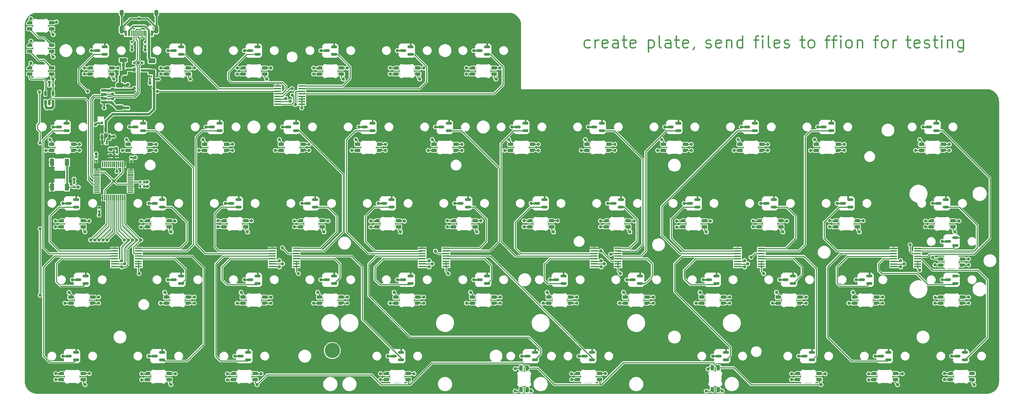
<source format=gbr>
G04 #@! TF.GenerationSoftware,KiCad,Pcbnew,(7.0.0)*
G04 #@! TF.CreationDate,2023-10-27T13:47:11+02:00*
G04 #@! TF.ProjectId,vootington V4N,766f6f74-696e-4677-946f-6e2056344e2e,rev?*
G04 #@! TF.SameCoordinates,Original*
G04 #@! TF.FileFunction,Copper,L2,Bot*
G04 #@! TF.FilePolarity,Positive*
%FSLAX46Y46*%
G04 Gerber Fmt 4.6, Leading zero omitted, Abs format (unit mm)*
G04 Created by KiCad (PCBNEW (7.0.0)) date 2023-10-27 13:47:11*
%MOMM*%
%LPD*%
G01*
G04 APERTURE LIST*
G04 Aperture macros list*
%AMRoundRect*
0 Rectangle with rounded corners*
0 $1 Rounding radius*
0 $2 $3 $4 $5 $6 $7 $8 $9 X,Y pos of 4 corners*
0 Add a 4 corners polygon primitive as box body*
4,1,4,$2,$3,$4,$5,$6,$7,$8,$9,$2,$3,0*
0 Add four circle primitives for the rounded corners*
1,1,$1+$1,$2,$3*
1,1,$1+$1,$4,$5*
1,1,$1+$1,$6,$7*
1,1,$1+$1,$8,$9*
0 Add four rect primitives between the rounded corners*
20,1,$1+$1,$2,$3,$4,$5,0*
20,1,$1+$1,$4,$5,$6,$7,0*
20,1,$1+$1,$6,$7,$8,$9,0*
20,1,$1+$1,$8,$9,$2,$3,0*%
%AMFreePoly0*
4,1,18,-0.410000,0.593000,-0.403758,0.624380,-0.385983,0.650983,-0.359380,0.668758,-0.328000,0.675000,0.328000,0.675000,0.359380,0.668758,0.385983,0.650983,0.403758,0.624380,0.410000,0.593000,0.410000,-0.593000,0.403758,-0.624380,0.385983,-0.650983,0.359380,-0.668758,0.328000,-0.675000,0.000000,-0.675000,-0.410000,-0.265000,-0.410000,0.593000,-0.410000,0.593000,$1*%
G04 Aperture macros list end*
%ADD10C,0.300000*%
G04 #@! TA.AperFunction,NonConductor*
%ADD11C,0.300000*%
G04 #@! TD*
G04 #@! TA.AperFunction,ComponentPad*
%ADD12C,3.800000*%
G04 #@! TD*
G04 #@! TA.AperFunction,SMDPad,CuDef*
%ADD13RoundRect,0.082000X-0.328000X-0.593000X0.328000X-0.593000X0.328000X0.593000X-0.328000X0.593000X0*%
G04 #@! TD*
G04 #@! TA.AperFunction,SMDPad,CuDef*
%ADD14FreePoly0,0.000000*%
G04 #@! TD*
G04 #@! TA.AperFunction,SMDPad,CuDef*
%ADD15RoundRect,0.150000X0.150000X-0.512500X0.150000X0.512500X-0.150000X0.512500X-0.150000X-0.512500X0*%
G04 #@! TD*
G04 #@! TA.AperFunction,SMDPad,CuDef*
%ADD16RoundRect,0.150000X0.587500X0.150000X-0.587500X0.150000X-0.587500X-0.150000X0.587500X-0.150000X0*%
G04 #@! TD*
G04 #@! TA.AperFunction,SMDPad,CuDef*
%ADD17R,1.778000X0.419100*%
G04 #@! TD*
G04 #@! TA.AperFunction,SMDPad,CuDef*
%ADD18RoundRect,0.082000X-0.593000X0.328000X-0.593000X-0.328000X0.593000X-0.328000X0.593000X0.328000X0*%
G04 #@! TD*
G04 #@! TA.AperFunction,SMDPad,CuDef*
%ADD19FreePoly0,270.000000*%
G04 #@! TD*
G04 #@! TA.AperFunction,SMDPad,CuDef*
%ADD20RoundRect,0.082000X0.593000X-0.328000X0.593000X0.328000X-0.593000X0.328000X-0.593000X-0.328000X0*%
G04 #@! TD*
G04 #@! TA.AperFunction,SMDPad,CuDef*
%ADD21FreePoly0,90.000000*%
G04 #@! TD*
G04 #@! TA.AperFunction,SMDPad,CuDef*
%ADD22R,1.100000X1.800000*%
G04 #@! TD*
G04 #@! TA.AperFunction,SMDPad,CuDef*
%ADD23RoundRect,0.075000X0.662500X0.075000X-0.662500X0.075000X-0.662500X-0.075000X0.662500X-0.075000X0*%
G04 #@! TD*
G04 #@! TA.AperFunction,SMDPad,CuDef*
%ADD24RoundRect,0.075000X0.075000X0.662500X-0.075000X0.662500X-0.075000X-0.662500X0.075000X-0.662500X0*%
G04 #@! TD*
G04 #@! TA.AperFunction,SMDPad,CuDef*
%ADD25RoundRect,0.140000X0.140000X0.170000X-0.140000X0.170000X-0.140000X-0.170000X0.140000X-0.170000X0*%
G04 #@! TD*
G04 #@! TA.AperFunction,SMDPad,CuDef*
%ADD26RoundRect,0.135000X0.185000X-0.135000X0.185000X0.135000X-0.185000X0.135000X-0.185000X-0.135000X0*%
G04 #@! TD*
G04 #@! TA.AperFunction,SMDPad,CuDef*
%ADD27RoundRect,0.140000X-0.140000X-0.170000X0.140000X-0.170000X0.140000X0.170000X-0.140000X0.170000X0*%
G04 #@! TD*
G04 #@! TA.AperFunction,SMDPad,CuDef*
%ADD28R,0.700000X1.000000*%
G04 #@! TD*
G04 #@! TA.AperFunction,SMDPad,CuDef*
%ADD29R,0.700000X0.600000*%
G04 #@! TD*
G04 #@! TA.AperFunction,SMDPad,CuDef*
%ADD30RoundRect,0.140000X-0.170000X0.140000X-0.170000X-0.140000X0.170000X-0.140000X0.170000X0.140000X0*%
G04 #@! TD*
G04 #@! TA.AperFunction,SMDPad,CuDef*
%ADD31R,0.600000X1.450000*%
G04 #@! TD*
G04 #@! TA.AperFunction,SMDPad,CuDef*
%ADD32R,0.300000X1.450000*%
G04 #@! TD*
G04 #@! TA.AperFunction,ComponentPad*
%ADD33O,1.000000X1.600000*%
G04 #@! TD*
G04 #@! TA.AperFunction,ComponentPad*
%ADD34O,1.000000X2.100000*%
G04 #@! TD*
G04 #@! TA.AperFunction,SMDPad,CuDef*
%ADD35RoundRect,0.150000X-0.275000X0.150000X-0.275000X-0.150000X0.275000X-0.150000X0.275000X0.150000X0*%
G04 #@! TD*
G04 #@! TA.AperFunction,SMDPad,CuDef*
%ADD36RoundRect,0.175000X-0.225000X0.175000X-0.225000X-0.175000X0.225000X-0.175000X0.225000X0.175000X0*%
G04 #@! TD*
G04 #@! TA.AperFunction,SMDPad,CuDef*
%ADD37RoundRect,0.140000X0.170000X-0.140000X0.170000X0.140000X-0.170000X0.140000X-0.170000X-0.140000X0*%
G04 #@! TD*
G04 #@! TA.AperFunction,SMDPad,CuDef*
%ADD38RoundRect,0.150000X-0.625000X0.150000X-0.625000X-0.150000X0.625000X-0.150000X0.625000X0.150000X0*%
G04 #@! TD*
G04 #@! TA.AperFunction,SMDPad,CuDef*
%ADD39RoundRect,0.250000X-0.650000X0.350000X-0.650000X-0.350000X0.650000X-0.350000X0.650000X0.350000X0*%
G04 #@! TD*
G04 #@! TA.AperFunction,SMDPad,CuDef*
%ADD40RoundRect,0.250000X0.700000X-0.275000X0.700000X0.275000X-0.700000X0.275000X-0.700000X-0.275000X0*%
G04 #@! TD*
G04 #@! TA.AperFunction,SMDPad,CuDef*
%ADD41RoundRect,0.225000X0.250000X-0.225000X0.250000X0.225000X-0.250000X0.225000X-0.250000X-0.225000X0*%
G04 #@! TD*
G04 #@! TA.AperFunction,SMDPad,CuDef*
%ADD42RoundRect,0.150000X0.150000X-0.587500X0.150000X0.587500X-0.150000X0.587500X-0.150000X-0.587500X0*%
G04 #@! TD*
G04 #@! TA.AperFunction,SMDPad,CuDef*
%ADD43RoundRect,0.250000X-0.625000X0.375000X-0.625000X-0.375000X0.625000X-0.375000X0.625000X0.375000X0*%
G04 #@! TD*
G04 #@! TA.AperFunction,ViaPad*
%ADD44C,0.800000*%
G04 #@! TD*
G04 #@! TA.AperFunction,Conductor*
%ADD45C,0.250000*%
G04 #@! TD*
G04 #@! TA.AperFunction,Conductor*
%ADD46C,0.600000*%
G04 #@! TD*
G04 #@! TA.AperFunction,Conductor*
%ADD47C,0.381000*%
G04 #@! TD*
G04 APERTURE END LIST*
D10*
D11*
X167893750Y-21429285D02*
X167608035Y-21572142D01*
X167608035Y-21572142D02*
X167036607Y-21572142D01*
X167036607Y-21572142D02*
X166750892Y-21429285D01*
X166750892Y-21429285D02*
X166608035Y-21286428D01*
X166608035Y-21286428D02*
X166465178Y-21000714D01*
X166465178Y-21000714D02*
X166465178Y-20143571D01*
X166465178Y-20143571D02*
X166608035Y-19857857D01*
X166608035Y-19857857D02*
X166750892Y-19715000D01*
X166750892Y-19715000D02*
X167036607Y-19572142D01*
X167036607Y-19572142D02*
X167608035Y-19572142D01*
X167608035Y-19572142D02*
X167893750Y-19715000D01*
X169179464Y-21572142D02*
X169179464Y-19572142D01*
X169179464Y-20143571D02*
X169322321Y-19857857D01*
X169322321Y-19857857D02*
X169465179Y-19715000D01*
X169465179Y-19715000D02*
X169750893Y-19572142D01*
X169750893Y-19572142D02*
X170036607Y-19572142D01*
X172179464Y-21429285D02*
X171893750Y-21572142D01*
X171893750Y-21572142D02*
X171322322Y-21572142D01*
X171322322Y-21572142D02*
X171036607Y-21429285D01*
X171036607Y-21429285D02*
X170893750Y-21143571D01*
X170893750Y-21143571D02*
X170893750Y-20000714D01*
X170893750Y-20000714D02*
X171036607Y-19715000D01*
X171036607Y-19715000D02*
X171322322Y-19572142D01*
X171322322Y-19572142D02*
X171893750Y-19572142D01*
X171893750Y-19572142D02*
X172179464Y-19715000D01*
X172179464Y-19715000D02*
X172322322Y-20000714D01*
X172322322Y-20000714D02*
X172322322Y-20286428D01*
X172322322Y-20286428D02*
X170893750Y-20572142D01*
X174893751Y-21572142D02*
X174893751Y-20000714D01*
X174893751Y-20000714D02*
X174750893Y-19715000D01*
X174750893Y-19715000D02*
X174465179Y-19572142D01*
X174465179Y-19572142D02*
X173893751Y-19572142D01*
X173893751Y-19572142D02*
X173608036Y-19715000D01*
X174893751Y-21429285D02*
X174608036Y-21572142D01*
X174608036Y-21572142D02*
X173893751Y-21572142D01*
X173893751Y-21572142D02*
X173608036Y-21429285D01*
X173608036Y-21429285D02*
X173465179Y-21143571D01*
X173465179Y-21143571D02*
X173465179Y-20857857D01*
X173465179Y-20857857D02*
X173608036Y-20572142D01*
X173608036Y-20572142D02*
X173893751Y-20429285D01*
X173893751Y-20429285D02*
X174608036Y-20429285D01*
X174608036Y-20429285D02*
X174893751Y-20286428D01*
X175893751Y-19572142D02*
X177036608Y-19572142D01*
X176322322Y-18572142D02*
X176322322Y-21143571D01*
X176322322Y-21143571D02*
X176465179Y-21429285D01*
X176465179Y-21429285D02*
X176750894Y-21572142D01*
X176750894Y-21572142D02*
X177036608Y-21572142D01*
X179179465Y-21429285D02*
X178893751Y-21572142D01*
X178893751Y-21572142D02*
X178322323Y-21572142D01*
X178322323Y-21572142D02*
X178036608Y-21429285D01*
X178036608Y-21429285D02*
X177893751Y-21143571D01*
X177893751Y-21143571D02*
X177893751Y-20000714D01*
X177893751Y-20000714D02*
X178036608Y-19715000D01*
X178036608Y-19715000D02*
X178322323Y-19572142D01*
X178322323Y-19572142D02*
X178893751Y-19572142D01*
X178893751Y-19572142D02*
X179179465Y-19715000D01*
X179179465Y-19715000D02*
X179322323Y-20000714D01*
X179322323Y-20000714D02*
X179322323Y-20286428D01*
X179322323Y-20286428D02*
X177893751Y-20572142D01*
X182408037Y-19572142D02*
X182408037Y-22572142D01*
X182408037Y-19715000D02*
X182693752Y-19572142D01*
X182693752Y-19572142D02*
X183265180Y-19572142D01*
X183265180Y-19572142D02*
X183550894Y-19715000D01*
X183550894Y-19715000D02*
X183693752Y-19857857D01*
X183693752Y-19857857D02*
X183836609Y-20143571D01*
X183836609Y-20143571D02*
X183836609Y-21000714D01*
X183836609Y-21000714D02*
X183693752Y-21286428D01*
X183693752Y-21286428D02*
X183550894Y-21429285D01*
X183550894Y-21429285D02*
X183265180Y-21572142D01*
X183265180Y-21572142D02*
X182693752Y-21572142D01*
X182693752Y-21572142D02*
X182408037Y-21429285D01*
X185550895Y-21572142D02*
X185265180Y-21429285D01*
X185265180Y-21429285D02*
X185122323Y-21143571D01*
X185122323Y-21143571D02*
X185122323Y-18572142D01*
X187979467Y-21572142D02*
X187979467Y-20000714D01*
X187979467Y-20000714D02*
X187836609Y-19715000D01*
X187836609Y-19715000D02*
X187550895Y-19572142D01*
X187550895Y-19572142D02*
X186979467Y-19572142D01*
X186979467Y-19572142D02*
X186693752Y-19715000D01*
X187979467Y-21429285D02*
X187693752Y-21572142D01*
X187693752Y-21572142D02*
X186979467Y-21572142D01*
X186979467Y-21572142D02*
X186693752Y-21429285D01*
X186693752Y-21429285D02*
X186550895Y-21143571D01*
X186550895Y-21143571D02*
X186550895Y-20857857D01*
X186550895Y-20857857D02*
X186693752Y-20572142D01*
X186693752Y-20572142D02*
X186979467Y-20429285D01*
X186979467Y-20429285D02*
X187693752Y-20429285D01*
X187693752Y-20429285D02*
X187979467Y-20286428D01*
X188979467Y-19572142D02*
X190122324Y-19572142D01*
X189408038Y-18572142D02*
X189408038Y-21143571D01*
X189408038Y-21143571D02*
X189550895Y-21429285D01*
X189550895Y-21429285D02*
X189836610Y-21572142D01*
X189836610Y-21572142D02*
X190122324Y-21572142D01*
X192265181Y-21429285D02*
X191979467Y-21572142D01*
X191979467Y-21572142D02*
X191408039Y-21572142D01*
X191408039Y-21572142D02*
X191122324Y-21429285D01*
X191122324Y-21429285D02*
X190979467Y-21143571D01*
X190979467Y-21143571D02*
X190979467Y-20000714D01*
X190979467Y-20000714D02*
X191122324Y-19715000D01*
X191122324Y-19715000D02*
X191408039Y-19572142D01*
X191408039Y-19572142D02*
X191979467Y-19572142D01*
X191979467Y-19572142D02*
X192265181Y-19715000D01*
X192265181Y-19715000D02*
X192408039Y-20000714D01*
X192408039Y-20000714D02*
X192408039Y-20286428D01*
X192408039Y-20286428D02*
X190979467Y-20572142D01*
X193836610Y-21429285D02*
X193836610Y-21572142D01*
X193836610Y-21572142D02*
X193693753Y-21857857D01*
X193693753Y-21857857D02*
X193550896Y-22000714D01*
X196779467Y-21429285D02*
X197065181Y-21572142D01*
X197065181Y-21572142D02*
X197636610Y-21572142D01*
X197636610Y-21572142D02*
X197922324Y-21429285D01*
X197922324Y-21429285D02*
X198065181Y-21143571D01*
X198065181Y-21143571D02*
X198065181Y-21000714D01*
X198065181Y-21000714D02*
X197922324Y-20715000D01*
X197922324Y-20715000D02*
X197636610Y-20572142D01*
X197636610Y-20572142D02*
X197208039Y-20572142D01*
X197208039Y-20572142D02*
X196922324Y-20429285D01*
X196922324Y-20429285D02*
X196779467Y-20143571D01*
X196779467Y-20143571D02*
X196779467Y-20000714D01*
X196779467Y-20000714D02*
X196922324Y-19715000D01*
X196922324Y-19715000D02*
X197208039Y-19572142D01*
X197208039Y-19572142D02*
X197636610Y-19572142D01*
X197636610Y-19572142D02*
X197922324Y-19715000D01*
X200493752Y-21429285D02*
X200208038Y-21572142D01*
X200208038Y-21572142D02*
X199636610Y-21572142D01*
X199636610Y-21572142D02*
X199350895Y-21429285D01*
X199350895Y-21429285D02*
X199208038Y-21143571D01*
X199208038Y-21143571D02*
X199208038Y-20000714D01*
X199208038Y-20000714D02*
X199350895Y-19715000D01*
X199350895Y-19715000D02*
X199636610Y-19572142D01*
X199636610Y-19572142D02*
X200208038Y-19572142D01*
X200208038Y-19572142D02*
X200493752Y-19715000D01*
X200493752Y-19715000D02*
X200636610Y-20000714D01*
X200636610Y-20000714D02*
X200636610Y-20286428D01*
X200636610Y-20286428D02*
X199208038Y-20572142D01*
X201922324Y-19572142D02*
X201922324Y-21572142D01*
X201922324Y-19857857D02*
X202065181Y-19715000D01*
X202065181Y-19715000D02*
X202350896Y-19572142D01*
X202350896Y-19572142D02*
X202779467Y-19572142D01*
X202779467Y-19572142D02*
X203065181Y-19715000D01*
X203065181Y-19715000D02*
X203208039Y-20000714D01*
X203208039Y-20000714D02*
X203208039Y-21572142D01*
X205922325Y-21572142D02*
X205922325Y-18572142D01*
X205922325Y-21429285D02*
X205636610Y-21572142D01*
X205636610Y-21572142D02*
X205065182Y-21572142D01*
X205065182Y-21572142D02*
X204779467Y-21429285D01*
X204779467Y-21429285D02*
X204636610Y-21286428D01*
X204636610Y-21286428D02*
X204493753Y-21000714D01*
X204493753Y-21000714D02*
X204493753Y-20143571D01*
X204493753Y-20143571D02*
X204636610Y-19857857D01*
X204636610Y-19857857D02*
X204779467Y-19715000D01*
X204779467Y-19715000D02*
X205065182Y-19572142D01*
X205065182Y-19572142D02*
X205636610Y-19572142D01*
X205636610Y-19572142D02*
X205922325Y-19715000D01*
X208722325Y-19572142D02*
X209865182Y-19572142D01*
X209150896Y-21572142D02*
X209150896Y-19000714D01*
X209150896Y-19000714D02*
X209293753Y-18715000D01*
X209293753Y-18715000D02*
X209579468Y-18572142D01*
X209579468Y-18572142D02*
X209865182Y-18572142D01*
X210865182Y-21572142D02*
X210865182Y-19572142D01*
X210865182Y-18572142D02*
X210722325Y-18715000D01*
X210722325Y-18715000D02*
X210865182Y-18857857D01*
X210865182Y-18857857D02*
X211008039Y-18715000D01*
X211008039Y-18715000D02*
X210865182Y-18572142D01*
X210865182Y-18572142D02*
X210865182Y-18857857D01*
X212722325Y-21572142D02*
X212436610Y-21429285D01*
X212436610Y-21429285D02*
X212293753Y-21143571D01*
X212293753Y-21143571D02*
X212293753Y-18572142D01*
X215008039Y-21429285D02*
X214722325Y-21572142D01*
X214722325Y-21572142D02*
X214150897Y-21572142D01*
X214150897Y-21572142D02*
X213865182Y-21429285D01*
X213865182Y-21429285D02*
X213722325Y-21143571D01*
X213722325Y-21143571D02*
X213722325Y-20000714D01*
X213722325Y-20000714D02*
X213865182Y-19715000D01*
X213865182Y-19715000D02*
X214150897Y-19572142D01*
X214150897Y-19572142D02*
X214722325Y-19572142D01*
X214722325Y-19572142D02*
X215008039Y-19715000D01*
X215008039Y-19715000D02*
X215150897Y-20000714D01*
X215150897Y-20000714D02*
X215150897Y-20286428D01*
X215150897Y-20286428D02*
X213722325Y-20572142D01*
X216293754Y-21429285D02*
X216579468Y-21572142D01*
X216579468Y-21572142D02*
X217150897Y-21572142D01*
X217150897Y-21572142D02*
X217436611Y-21429285D01*
X217436611Y-21429285D02*
X217579468Y-21143571D01*
X217579468Y-21143571D02*
X217579468Y-21000714D01*
X217579468Y-21000714D02*
X217436611Y-20715000D01*
X217436611Y-20715000D02*
X217150897Y-20572142D01*
X217150897Y-20572142D02*
X216722326Y-20572142D01*
X216722326Y-20572142D02*
X216436611Y-20429285D01*
X216436611Y-20429285D02*
X216293754Y-20143571D01*
X216293754Y-20143571D02*
X216293754Y-20000714D01*
X216293754Y-20000714D02*
X216436611Y-19715000D01*
X216436611Y-19715000D02*
X216722326Y-19572142D01*
X216722326Y-19572142D02*
X217150897Y-19572142D01*
X217150897Y-19572142D02*
X217436611Y-19715000D01*
X220236611Y-19572142D02*
X221379468Y-19572142D01*
X220665182Y-18572142D02*
X220665182Y-21143571D01*
X220665182Y-21143571D02*
X220808039Y-21429285D01*
X220808039Y-21429285D02*
X221093754Y-21572142D01*
X221093754Y-21572142D02*
X221379468Y-21572142D01*
X222808040Y-21572142D02*
X222522325Y-21429285D01*
X222522325Y-21429285D02*
X222379468Y-21286428D01*
X222379468Y-21286428D02*
X222236611Y-21000714D01*
X222236611Y-21000714D02*
X222236611Y-20143571D01*
X222236611Y-20143571D02*
X222379468Y-19857857D01*
X222379468Y-19857857D02*
X222522325Y-19715000D01*
X222522325Y-19715000D02*
X222808040Y-19572142D01*
X222808040Y-19572142D02*
X223236611Y-19572142D01*
X223236611Y-19572142D02*
X223522325Y-19715000D01*
X223522325Y-19715000D02*
X223665183Y-19857857D01*
X223665183Y-19857857D02*
X223808040Y-20143571D01*
X223808040Y-20143571D02*
X223808040Y-21000714D01*
X223808040Y-21000714D02*
X223665183Y-21286428D01*
X223665183Y-21286428D02*
X223522325Y-21429285D01*
X223522325Y-21429285D02*
X223236611Y-21572142D01*
X223236611Y-21572142D02*
X222808040Y-21572142D01*
X226465183Y-19572142D02*
X227608040Y-19572142D01*
X226893754Y-21572142D02*
X226893754Y-19000714D01*
X226893754Y-19000714D02*
X227036611Y-18715000D01*
X227036611Y-18715000D02*
X227322326Y-18572142D01*
X227322326Y-18572142D02*
X227608040Y-18572142D01*
X228179469Y-19572142D02*
X229322326Y-19572142D01*
X228608040Y-21572142D02*
X228608040Y-19000714D01*
X228608040Y-19000714D02*
X228750897Y-18715000D01*
X228750897Y-18715000D02*
X229036612Y-18572142D01*
X229036612Y-18572142D02*
X229322326Y-18572142D01*
X230322326Y-21572142D02*
X230322326Y-19572142D01*
X230322326Y-18572142D02*
X230179469Y-18715000D01*
X230179469Y-18715000D02*
X230322326Y-18857857D01*
X230322326Y-18857857D02*
X230465183Y-18715000D01*
X230465183Y-18715000D02*
X230322326Y-18572142D01*
X230322326Y-18572142D02*
X230322326Y-18857857D01*
X232179469Y-21572142D02*
X231893754Y-21429285D01*
X231893754Y-21429285D02*
X231750897Y-21286428D01*
X231750897Y-21286428D02*
X231608040Y-21000714D01*
X231608040Y-21000714D02*
X231608040Y-20143571D01*
X231608040Y-20143571D02*
X231750897Y-19857857D01*
X231750897Y-19857857D02*
X231893754Y-19715000D01*
X231893754Y-19715000D02*
X232179469Y-19572142D01*
X232179469Y-19572142D02*
X232608040Y-19572142D01*
X232608040Y-19572142D02*
X232893754Y-19715000D01*
X232893754Y-19715000D02*
X233036612Y-19857857D01*
X233036612Y-19857857D02*
X233179469Y-20143571D01*
X233179469Y-20143571D02*
X233179469Y-21000714D01*
X233179469Y-21000714D02*
X233036612Y-21286428D01*
X233036612Y-21286428D02*
X232893754Y-21429285D01*
X232893754Y-21429285D02*
X232608040Y-21572142D01*
X232608040Y-21572142D02*
X232179469Y-21572142D01*
X234465183Y-19572142D02*
X234465183Y-21572142D01*
X234465183Y-19857857D02*
X234608040Y-19715000D01*
X234608040Y-19715000D02*
X234893755Y-19572142D01*
X234893755Y-19572142D02*
X235322326Y-19572142D01*
X235322326Y-19572142D02*
X235608040Y-19715000D01*
X235608040Y-19715000D02*
X235750898Y-20000714D01*
X235750898Y-20000714D02*
X235750898Y-21572142D01*
X238550898Y-19572142D02*
X239693755Y-19572142D01*
X238979469Y-21572142D02*
X238979469Y-19000714D01*
X238979469Y-19000714D02*
X239122326Y-18715000D01*
X239122326Y-18715000D02*
X239408041Y-18572142D01*
X239408041Y-18572142D02*
X239693755Y-18572142D01*
X241122327Y-21572142D02*
X240836612Y-21429285D01*
X240836612Y-21429285D02*
X240693755Y-21286428D01*
X240693755Y-21286428D02*
X240550898Y-21000714D01*
X240550898Y-21000714D02*
X240550898Y-20143571D01*
X240550898Y-20143571D02*
X240693755Y-19857857D01*
X240693755Y-19857857D02*
X240836612Y-19715000D01*
X240836612Y-19715000D02*
X241122327Y-19572142D01*
X241122327Y-19572142D02*
X241550898Y-19572142D01*
X241550898Y-19572142D02*
X241836612Y-19715000D01*
X241836612Y-19715000D02*
X241979470Y-19857857D01*
X241979470Y-19857857D02*
X242122327Y-20143571D01*
X242122327Y-20143571D02*
X242122327Y-21000714D01*
X242122327Y-21000714D02*
X241979470Y-21286428D01*
X241979470Y-21286428D02*
X241836612Y-21429285D01*
X241836612Y-21429285D02*
X241550898Y-21572142D01*
X241550898Y-21572142D02*
X241122327Y-21572142D01*
X243408041Y-21572142D02*
X243408041Y-19572142D01*
X243408041Y-20143571D02*
X243550898Y-19857857D01*
X243550898Y-19857857D02*
X243693756Y-19715000D01*
X243693756Y-19715000D02*
X243979470Y-19572142D01*
X243979470Y-19572142D02*
X244265184Y-19572142D01*
X246636613Y-19572142D02*
X247779470Y-19572142D01*
X247065184Y-18572142D02*
X247065184Y-21143571D01*
X247065184Y-21143571D02*
X247208041Y-21429285D01*
X247208041Y-21429285D02*
X247493756Y-21572142D01*
X247493756Y-21572142D02*
X247779470Y-21572142D01*
X249922327Y-21429285D02*
X249636613Y-21572142D01*
X249636613Y-21572142D02*
X249065185Y-21572142D01*
X249065185Y-21572142D02*
X248779470Y-21429285D01*
X248779470Y-21429285D02*
X248636613Y-21143571D01*
X248636613Y-21143571D02*
X248636613Y-20000714D01*
X248636613Y-20000714D02*
X248779470Y-19715000D01*
X248779470Y-19715000D02*
X249065185Y-19572142D01*
X249065185Y-19572142D02*
X249636613Y-19572142D01*
X249636613Y-19572142D02*
X249922327Y-19715000D01*
X249922327Y-19715000D02*
X250065185Y-20000714D01*
X250065185Y-20000714D02*
X250065185Y-20286428D01*
X250065185Y-20286428D02*
X248636613Y-20572142D01*
X251208042Y-21429285D02*
X251493756Y-21572142D01*
X251493756Y-21572142D02*
X252065185Y-21572142D01*
X252065185Y-21572142D02*
X252350899Y-21429285D01*
X252350899Y-21429285D02*
X252493756Y-21143571D01*
X252493756Y-21143571D02*
X252493756Y-21000714D01*
X252493756Y-21000714D02*
X252350899Y-20715000D01*
X252350899Y-20715000D02*
X252065185Y-20572142D01*
X252065185Y-20572142D02*
X251636614Y-20572142D01*
X251636614Y-20572142D02*
X251350899Y-20429285D01*
X251350899Y-20429285D02*
X251208042Y-20143571D01*
X251208042Y-20143571D02*
X251208042Y-20000714D01*
X251208042Y-20000714D02*
X251350899Y-19715000D01*
X251350899Y-19715000D02*
X251636614Y-19572142D01*
X251636614Y-19572142D02*
X252065185Y-19572142D01*
X252065185Y-19572142D02*
X252350899Y-19715000D01*
X253350899Y-19572142D02*
X254493756Y-19572142D01*
X253779470Y-18572142D02*
X253779470Y-21143571D01*
X253779470Y-21143571D02*
X253922327Y-21429285D01*
X253922327Y-21429285D02*
X254208042Y-21572142D01*
X254208042Y-21572142D02*
X254493756Y-21572142D01*
X255493756Y-21572142D02*
X255493756Y-19572142D01*
X255493756Y-18572142D02*
X255350899Y-18715000D01*
X255350899Y-18715000D02*
X255493756Y-18857857D01*
X255493756Y-18857857D02*
X255636613Y-18715000D01*
X255636613Y-18715000D02*
X255493756Y-18572142D01*
X255493756Y-18572142D02*
X255493756Y-18857857D01*
X256922327Y-19572142D02*
X256922327Y-21572142D01*
X256922327Y-19857857D02*
X257065184Y-19715000D01*
X257065184Y-19715000D02*
X257350899Y-19572142D01*
X257350899Y-19572142D02*
X257779470Y-19572142D01*
X257779470Y-19572142D02*
X258065184Y-19715000D01*
X258065184Y-19715000D02*
X258208042Y-20000714D01*
X258208042Y-20000714D02*
X258208042Y-21572142D01*
X260922328Y-19572142D02*
X260922328Y-22000714D01*
X260922328Y-22000714D02*
X260779470Y-22286428D01*
X260779470Y-22286428D02*
X260636613Y-22429285D01*
X260636613Y-22429285D02*
X260350899Y-22572142D01*
X260350899Y-22572142D02*
X259922328Y-22572142D01*
X259922328Y-22572142D02*
X259636613Y-22429285D01*
X260922328Y-21429285D02*
X260636613Y-21572142D01*
X260636613Y-21572142D02*
X260065185Y-21572142D01*
X260065185Y-21572142D02*
X259779470Y-21429285D01*
X259779470Y-21429285D02*
X259636613Y-21286428D01*
X259636613Y-21286428D02*
X259493756Y-21000714D01*
X259493756Y-21000714D02*
X259493756Y-20143571D01*
X259493756Y-20143571D02*
X259636613Y-19857857D01*
X259636613Y-19857857D02*
X259779470Y-19715000D01*
X259779470Y-19715000D02*
X260065185Y-19572142D01*
X260065185Y-19572142D02*
X260636613Y-19572142D01*
X260636613Y-19572142D02*
X260922328Y-19715000D01*
D12*
X103662500Y-97024000D03*
D13*
X152212750Y-101395000D03*
X150712750Y-101395000D03*
X152212750Y-106845000D03*
D14*
X150712749Y-106844999D03*
D15*
X34093250Y-35172250D03*
X33143250Y-35172250D03*
X32193250Y-35172250D03*
X32193250Y-32897250D03*
X34093250Y-32897250D03*
D16*
X258906250Y-68900000D03*
X258906250Y-70800000D03*
X257031250Y-69850000D03*
D17*
X210569635Y-71563904D03*
X210569635Y-72214144D03*
X210569635Y-72864384D03*
X210569635Y-73514624D03*
X210569635Y-74159784D03*
X210569635Y-74810024D03*
X210569635Y-75460264D03*
X210569635Y-76110504D03*
X204620955Y-76110504D03*
X204620955Y-75460264D03*
X204620955Y-74810024D03*
X204620955Y-74159784D03*
X204620955Y-73514624D03*
X204620955Y-72864384D03*
X204620955Y-72214144D03*
X204620955Y-71563904D03*
D18*
X41618750Y-104279000D03*
X41618750Y-102779000D03*
X36168750Y-104279000D03*
D19*
X36168749Y-102778999D03*
D16*
X201756250Y-97475000D03*
X201756250Y-99375000D03*
X199881250Y-98425000D03*
D20*
X109987500Y-45629000D03*
X109987500Y-47129000D03*
X115437500Y-45629000D03*
D21*
X115437499Y-47128999D03*
D16*
X39831250Y-97475000D03*
X39831250Y-99375000D03*
X37956250Y-98425000D03*
D20*
X38550000Y-83729000D03*
X38550000Y-85229000D03*
X44000000Y-83729000D03*
D21*
X43999999Y-85228999D03*
D16*
X151750000Y-40325000D03*
X151750000Y-42225000D03*
X149875000Y-41275000D03*
D20*
X214762500Y-83729000D03*
X214762500Y-85229000D03*
X220212500Y-83729000D03*
D21*
X220212499Y-85228999D03*
D18*
X263075000Y-104279000D03*
X263075000Y-102779000D03*
X257625000Y-104279000D03*
D19*
X257624999Y-102778999D03*
D16*
X85075000Y-78425000D03*
X85075000Y-80325000D03*
X83200000Y-79375000D03*
X120793750Y-97475000D03*
X120793750Y-99375000D03*
X118918750Y-98425000D03*
D22*
X33868749Y-50081249D03*
X33868749Y-56281249D03*
X37568749Y-50081249D03*
X37568749Y-56281249D03*
D23*
X53375000Y-52018750D03*
X53375000Y-52518750D03*
X53375000Y-53018750D03*
X53375000Y-53518750D03*
X53375000Y-54018750D03*
X53375000Y-54518750D03*
X53375000Y-55018750D03*
X53375000Y-55518750D03*
X53375000Y-56018750D03*
X53375000Y-56518750D03*
X53375000Y-57018750D03*
X53375000Y-57518750D03*
D24*
X51962500Y-58931250D03*
X51462500Y-58931250D03*
X50962500Y-58931250D03*
X50462500Y-58931250D03*
X49962500Y-58931250D03*
X49462500Y-58931250D03*
X48962500Y-58931250D03*
X48462500Y-58931250D03*
X47962500Y-58931250D03*
X47462500Y-58931250D03*
X46962500Y-58931250D03*
X46462500Y-58931250D03*
D23*
X45050000Y-57518750D03*
X45050000Y-57018750D03*
X45050000Y-56518750D03*
X45050000Y-56018750D03*
X45050000Y-55518750D03*
X45050000Y-55018750D03*
X45050000Y-54518750D03*
X45050000Y-54018750D03*
X45050000Y-53518750D03*
X45050000Y-53018750D03*
X45050000Y-52518750D03*
X45050000Y-52018750D03*
D24*
X46462500Y-50606250D03*
X46962500Y-50606250D03*
X47462500Y-50606250D03*
X47962500Y-50606250D03*
X48462500Y-50606250D03*
X48962500Y-50606250D03*
X49462500Y-50606250D03*
X49962500Y-50606250D03*
X50462500Y-50606250D03*
X50962500Y-50606250D03*
X51462500Y-50606250D03*
X51962500Y-50606250D03*
D20*
X186187500Y-45629000D03*
X186187500Y-47129000D03*
X191637500Y-45629000D03*
D21*
X191637499Y-47128999D03*
D25*
X59217500Y-29368750D03*
X58257500Y-29368750D03*
D18*
X84481250Y-104279000D03*
X84481250Y-102779000D03*
X79031250Y-104279000D03*
D19*
X79031249Y-102778999D03*
D18*
X33737500Y-16790000D03*
X33737500Y-15290000D03*
X28287500Y-16790000D03*
D19*
X28287499Y-15289999D03*
D26*
X53721589Y-21147501D03*
X53721589Y-20127501D03*
D27*
X55866106Y-54997317D03*
X56826106Y-54997317D03*
D18*
X63050000Y-66179000D03*
X63050000Y-64679000D03*
X57600000Y-66179000D03*
D19*
X57599999Y-64678999D03*
D18*
X101150000Y-66179000D03*
X101150000Y-64679000D03*
X95700000Y-66179000D03*
D19*
X95699999Y-64678999D03*
D16*
X199375000Y-78425000D03*
X199375000Y-80325000D03*
X197500000Y-79375000D03*
X137462500Y-59375000D03*
X137462500Y-61275000D03*
X135587500Y-60325000D03*
D28*
X54309088Y-26943749D03*
D29*
X54309088Y-25243749D03*
X56309088Y-25243749D03*
X56309088Y-27143749D03*
D16*
X227950000Y-40325000D03*
X227950000Y-42225000D03*
X226075000Y-41275000D03*
X256525000Y-59375000D03*
X256525000Y-61275000D03*
X254650000Y-60325000D03*
X156512500Y-59375000D03*
X156512500Y-61275000D03*
X154637500Y-60325000D03*
D27*
X46250752Y-40310060D03*
X47210752Y-40310060D03*
D16*
X66025000Y-21275000D03*
X66025000Y-23175000D03*
X64150000Y-22225000D03*
D20*
X71887500Y-45629000D03*
X71887500Y-47129000D03*
X77337500Y-45629000D03*
D21*
X77337499Y-47128999D03*
D18*
X120200000Y-66179000D03*
X120200000Y-64679000D03*
X114750000Y-66179000D03*
D19*
X114749999Y-64678999D03*
D18*
X215450000Y-66179000D03*
X215450000Y-64679000D03*
X210000000Y-66179000D03*
D19*
X209999999Y-64678999D03*
D18*
X33737500Y-28055000D03*
X33737500Y-26555000D03*
X28287500Y-28055000D03*
D19*
X28287499Y-26554999D03*
D20*
X255243750Y-74204000D03*
X255243750Y-75704000D03*
X260693750Y-74204000D03*
D21*
X260693749Y-75703999D03*
D16*
X123175000Y-21275000D03*
X123175000Y-23175000D03*
X121300000Y-22225000D03*
X142225000Y-78425000D03*
X142225000Y-80325000D03*
X140350000Y-79375000D03*
D20*
X33787500Y-45629000D03*
X33787500Y-47129000D03*
X39237500Y-45629000D03*
D21*
X39237499Y-47128999D03*
D16*
X132700000Y-40325000D03*
X132700000Y-42225000D03*
X130825000Y-41275000D03*
D27*
X55859704Y-56073622D03*
X56819704Y-56073622D03*
D18*
X67812500Y-28079000D03*
X67812500Y-26579000D03*
X62362500Y-28079000D03*
D19*
X62362499Y-26578999D03*
D16*
X154131250Y-97475000D03*
X154131250Y-99375000D03*
X152256250Y-98425000D03*
D26*
X57037122Y-21176841D03*
X57037122Y-20156841D03*
D18*
X41618750Y-66179000D03*
X41618750Y-64679000D03*
X36168750Y-66179000D03*
D19*
X36168749Y-64678999D03*
D20*
X195712500Y-83729000D03*
X195712500Y-85229000D03*
X201162500Y-83729000D03*
D21*
X201162499Y-85228999D03*
D16*
X123175000Y-78425000D03*
X123175000Y-80325000D03*
X121300000Y-79375000D03*
D20*
X224287500Y-45629000D03*
X224287500Y-47129000D03*
X229737500Y-45629000D03*
D21*
X229737499Y-47128999D03*
D16*
X82693750Y-97475000D03*
X82693750Y-99375000D03*
X80818750Y-98425000D03*
D30*
X45574303Y-61406884D03*
X45574303Y-62366884D03*
D13*
X199825749Y-101338000D03*
X198325749Y-101338000D03*
X199825749Y-106788000D03*
D14*
X198325748Y-106787999D03*
D16*
X180325000Y-78425000D03*
X180325000Y-80325000D03*
X178450000Y-79375000D03*
X104125000Y-21275000D03*
X104125000Y-23175000D03*
X102250000Y-22225000D03*
D18*
X144012500Y-28079000D03*
X144012500Y-26579000D03*
X138562500Y-28079000D03*
D19*
X138562499Y-26578999D03*
D16*
X66025000Y-78425000D03*
X66025000Y-80325000D03*
X64150000Y-79375000D03*
D17*
X55361839Y-71545449D03*
X55361839Y-72195689D03*
X55361839Y-72845929D03*
X55361839Y-73496169D03*
X55361839Y-74141329D03*
X55361839Y-74791569D03*
X55361839Y-75441809D03*
X55361839Y-76092049D03*
X49413159Y-76092049D03*
X49413159Y-75441809D03*
X49413159Y-74791569D03*
X49413159Y-74141329D03*
X49413159Y-73496169D03*
X49413159Y-72845929D03*
X49413159Y-72195689D03*
X49413159Y-71545449D03*
D16*
X37450000Y-40325000D03*
X37450000Y-42225000D03*
X35575000Y-41275000D03*
X237475000Y-78425000D03*
X237475000Y-80325000D03*
X235600000Y-79375000D03*
X261287500Y-97475000D03*
X261287500Y-99375000D03*
X259412500Y-98425000D03*
X61262500Y-97475000D03*
X61262500Y-99375000D03*
X59387500Y-98425000D03*
X113650000Y-40325000D03*
X113650000Y-42225000D03*
X111775000Y-41275000D03*
X104125000Y-78425000D03*
X104125000Y-80325000D03*
X102250000Y-79375000D03*
X56500000Y-40325000D03*
X56500000Y-42225000D03*
X54625000Y-41275000D03*
D31*
X52248999Y-17935624D03*
X53048999Y-17935624D03*
D32*
X54248999Y-17935624D03*
X55248999Y-17935624D03*
X55748999Y-17935624D03*
X56748999Y-17935624D03*
D31*
X57948999Y-17935624D03*
X58748999Y-17935624D03*
X58748999Y-17935624D03*
X57948999Y-17935624D03*
D32*
X57248999Y-17935624D03*
X56248999Y-17935624D03*
X54748999Y-17935624D03*
X53748999Y-17935624D03*
D31*
X53048999Y-17935624D03*
X52248999Y-17935624D03*
D33*
X51178999Y-12840624D03*
D34*
X51178999Y-17020624D03*
D33*
X59818999Y-12840624D03*
D34*
X59818999Y-17020624D03*
D35*
X48925000Y-31831250D03*
X48925000Y-33031250D03*
X48925000Y-34231250D03*
X48925000Y-35431250D03*
D36*
X52700000Y-30681250D03*
X52700000Y-36581250D03*
D16*
X170800000Y-40325000D03*
X170800000Y-42225000D03*
X168925000Y-41275000D03*
D18*
X124962500Y-28079000D03*
X124962500Y-26579000D03*
X119512500Y-28079000D03*
D19*
X119512499Y-26578999D03*
D17*
X96043749Y-31064199D03*
X96043749Y-31714439D03*
X96043749Y-32364679D03*
X96043749Y-33014919D03*
X96043749Y-33660079D03*
X96043749Y-34310319D03*
X96043749Y-34960559D03*
X96043749Y-35610799D03*
X90095069Y-35610799D03*
X90095069Y-34960559D03*
X90095069Y-34310319D03*
X90095069Y-33660079D03*
X90095069Y-33014919D03*
X90095069Y-32364679D03*
X90095069Y-31714439D03*
X90095069Y-31064199D03*
D16*
X223187500Y-97475000D03*
X223187500Y-99375000D03*
X221312500Y-98425000D03*
D18*
X224975000Y-104279000D03*
X224975000Y-102779000D03*
X219525000Y-104279000D03*
D19*
X219524999Y-102778999D03*
D17*
X174850885Y-71543434D03*
X174850885Y-72193674D03*
X174850885Y-72843914D03*
X174850885Y-73494154D03*
X174850885Y-74139314D03*
X174850885Y-74789554D03*
X174850885Y-75439794D03*
X174850885Y-76090034D03*
X168902205Y-76090034D03*
X168902205Y-75439794D03*
X168902205Y-74789554D03*
X168902205Y-74139314D03*
X168902205Y-73494154D03*
X168902205Y-72843914D03*
X168902205Y-72193674D03*
X168902205Y-71543434D03*
D20*
X250481250Y-45629000D03*
X250481250Y-47129000D03*
X255931250Y-45629000D03*
D21*
X255931249Y-47128999D03*
D18*
X82100000Y-66179000D03*
X82100000Y-64679000D03*
X76650000Y-66179000D03*
D19*
X76649999Y-64678999D03*
D16*
X61262500Y-59375000D03*
X61262500Y-61275000D03*
X59387500Y-60325000D03*
X80312500Y-59375000D03*
X80312500Y-61275000D03*
X78437500Y-60325000D03*
D37*
X44848806Y-49792201D03*
X44848806Y-48832201D03*
D18*
X234500000Y-66179000D03*
X234500000Y-64679000D03*
X229050000Y-66179000D03*
D19*
X229049999Y-64678999D03*
D18*
X86862500Y-28079000D03*
X86862500Y-26579000D03*
X81412500Y-28079000D03*
D19*
X81412499Y-26578999D03*
D38*
X46837697Y-32131250D03*
X46837697Y-33131250D03*
X46837697Y-34131250D03*
X46837697Y-35131250D03*
D39*
X50712697Y-30831250D03*
X50712697Y-36431250D03*
D16*
X118412500Y-59375000D03*
X118412500Y-61275000D03*
X116537500Y-60325000D03*
D37*
X50006250Y-48582962D03*
X50006250Y-47622962D03*
D16*
X175562500Y-59375000D03*
X175562500Y-61275000D03*
X173687500Y-60325000D03*
D25*
X47456127Y-45346072D03*
X46496127Y-45346072D03*
D20*
X205237500Y-45629000D03*
X205237500Y-47129000D03*
X210687500Y-45629000D03*
D21*
X210687499Y-47128999D03*
D26*
X39379783Y-56280538D03*
X39379783Y-55260538D03*
D20*
X129037500Y-45629000D03*
X129037500Y-47129000D03*
X134487500Y-45629000D03*
D21*
X134487499Y-47128999D03*
D18*
X158300000Y-66179000D03*
X158300000Y-64679000D03*
X152850000Y-66179000D03*
D19*
X152849999Y-64678999D03*
D20*
X100462500Y-83729000D03*
X100462500Y-85229000D03*
X105912500Y-83729000D03*
D21*
X105912499Y-85228999D03*
D20*
X233812500Y-83729000D03*
X233812500Y-85229000D03*
X239262500Y-83729000D03*
D21*
X239262499Y-85228999D03*
D20*
X90937500Y-45629000D03*
X90937500Y-47129000D03*
X96387500Y-45629000D03*
D21*
X96387499Y-47128999D03*
D17*
X249463385Y-71563904D03*
X249463385Y-72214144D03*
X249463385Y-72864384D03*
X249463385Y-73514624D03*
X249463385Y-74159784D03*
X249463385Y-74810024D03*
X249463385Y-75460264D03*
X249463385Y-76110504D03*
X243514705Y-76110504D03*
X243514705Y-75460264D03*
X243514705Y-74810024D03*
X243514705Y-74159784D03*
X243514705Y-73514624D03*
X243514705Y-72864384D03*
X243514705Y-72214144D03*
X243514705Y-71563904D03*
D18*
X105912500Y-28079000D03*
X105912500Y-26579000D03*
X100462500Y-28079000D03*
D19*
X100462499Y-26578999D03*
D18*
X33737500Y-22422500D03*
X33737500Y-20922500D03*
X28287500Y-22422500D03*
D19*
X28287499Y-20922499D03*
D40*
X51593750Y-27768750D03*
X51593750Y-24618750D03*
D18*
X244025000Y-104279000D03*
X244025000Y-102779000D03*
X238575000Y-104279000D03*
D19*
X238574999Y-102778999D03*
D20*
X81412500Y-83729000D03*
X81412500Y-85229000D03*
X86862500Y-83729000D03*
D21*
X86862499Y-85228999D03*
D20*
X255243750Y-83729000D03*
X255243750Y-85229000D03*
X260693750Y-83729000D03*
D21*
X260693749Y-85228999D03*
D20*
X157612500Y-83729000D03*
X157612500Y-85229000D03*
X163062500Y-83729000D03*
D21*
X163062499Y-85228999D03*
D37*
X53577271Y-49854806D03*
X53577271Y-48894806D03*
D20*
X138562500Y-83729000D03*
X138562500Y-85229000D03*
X144012500Y-83729000D03*
D21*
X144012499Y-85228999D03*
D16*
X39831250Y-59375000D03*
X39831250Y-61275000D03*
X37956250Y-60325000D03*
X94600000Y-40325000D03*
X94600000Y-42225000D03*
X92725000Y-41275000D03*
X189850000Y-40325000D03*
X189850000Y-42225000D03*
X187975000Y-41275000D03*
X242237500Y-97475000D03*
X242237500Y-99375000D03*
X240362500Y-98425000D03*
D20*
X167137500Y-45629000D03*
X167137500Y-47129000D03*
X172587500Y-45629000D03*
D21*
X172587499Y-47128999D03*
D16*
X232712500Y-59375000D03*
X232712500Y-61275000D03*
X230837500Y-60325000D03*
X99362500Y-59375000D03*
X99362500Y-61275000D03*
X97487500Y-60325000D03*
X168418750Y-97475000D03*
X168418750Y-99375000D03*
X166543750Y-98425000D03*
D18*
X139250000Y-66179000D03*
X139250000Y-64679000D03*
X133800000Y-66179000D03*
D19*
X133799999Y-64678999D03*
D16*
X218425000Y-78425000D03*
X218425000Y-80325000D03*
X216550000Y-79375000D03*
X254143750Y-40325000D03*
X254143750Y-42225000D03*
X252268750Y-41275000D03*
D20*
X148087500Y-45629000D03*
X148087500Y-47129000D03*
X153537500Y-45629000D03*
D21*
X153537499Y-47128999D03*
D16*
X213662500Y-59375000D03*
X213662500Y-61275000D03*
X211787500Y-60325000D03*
D18*
X258312500Y-66179000D03*
X258312500Y-64679000D03*
X252862500Y-66179000D03*
D19*
X252862499Y-64678999D03*
D18*
X177350000Y-66179000D03*
X177350000Y-64679000D03*
X171900000Y-66179000D03*
D19*
X171899999Y-64678999D03*
D41*
X48418750Y-48400000D03*
X48418750Y-46850000D03*
D16*
X46975000Y-21275000D03*
X46975000Y-23175000D03*
X45100000Y-22225000D03*
D20*
X119512500Y-83729000D03*
X119512500Y-85229000D03*
X124962500Y-83729000D03*
D21*
X124962499Y-85228999D03*
D16*
X194612500Y-59375000D03*
X194612500Y-61275000D03*
X192737500Y-60325000D03*
X161275000Y-78425000D03*
X161275000Y-80325000D03*
X159400000Y-79375000D03*
X42212500Y-78425000D03*
X42212500Y-80325000D03*
X40337500Y-79375000D03*
D17*
X94682135Y-71545449D03*
X94682135Y-72195689D03*
X94682135Y-72845929D03*
X94682135Y-73496169D03*
X94682135Y-74141329D03*
X94682135Y-74791569D03*
X94682135Y-75441809D03*
X94682135Y-76092049D03*
X88733455Y-76092049D03*
X88733455Y-75441809D03*
X88733455Y-74791569D03*
X88733455Y-74141329D03*
X88733455Y-73496169D03*
X88733455Y-72845929D03*
X88733455Y-72195689D03*
X88733455Y-71545449D03*
D16*
X258906250Y-78425000D03*
X258906250Y-80325000D03*
X257031250Y-79375000D03*
X85075000Y-21275000D03*
X85075000Y-23175000D03*
X83200000Y-22225000D03*
D17*
X131988385Y-71543434D03*
X131988385Y-72193674D03*
X131988385Y-72843914D03*
X131988385Y-73494154D03*
X131988385Y-74139314D03*
X131988385Y-74789554D03*
X131988385Y-75439794D03*
X131988385Y-76090034D03*
X126039705Y-76090034D03*
X126039705Y-75439794D03*
X126039705Y-74789554D03*
X126039705Y-74139314D03*
X126039705Y-73494154D03*
X126039705Y-72843914D03*
X126039705Y-72193674D03*
X126039705Y-71543434D03*
D27*
X33171250Y-30956250D03*
X34131250Y-30956250D03*
D16*
X208900000Y-40325000D03*
X208900000Y-42225000D03*
X207025000Y-41275000D03*
D42*
X48187212Y-43800000D03*
X46287212Y-43800000D03*
X47237212Y-41925000D03*
D18*
X170206250Y-104279000D03*
X170206250Y-102779000D03*
X164756250Y-104279000D03*
D19*
X164756249Y-102778999D03*
D43*
X58737500Y-24793750D03*
X58737500Y-27593750D03*
D18*
X48762500Y-28079000D03*
X48762500Y-26579000D03*
X43312500Y-28079000D03*
D19*
X43312499Y-26578999D03*
D20*
X52837500Y-45629000D03*
X52837500Y-47129000D03*
X58287500Y-45629000D03*
D21*
X58287499Y-47128999D03*
D16*
X142225000Y-21275000D03*
X142225000Y-23175000D03*
X140350000Y-22225000D03*
X75550000Y-40325000D03*
X75550000Y-42225000D03*
X73675000Y-41275000D03*
D20*
X176662500Y-83729000D03*
X176662500Y-85229000D03*
X182112500Y-83729000D03*
D21*
X182112499Y-85228999D03*
D20*
X62362500Y-83729000D03*
X62362500Y-85229000D03*
X67812500Y-83729000D03*
D21*
X67812499Y-85228999D03*
D18*
X63050000Y-104279000D03*
X63050000Y-102779000D03*
X57600000Y-104279000D03*
D19*
X57599999Y-102778999D03*
D18*
X196400000Y-66179000D03*
X196400000Y-64679000D03*
X190950000Y-66179000D03*
D19*
X190949999Y-64678999D03*
D18*
X122581250Y-104279000D03*
X122581250Y-102779000D03*
X117131250Y-104279000D03*
D19*
X117131249Y-102778999D03*
D44*
X120666149Y-67476587D03*
X139716149Y-67476587D03*
X176212500Y-82550000D03*
X214312500Y-82550000D03*
X42068750Y-67468750D03*
X54334589Y-31641715D03*
X49228649Y-29376587D03*
X63516149Y-67476587D03*
X258762500Y-67468750D03*
X68278649Y-29376587D03*
X225425000Y-105568750D03*
X195262500Y-82550000D03*
X196866149Y-67476587D03*
X233362500Y-82550000D03*
X63500000Y-105568750D03*
X52387500Y-44450000D03*
X253867831Y-83746645D03*
X59233763Y-31641715D03*
X34131250Y-18256250D03*
X119062500Y-82550000D03*
X147637500Y-44450000D03*
X71437500Y-44450000D03*
X38100000Y-82550000D03*
X125428649Y-29376587D03*
X250031250Y-44450000D03*
X84931250Y-105568750D03*
X253206250Y-73818750D03*
X60325000Y-29368750D03*
X144462500Y-29368750D03*
X158766149Y-67476587D03*
X61912500Y-82550000D03*
X30872000Y-66675000D03*
X82566149Y-67476587D03*
X215916149Y-67476587D03*
X223837500Y-44450000D03*
X33337500Y-44450000D03*
X42068750Y-105568750D03*
X34131250Y-29368750D03*
X109537500Y-44450000D03*
X250031250Y-44450000D03*
X90487500Y-44450000D03*
X204787500Y-44450000D03*
X100012500Y-82550000D03*
X263525000Y-105568750D03*
X157162500Y-82550000D03*
X177816149Y-67476587D03*
X30869887Y-83253275D03*
X30725044Y-32543750D03*
X166687500Y-44450000D03*
X185737500Y-44450000D03*
X101616149Y-67476587D03*
X138112500Y-82550000D03*
X128587500Y-44450000D03*
X244475000Y-105568750D03*
X80962500Y-82550000D03*
X234966149Y-67476587D03*
X30872000Y-45243750D03*
X34131250Y-23812500D03*
X106378649Y-29376587D03*
X87328649Y-29376587D03*
X34131250Y-41275000D03*
X250031250Y-76993750D03*
X57593452Y-56074907D03*
X134143750Y-60325000D03*
X40703500Y-47117000D03*
X72231250Y-41275000D03*
X97853500Y-47117000D03*
X53181250Y-41275000D03*
X202628500Y-85217000D03*
X62706250Y-22225000D03*
X183578500Y-85217000D03*
X117475000Y-98425000D03*
X151407694Y-64688560D03*
X75165166Y-64681674D03*
X218051796Y-102817213D03*
X211137500Y-77852846D03*
X56065792Y-64736411D03*
X155003500Y-47117000D03*
X96043750Y-36512500D03*
X170618675Y-72193675D03*
X119856250Y-79375000D03*
X117475000Y-98425000D03*
X250825000Y-41275000D03*
X215106250Y-79375000D03*
X137091505Y-26575155D03*
X45466000Y-85217000D03*
X119856250Y-79375000D03*
X237294441Y-102826775D03*
X212153500Y-47117000D03*
X57580159Y-54998130D03*
X186531250Y-41275000D03*
X118057654Y-26582992D03*
X229393750Y-60325000D03*
X96043750Y-60325000D03*
X81756250Y-79375000D03*
X34131250Y-41275000D03*
X62706250Y-79375000D03*
X46831250Y-36512500D03*
X60907654Y-26582992D03*
X34676825Y-64725845D03*
X148431250Y-41275000D03*
X78803500Y-47117000D03*
X174053500Y-47117000D03*
X88328500Y-85217000D03*
X110331250Y-41275000D03*
X129381250Y-41275000D03*
X219868750Y-98425000D03*
X55562500Y-77852846D03*
X238918750Y-98425000D03*
X76993750Y-60325000D03*
X77558776Y-102835094D03*
X224631250Y-41275000D03*
X57943750Y-98425000D03*
X167481250Y-41275000D03*
X227545463Y-64662224D03*
X221678500Y-85217000D03*
X231203500Y-47117000D03*
X164528500Y-85217000D03*
X53181250Y-41275000D03*
X100806250Y-79375000D03*
X115093750Y-60325000D03*
X57943750Y-60325000D03*
X255587500Y-69850000D03*
X257968750Y-98425000D03*
X100806250Y-79375000D03*
X79957654Y-26582992D03*
X34761802Y-102793287D03*
X36512500Y-60325000D03*
X36512500Y-60325000D03*
X76993750Y-60325000D03*
X132556250Y-77852846D03*
X219868750Y-98425000D03*
X165100000Y-98425000D03*
X262159750Y-75692000D03*
X157956250Y-79375000D03*
X36512500Y-98425000D03*
X116903500Y-47117000D03*
X55562500Y-14287500D03*
X58262794Y-30405646D03*
X177006250Y-79375000D03*
X95250000Y-77852846D03*
X177006250Y-79375000D03*
X208520000Y-64710598D03*
X110331250Y-41275000D03*
X28575000Y-19843750D03*
X53727246Y-22029988D03*
X38893750Y-79375000D03*
X57943750Y-60325000D03*
X257968750Y-98425000D03*
X157956250Y-79375000D03*
X49818017Y-46588115D03*
X191293750Y-60325000D03*
X153193750Y-60325000D03*
X99007654Y-26582992D03*
X255587500Y-79375000D03*
X229393750Y-60325000D03*
X100806250Y-22225000D03*
X215106250Y-79375000D03*
X49212500Y-43656250D03*
X79375000Y-98425000D03*
X165100000Y-98425000D03*
X262159750Y-85217000D03*
X96043750Y-60325000D03*
X198437500Y-98425000D03*
X234156250Y-79375000D03*
X138906250Y-79375000D03*
X44847728Y-47985388D03*
X134143750Y-60325000D03*
X49212500Y-54768750D03*
X81756250Y-79375000D03*
X251417155Y-64714326D03*
X145478500Y-85217000D03*
X205581250Y-41275000D03*
X148431250Y-41275000D03*
X115643164Y-102803683D03*
X172243750Y-60325000D03*
X79375000Y-98425000D03*
X91281250Y-41275000D03*
X153193750Y-60325000D03*
X107378500Y-85217000D03*
X170468864Y-64710598D03*
X57943750Y-98425000D03*
X28575000Y-25400000D03*
X32543750Y-36512500D03*
X45574303Y-63315344D03*
X41857654Y-26582992D03*
X238918750Y-98425000D03*
X72231250Y-41275000D03*
X138906250Y-22225000D03*
X167481250Y-41275000D03*
X253206250Y-60325000D03*
X113254553Y-64768221D03*
X175418750Y-77852846D03*
X150812500Y-98425000D03*
X210343750Y-60325000D03*
X172243750Y-60325000D03*
X138906250Y-79375000D03*
X186531250Y-41275000D03*
X91281250Y-41275000D03*
X36512500Y-98425000D03*
X253206250Y-60325000D03*
X196056250Y-79375000D03*
X44655249Y-40698184D03*
X250825000Y-41275000D03*
X69278500Y-85217000D03*
X119856250Y-22225000D03*
X51593750Y-25858492D03*
X234156250Y-79375000D03*
X240728500Y-85217000D03*
X43656250Y-22225000D03*
X81756250Y-22225000D03*
X255587500Y-79375000D03*
X196850000Y-107156250D03*
X38893750Y-79375000D03*
X115093750Y-60325000D03*
X256211185Y-102778787D03*
X193103500Y-47117000D03*
X129381250Y-41275000D03*
X54603119Y-48882362D03*
X149225000Y-107156250D03*
X62706250Y-79375000D03*
X93662500Y-31750000D03*
X163254694Y-102812468D03*
X205581250Y-41275000D03*
X59753500Y-47117000D03*
X56179568Y-102837221D03*
X189499106Y-64733776D03*
X198437500Y-98425000D03*
X33161691Y-30093250D03*
X257397250Y-47117000D03*
X126428500Y-85217000D03*
X57049500Y-22040311D03*
X132345154Y-64682992D03*
X196056250Y-79375000D03*
X94249611Y-64705077D03*
X191293750Y-60325000D03*
X210343750Y-60325000D03*
X33733366Y-36512500D03*
X135953500Y-47117000D03*
X28575000Y-14287500D03*
X39363551Y-54286517D03*
X66025216Y-77128346D03*
X156512716Y-58078346D03*
X227950216Y-39028346D03*
X118412716Y-58078346D03*
X66025216Y-19978346D03*
X37450216Y-39028346D03*
X260307055Y-68900000D03*
X260393000Y-78467970D03*
X94600216Y-39028346D03*
X232114889Y-58080384D03*
X213662716Y-58078346D03*
X142225216Y-19978346D03*
X104125216Y-77128346D03*
X61262716Y-96178346D03*
X104125216Y-19978346D03*
X170800216Y-39028346D03*
X120793966Y-96178346D03*
X218425216Y-77128346D03*
X154131466Y-96178346D03*
X80312716Y-58078346D03*
X52003000Y-48854048D03*
X194612716Y-58078346D03*
X137462716Y-58078346D03*
X75550216Y-39028346D03*
X223187716Y-96178346D03*
X85075216Y-19978346D03*
X180325216Y-77128346D03*
X45883678Y-60295009D03*
X208900216Y-39028346D03*
X142225216Y-77128346D03*
X189850216Y-39028346D03*
X151750216Y-39028346D03*
X199375216Y-77128346D03*
X85075216Y-77128346D03*
X61262716Y-58078346D03*
X123175216Y-77128346D03*
X175562716Y-58078346D03*
X46975216Y-19978346D03*
X161275216Y-77128346D03*
X53571724Y-50422772D03*
X123175216Y-19978346D03*
X99362716Y-58078346D03*
X82693966Y-96178346D03*
X42212716Y-77128346D03*
X56500216Y-39028346D03*
X39831466Y-58078346D03*
X132700216Y-39028346D03*
X256525216Y-58078346D03*
X261287716Y-96178346D03*
X201756466Y-96178346D03*
X168418966Y-96178346D03*
X113650216Y-39028346D03*
X242237716Y-96178346D03*
X237475216Y-77128346D03*
X54768750Y-56018750D03*
X44816711Y-50889504D03*
X39831466Y-96178346D03*
X254143966Y-39028346D03*
X43457840Y-69453058D03*
X94456250Y-35718750D03*
X51838145Y-69492566D03*
X247650000Y-70643750D03*
X203771500Y-47117000D03*
X193103500Y-45629334D03*
X140727154Y-64682992D03*
X151407694Y-66176226D03*
X262159750Y-74204334D03*
X259799155Y-64714326D03*
X145478500Y-83729334D03*
X156146500Y-85217000D03*
X37084000Y-85217000D03*
X34761802Y-104280953D03*
X163290250Y-104267000D03*
X149225000Y-101600000D03*
X174053500Y-45629334D03*
X184721500Y-47117000D03*
X121636553Y-64768221D03*
X132345154Y-66170658D03*
X175196500Y-85217000D03*
X164528500Y-83729334D03*
X153193750Y-107156250D03*
X124025164Y-102803683D03*
X207962500Y-73818750D03*
X44469891Y-69465606D03*
X90487500Y-74612500D03*
X245268750Y-74612500D03*
X92075000Y-34131250D03*
X51167204Y-74612500D03*
X206375000Y-74612500D03*
X127793750Y-74612500D03*
X170656250Y-74612500D03*
X52877060Y-69506883D03*
X51960954Y-75406250D03*
X171450000Y-75406250D03*
X128587500Y-75406250D03*
X93235088Y-34878338D03*
X246062500Y-75406250D03*
X53899758Y-69504982D03*
X91281250Y-75406250D03*
X207168750Y-75406250D03*
X45525152Y-69499813D03*
X173037500Y-73025000D03*
X127793750Y-76200000D03*
X170656250Y-76200000D03*
X90487500Y-76200000D03*
X54955019Y-69470775D03*
X93662500Y-33337500D03*
X51167204Y-76200000D03*
X206375000Y-76200000D03*
X245268750Y-76200000D03*
X32321500Y-47117000D03*
X34676825Y-66213511D03*
X40715779Y-45622085D03*
X51383500Y-47129000D03*
X70421500Y-47117000D03*
X59753500Y-45629334D03*
X89471500Y-47117000D03*
X78803500Y-45629334D03*
X108521500Y-47117000D03*
X97853500Y-45629334D03*
X127571500Y-47117000D03*
X116903500Y-45629334D03*
X146621500Y-47117000D03*
X135953500Y-45629334D03*
X165671500Y-47117000D03*
X155003500Y-45629334D03*
X212153500Y-45629334D03*
X222821500Y-47117000D03*
X249015250Y-47117000D03*
X231203500Y-45629334D03*
X102631611Y-64705077D03*
X113254553Y-66255887D03*
X94249611Y-66192743D03*
X83547166Y-64681674D03*
X64447792Y-64736411D03*
X75165166Y-66169340D03*
X56065792Y-66224077D03*
X43058825Y-64725845D03*
X251417155Y-66201992D03*
X235927463Y-64662224D03*
X216902000Y-64710598D03*
X227545463Y-66149890D03*
X197881106Y-64733776D03*
X208520000Y-66198264D03*
X178850864Y-64710598D03*
X189499106Y-66221442D03*
X159789694Y-64688560D03*
X170468864Y-66198264D03*
X183578500Y-83729334D03*
X194246500Y-85217000D03*
X213296500Y-85217000D03*
X202628500Y-83729334D03*
X221678500Y-83729334D03*
X232346500Y-85217000D03*
X253777750Y-85217000D03*
X240728500Y-83729334D03*
X45466000Y-83729334D03*
X60896500Y-85217000D03*
X69278500Y-83729334D03*
X79946500Y-85217000D03*
X98996500Y-85217000D03*
X88328500Y-83729334D03*
X107378500Y-83729334D03*
X118046500Y-85217000D03*
X137096500Y-85217000D03*
X126428500Y-83729334D03*
X85940776Y-102835094D03*
X115643164Y-104291349D03*
X77558776Y-104322760D03*
X64561568Y-102837221D03*
X56179568Y-104324887D03*
X43143802Y-102793287D03*
X253777750Y-75692000D03*
X262159750Y-83729334D03*
X256211185Y-104266453D03*
X245662542Y-102835094D03*
X237280542Y-104322760D03*
X226433796Y-102817213D03*
X218051796Y-104304879D03*
X197260955Y-101671773D03*
X200818750Y-107156250D03*
X171672250Y-102779334D03*
X129381250Y-72231250D03*
X46547850Y-69501714D03*
X91281250Y-71437500D03*
X47586765Y-69487397D03*
X55967070Y-69458227D03*
X50006250Y-52387500D03*
X40396738Y-56280537D03*
X42699799Y-32381049D03*
X60117000Y-32366215D03*
X257397250Y-45629334D03*
X145473505Y-26575155D03*
X137091505Y-28062821D03*
X126439654Y-26582992D03*
X118057654Y-28070658D03*
X107389654Y-26582992D03*
X99007654Y-28070658D03*
X88339654Y-26582992D03*
X79957654Y-28070658D03*
X69289654Y-26582992D03*
X60907654Y-28070658D03*
X50239654Y-26582992D03*
X34925000Y-15081250D03*
X41857654Y-28070658D03*
D45*
X176662500Y-83000000D02*
X176212500Y-82550000D01*
D46*
X59217000Y-31658478D02*
X59217000Y-32543750D01*
D45*
X205237500Y-45629000D02*
X205237500Y-44900000D01*
X129037500Y-45629000D02*
X129037500Y-44900000D01*
D46*
X47210752Y-40310060D02*
X47210752Y-41898540D01*
X54045054Y-31931250D02*
X49025000Y-31931250D01*
D45*
X124962500Y-28079000D02*
X124962500Y-28918750D01*
X48762500Y-28910438D02*
X49228649Y-29376587D01*
X138562500Y-83729000D02*
X138562500Y-83000000D01*
X33737500Y-28975000D02*
X34131250Y-29368750D01*
X87415000Y-103085000D02*
X113403750Y-103085000D01*
X158300000Y-66179000D02*
X158300000Y-67018750D01*
D46*
X59217500Y-30956250D02*
X59217500Y-31625452D01*
D45*
X67812500Y-28079000D02*
X67812500Y-28910438D01*
X157612500Y-83729000D02*
X157612500Y-83000000D01*
X81412500Y-83000000D02*
X80962500Y-82550000D01*
X138562500Y-83000000D02*
X138112500Y-82550000D01*
D46*
X59217500Y-31625452D02*
X59233763Y-31641715D01*
D45*
X159021797Y-105568750D02*
X170656250Y-105568750D01*
X41618750Y-66179000D02*
X41618750Y-67018750D01*
X244025000Y-104279000D02*
X244025000Y-105118750D01*
X41618750Y-105118750D02*
X42068750Y-105568750D01*
X170206250Y-104279000D02*
X170206250Y-105118750D01*
X176192065Y-100032935D02*
X198520684Y-100032935D01*
X196400000Y-66179000D02*
X196400000Y-67018750D01*
X167137500Y-45629000D02*
X167137500Y-44900000D01*
X199825749Y-101338000D02*
X203731750Y-101338000D01*
X100462500Y-83000000D02*
X100012500Y-82550000D01*
X129037500Y-44900000D02*
X128587500Y-44450000D01*
X33787500Y-45629000D02*
X33787500Y-44900000D01*
X52837500Y-44900000D02*
X52387500Y-44450000D01*
X63050000Y-66179000D02*
X63050000Y-67018750D01*
D47*
X59217500Y-29368750D02*
X60325000Y-29368750D01*
D45*
X250481250Y-45629000D02*
X250481250Y-44900000D01*
X263075000Y-104279000D02*
X263075000Y-105118750D01*
X82100000Y-66179000D02*
X82100000Y-67010438D01*
X143996351Y-28071163D02*
X143996351Y-28902601D01*
X33737500Y-23418750D02*
X34131250Y-23812500D01*
X109987500Y-44900000D02*
X109537500Y-44450000D01*
X120200000Y-67010438D02*
X120666149Y-67476587D01*
X154848047Y-101395000D02*
X159021797Y-105568750D01*
X158300000Y-66179000D02*
X158300000Y-67010438D01*
X30162500Y-41737412D02*
X30162500Y-40812588D01*
X122581250Y-104279000D02*
X122581250Y-105118750D01*
X157612500Y-83000000D02*
X157162500Y-82550000D01*
X38550000Y-83000000D02*
X38100000Y-82550000D01*
X234500000Y-67010438D02*
X234966149Y-67476587D01*
X41618750Y-104279000D02*
X41618750Y-105118750D01*
X186187500Y-45629000D02*
X186187500Y-44900000D01*
X215466149Y-67026587D02*
X215916149Y-67476587D01*
X263075000Y-105118750D02*
X263525000Y-105568750D01*
X67812500Y-28079000D02*
X67812500Y-28918750D01*
X139250000Y-66179000D02*
X139250000Y-67010438D01*
X255243750Y-74204000D02*
X253591500Y-74204000D01*
X143996351Y-28902601D02*
X144462500Y-29368750D01*
X86862500Y-28079000D02*
X86862500Y-28918750D01*
X233812500Y-83000000D02*
X233362500Y-82550000D01*
X33787500Y-44900000D02*
X33337500Y-44450000D01*
X86862500Y-28910438D02*
X87328649Y-29376587D01*
D46*
X59217500Y-30956250D02*
X59217500Y-36826250D01*
X59217500Y-36826250D02*
X57943750Y-38100000D01*
X47210752Y-41898540D02*
X47237212Y-41925000D01*
D45*
X124962500Y-28910438D02*
X125428649Y-29376587D01*
X48762500Y-28079000D02*
X48762500Y-28918750D01*
X34131250Y-30956250D02*
X34131250Y-32859250D01*
X177350000Y-66179000D02*
X177350000Y-67010438D01*
X38550000Y-83729000D02*
X38550000Y-83000000D01*
X100462500Y-83729000D02*
X100462500Y-83000000D01*
X205237500Y-44900000D02*
X204787500Y-44450000D01*
X196400000Y-67010438D02*
X196866149Y-67476587D01*
X233812500Y-83729000D02*
X233812500Y-83000000D01*
X258312500Y-67018750D02*
X258762500Y-67468750D01*
X82100000Y-66179000D02*
X82100000Y-67018750D01*
X81412500Y-83729000D02*
X81412500Y-83000000D01*
X176662500Y-83729000D02*
X176662500Y-83000000D01*
X105912500Y-28079000D02*
X105912500Y-28918750D01*
X63050000Y-105118750D02*
X63500000Y-105568750D01*
X67812500Y-28910438D02*
X68278649Y-29376587D01*
X253591500Y-74204000D02*
X253206250Y-73818750D01*
D46*
X48895377Y-38100000D02*
X47210752Y-39784625D01*
D45*
X177350000Y-67010438D02*
X177816149Y-67476587D01*
X122581250Y-105118750D02*
X123031250Y-105568750D01*
X30725044Y-32543750D02*
X30725044Y-40250044D01*
X71887500Y-44900000D02*
X71437500Y-44450000D01*
X224975000Y-105118750D02*
X225425000Y-105568750D01*
X224287500Y-45629000D02*
X224287500Y-44900000D01*
X128450000Y-100150000D02*
X123031250Y-105568750D01*
X199825749Y-101338000D02*
X198520684Y-100032935D01*
X47380962Y-42068750D02*
X47237212Y-41925000D01*
X119512500Y-83000000D02*
X119062500Y-82550000D01*
X214762500Y-83729000D02*
X214762500Y-83000000D01*
X148087500Y-45629000D02*
X148087500Y-44900000D01*
X253868165Y-83746979D02*
X253867831Y-83746645D01*
X33737500Y-28055000D02*
X33737500Y-28975000D01*
X63050000Y-104279000D02*
X63050000Y-105118750D01*
X143996351Y-28071163D02*
X143996351Y-28910913D01*
X34131250Y-29368750D02*
X34131250Y-30956250D01*
X119512500Y-83729000D02*
X119512500Y-83000000D01*
X113403750Y-103085000D02*
X115887500Y-105568750D01*
X101150000Y-67010438D02*
X101616149Y-67476587D01*
X101150000Y-66179000D02*
X101150000Y-67010438D01*
X158300000Y-67010438D02*
X158766149Y-67476587D01*
X33737500Y-22422500D02*
X33737500Y-23418750D01*
X224287500Y-44900000D02*
X223837500Y-44450000D01*
X90937500Y-44900000D02*
X90487500Y-44450000D01*
X177350000Y-66179000D02*
X177350000Y-67018750D01*
X250481250Y-44900000D02*
X250031250Y-44450000D01*
X139250000Y-66179000D02*
X139250000Y-67018750D01*
D46*
X58737500Y-27593750D02*
X58287500Y-27143750D01*
X54334589Y-31641715D02*
X54045054Y-31931250D01*
D45*
X30872000Y-45243750D02*
X30872000Y-42446912D01*
D46*
X59217500Y-28073750D02*
X58737500Y-27593750D01*
D45*
X52837500Y-45629000D02*
X52837500Y-44900000D01*
X167137500Y-44900000D02*
X166687500Y-44450000D01*
D46*
X58287500Y-27143750D02*
X56309089Y-27143750D01*
D45*
X115887500Y-105568750D02*
X123031250Y-105568750D01*
D46*
X59233763Y-31641715D02*
X59217000Y-31658478D01*
D45*
X62362500Y-83729000D02*
X62362500Y-83000000D01*
D46*
X49025000Y-31931250D02*
X48925000Y-31831250D01*
D45*
X33737500Y-16790000D02*
X33737500Y-17862500D01*
X215450000Y-66179000D02*
X215450000Y-67018750D01*
X258312500Y-66179000D02*
X258312500Y-67018750D01*
X30869887Y-83257387D02*
X30869887Y-83253275D01*
X105912500Y-28910438D02*
X106378649Y-29376587D01*
X109987500Y-45629000D02*
X109987500Y-44900000D01*
X224975000Y-104279000D02*
X224975000Y-105118750D01*
X234500000Y-66179000D02*
X234500000Y-67018750D01*
X82100000Y-67010438D02*
X82566149Y-67476587D01*
X41618750Y-67018750D02*
X42068750Y-67468750D01*
X244025000Y-105118750D02*
X244475000Y-105568750D01*
D46*
X48625000Y-32131250D02*
X48925000Y-31831250D01*
X59217500Y-29368750D02*
X59217500Y-30956250D01*
D45*
X33737500Y-17862500D02*
X34131250Y-18256250D01*
X84481250Y-104279000D02*
X84481250Y-105118750D01*
X30872000Y-66675000D02*
X30872000Y-83259500D01*
X63066149Y-67026587D02*
X63516149Y-67476587D01*
X207962500Y-105568750D02*
X225425000Y-105568750D01*
X84481250Y-105118750D02*
X84931250Y-105568750D01*
X148087500Y-44900000D02*
X147637500Y-44450000D01*
X71887500Y-45629000D02*
X71887500Y-44900000D01*
D46*
X57943750Y-38100000D02*
X48895377Y-38100000D01*
D45*
X195712500Y-83000000D02*
X195262500Y-82550000D01*
X250481250Y-45629000D02*
X250481250Y-44900000D01*
X101150000Y-66179000D02*
X101150000Y-67018750D01*
X105912500Y-28079000D02*
X105912500Y-28910438D01*
X120200000Y-66179000D02*
X120200000Y-67018750D01*
X195712500Y-83729000D02*
X195712500Y-83000000D01*
X196400000Y-66179000D02*
X196400000Y-67010438D01*
X214762500Y-83000000D02*
X214312500Y-82550000D01*
X62362500Y-83000000D02*
X61912500Y-82550000D01*
X250481250Y-44900000D02*
X250031250Y-44450000D01*
X150967750Y-100150000D02*
X128450000Y-100150000D01*
X30872000Y-42446912D02*
X30162500Y-41737412D01*
X34131250Y-32859250D02*
X34093250Y-32897250D01*
D46*
X46837697Y-32131250D02*
X48625000Y-32131250D01*
D45*
X124962500Y-28079000D02*
X124962500Y-28910438D01*
X84931250Y-105568750D02*
X87415000Y-103085000D01*
X255333831Y-83746979D02*
X253868165Y-83746979D01*
D46*
X47237212Y-41925000D02*
X47206335Y-41894123D01*
D45*
X152212750Y-101395000D02*
X154848047Y-101395000D01*
D46*
X59217500Y-29368750D02*
X59217500Y-28073750D01*
D45*
X86862500Y-28079000D02*
X86862500Y-28910438D01*
X152212750Y-101395000D02*
X150967750Y-100150000D01*
X120200000Y-66179000D02*
X120200000Y-67010438D01*
X203731750Y-101338000D02*
X207962500Y-105568750D01*
X30872000Y-83259500D02*
X30869887Y-83257387D01*
X234500000Y-66179000D02*
X234500000Y-67010438D01*
X48762500Y-28079000D02*
X48762500Y-28910438D01*
X170656250Y-105568750D02*
X176192065Y-100032935D01*
X139250000Y-67010438D02*
X139716149Y-67476587D01*
X186187500Y-44900000D02*
X185737500Y-44450000D01*
D46*
X47210752Y-39784625D02*
X47210752Y-40310060D01*
D45*
X90937500Y-45629000D02*
X90937500Y-44900000D01*
X170206250Y-105118750D02*
X170656250Y-105568750D01*
X30162500Y-40812588D02*
X30725044Y-40250044D01*
X107366500Y-85229000D02*
X107378500Y-85217000D01*
X220212500Y-85229000D02*
X221666500Y-85229000D01*
D46*
X34093250Y-36152616D02*
X33733366Y-36512500D01*
X51593750Y-24618750D02*
X51593750Y-26193750D01*
D47*
X59819000Y-17020625D02*
X59819000Y-12990500D01*
X140350000Y-22225000D02*
X138906250Y-22225000D01*
D45*
X39237500Y-47129000D02*
X40691500Y-47129000D01*
D46*
X48925000Y-35431250D02*
X49925000Y-36431250D01*
D47*
X54590675Y-48894806D02*
X54603119Y-48882362D01*
D45*
X62373654Y-26570992D02*
X60919654Y-26570992D01*
X229011463Y-64650224D02*
X227557463Y-64650224D01*
X56191568Y-102825221D02*
X56179568Y-102837221D01*
X124962500Y-85229000D02*
X126416500Y-85229000D01*
D47*
X45587879Y-63328920D02*
X45574303Y-63315344D01*
X44848806Y-48832201D02*
X44848806Y-47986466D01*
D45*
X131988386Y-77284982D02*
X132556250Y-77852846D01*
X93144150Y-31750000D02*
X91234070Y-33660080D01*
D47*
X51179000Y-17020625D02*
X51179000Y-12990500D01*
D45*
X249463386Y-76110505D02*
X249463386Y-76425886D01*
X262147750Y-75704000D02*
X262159750Y-75692000D01*
X28287500Y-20922500D02*
X28287500Y-20131250D01*
X28287500Y-26555000D02*
X28287500Y-25687500D01*
X135941500Y-47129000D02*
X135953500Y-47117000D01*
X34688825Y-64713845D02*
X34676825Y-64725845D01*
X40691500Y-47129000D02*
X40703500Y-47117000D01*
D47*
X92725000Y-41275000D02*
X91281250Y-41275000D01*
D45*
X58287500Y-47129000D02*
X59741500Y-47129000D01*
X210569636Y-76110505D02*
X210569636Y-74810025D01*
X133811154Y-64670992D02*
X132357154Y-64670992D01*
D46*
X52550000Y-30831250D02*
X52700000Y-30681250D01*
D45*
X119523654Y-26570992D02*
X118069654Y-26570992D01*
X93662500Y-31750000D02*
X93144150Y-31750000D01*
D47*
X50006250Y-47622962D02*
X50006250Y-46776348D01*
D45*
X126416500Y-85229000D02*
X126428500Y-85217000D01*
D46*
X32193250Y-36162000D02*
X32543750Y-36512500D01*
D45*
X113266553Y-64756221D02*
X113254553Y-64768221D01*
X208532000Y-64698598D02*
X208520000Y-64710598D01*
X134487500Y-47129000D02*
X135941500Y-47129000D01*
D46*
X54309089Y-26943750D02*
X52418750Y-26943750D01*
D45*
X154991500Y-47129000D02*
X155003500Y-47117000D01*
X69266500Y-85229000D02*
X69278500Y-85217000D01*
X238746542Y-102823094D02*
X237292542Y-102823094D01*
D47*
X216550000Y-79375000D02*
X215106250Y-79375000D01*
D45*
X172243750Y-73818750D02*
X170618675Y-72193675D01*
X105912500Y-85229000D02*
X107366500Y-85229000D01*
X90095070Y-33660080D02*
X91234070Y-33660080D01*
X151419694Y-64676560D02*
X151407694Y-64688560D01*
X190965106Y-64721776D02*
X189511106Y-64721776D01*
X28287500Y-20131250D02*
X28575000Y-19843750D01*
X150401500Y-107156250D02*
X149225000Y-107156250D01*
D46*
X46837697Y-35131250D02*
X48625000Y-35131250D01*
D47*
X48418750Y-46850000D02*
X48680635Y-46588115D01*
D45*
X240716500Y-85229000D02*
X240728500Y-85217000D01*
X131988386Y-76090035D02*
X131988386Y-74789555D01*
X231191500Y-47129000D02*
X231203500Y-47117000D01*
X59741500Y-47129000D02*
X59753500Y-47117000D01*
X94682136Y-77284982D02*
X95250000Y-77852846D01*
X174041500Y-47129000D02*
X174053500Y-47117000D01*
X144012500Y-85229000D02*
X145466500Y-85229000D01*
X88316500Y-85229000D02*
X88328500Y-85217000D01*
X77570776Y-102823094D02*
X77558776Y-102835094D01*
X28287500Y-14575000D02*
X28575000Y-14287500D01*
D47*
X51179000Y-16470625D02*
X53362125Y-14287500D01*
X59664000Y-17020625D02*
X59819000Y-17020625D01*
X226075000Y-41275000D02*
X224631250Y-41275000D01*
X252268750Y-41275000D02*
X250825000Y-41275000D01*
D45*
X57645568Y-102825221D02*
X56191568Y-102825221D01*
X49962500Y-55518750D02*
X49212500Y-54768750D01*
D47*
X45574303Y-62366884D02*
X45574303Y-63315344D01*
D45*
X255931250Y-47129000D02*
X257385250Y-47129000D01*
X86862500Y-85229000D02*
X88316500Y-85229000D01*
X49212500Y-54768750D02*
X51462500Y-52518750D01*
X257677185Y-102766787D02*
X256223185Y-102766787D01*
D47*
X39379783Y-54302749D02*
X39363551Y-54286517D01*
D45*
X171934864Y-64698598D02*
X170480864Y-64698598D01*
D47*
X57635875Y-14287500D02*
X55562500Y-14287500D01*
X59819000Y-16470625D02*
X57635875Y-14287500D01*
X51179000Y-17020625D02*
X51179000Y-16470625D01*
X56826106Y-54997317D02*
X57606665Y-54997317D01*
X37956250Y-60325000D02*
X36512500Y-60325000D01*
D45*
X145466500Y-85229000D02*
X145478500Y-85217000D01*
X45454000Y-85229000D02*
X45466000Y-85217000D01*
X172587500Y-47129000D02*
X174041500Y-47129000D01*
X252883155Y-64702326D02*
X251429155Y-64702326D01*
D47*
X121300000Y-79375000D02*
X119856250Y-79375000D01*
D45*
X45050000Y-52518750D02*
X46962500Y-52518750D01*
X210569636Y-75460265D02*
X210569636Y-77284982D01*
X152873694Y-64676560D02*
X151419694Y-64676560D01*
D47*
X257031250Y-69850000D02*
X255587500Y-69850000D01*
D45*
X60919654Y-26570992D02*
X60907654Y-26582992D01*
D47*
X78437500Y-60325000D02*
X76993750Y-60325000D01*
X47456127Y-45346072D02*
X47456127Y-44531085D01*
D46*
X49925000Y-36431250D02*
X50712697Y-36431250D01*
D45*
X97841500Y-47129000D02*
X97853500Y-47117000D01*
X256223185Y-102766787D02*
X256211185Y-102778787D01*
D47*
X48680635Y-46588115D02*
X49818017Y-46588115D01*
D45*
X221666500Y-85229000D02*
X221678500Y-85217000D01*
D46*
X48625000Y-35131250D02*
X48925000Y-35431250D01*
D45*
X239262500Y-85229000D02*
X240716500Y-85229000D01*
D47*
X48330962Y-43656250D02*
X49212500Y-43656250D01*
X57580972Y-54997317D02*
X57580159Y-54998130D01*
D45*
X174850886Y-74789555D02*
X173214555Y-74789555D01*
D46*
X50712697Y-36431250D02*
X52550000Y-36431250D01*
D45*
X210569636Y-77284982D02*
X211137500Y-77852846D01*
X36142825Y-64713845D02*
X34688825Y-64713845D01*
D47*
X197500000Y-79375000D02*
X196056250Y-79375000D01*
X56819704Y-56073622D02*
X57613454Y-56073622D01*
X116537500Y-60325000D02*
X115093750Y-60325000D01*
D45*
X46962500Y-52518750D02*
X49212500Y-54768750D01*
X249463386Y-76425886D02*
X250031250Y-76993750D01*
D47*
X40337500Y-79375000D02*
X38893750Y-79375000D01*
D45*
X132357154Y-64670992D02*
X132345154Y-64682992D01*
X229737500Y-47129000D02*
X231191500Y-47129000D01*
X55361840Y-74791570D02*
X55361840Y-76092050D01*
D47*
X187975000Y-41275000D02*
X186531250Y-41275000D01*
X59819000Y-17020625D02*
X59819000Y-16470625D01*
X199881250Y-98425000D02*
X198437500Y-98425000D01*
X54625000Y-41275000D02*
X53181250Y-41275000D01*
D45*
X183566500Y-85229000D02*
X183578500Y-85217000D01*
D47*
X57594737Y-56073622D02*
X57593452Y-56074907D01*
D45*
X95715611Y-64693077D02*
X94261611Y-64693077D01*
X78791500Y-47129000D02*
X78803500Y-47117000D01*
X260693750Y-75704000D02*
X262147750Y-75704000D01*
X96043750Y-35610800D02*
X96043750Y-36512500D01*
D47*
X121300000Y-22225000D02*
X119856250Y-22225000D01*
D45*
X219517796Y-102805213D02*
X218063796Y-102805213D01*
X46962500Y-57018750D02*
X49212500Y-54768750D01*
D47*
X254650000Y-60325000D02*
X253206250Y-60325000D01*
D45*
X77337500Y-47129000D02*
X78791500Y-47129000D01*
X43323654Y-26570992D02*
X41869654Y-26570992D01*
D47*
X53721589Y-21147501D02*
X53721589Y-22024331D01*
D45*
X153537500Y-47129000D02*
X154991500Y-47129000D01*
X168902206Y-72193675D02*
X170618675Y-72193675D01*
X174850886Y-77284982D02*
X175418750Y-77852846D01*
X115437500Y-47129000D02*
X116891500Y-47129000D01*
D46*
X32193250Y-35172250D02*
X32193250Y-36162000D01*
D45*
X117109164Y-102791683D02*
X115655164Y-102791683D01*
D47*
X58749000Y-17935625D02*
X59664000Y-17020625D01*
D45*
X94261611Y-64693077D02*
X94249611Y-64705077D01*
D47*
X57037122Y-22027933D02*
X57049500Y-22040311D01*
D45*
X251429155Y-64702326D02*
X251417155Y-64714326D01*
X197957499Y-107156250D02*
X196850000Y-107156250D01*
D47*
X45100000Y-22225000D02*
X43656250Y-22225000D01*
X45021816Y-40310060D02*
X44655249Y-40676627D01*
X53721589Y-22024331D02*
X53727246Y-22029988D01*
X140350000Y-79375000D02*
X138906250Y-79375000D01*
D45*
X260693750Y-85229000D02*
X262147750Y-85229000D01*
X174850886Y-75439795D02*
X174850886Y-77284982D01*
D47*
X111775000Y-41275000D02*
X110331250Y-41275000D01*
X50006250Y-46776348D02*
X49818017Y-46588115D01*
X154637500Y-60325000D02*
X153193750Y-60325000D01*
D45*
X227557463Y-64650224D02*
X227545463Y-64662224D01*
D47*
X152256250Y-98425000D02*
X150812500Y-98425000D01*
X135587500Y-60325000D02*
X134143750Y-60325000D01*
X46250752Y-40310060D02*
X45021816Y-40310060D01*
D45*
X262147750Y-85229000D02*
X262159750Y-85217000D01*
D47*
X257031250Y-79375000D02*
X255587500Y-79375000D01*
D45*
X46962500Y-58931250D02*
X46962500Y-57018750D01*
D46*
X51593750Y-26193750D02*
X51593750Y-27768750D01*
D45*
X163062500Y-85229000D02*
X164516500Y-85229000D01*
D47*
X64150000Y-79375000D02*
X62706250Y-79375000D01*
D45*
X150712750Y-106845000D02*
X150401500Y-107156250D01*
D47*
X33171250Y-30956250D02*
X33171250Y-30102809D01*
X33171250Y-30102809D02*
X33161691Y-30093250D01*
D45*
X138557505Y-26563155D02*
X137103505Y-26563155D01*
D47*
X102250000Y-22225000D02*
X100806250Y-22225000D01*
X149875000Y-41275000D02*
X148431250Y-41275000D01*
D45*
X193091500Y-47129000D02*
X193103500Y-47117000D01*
X173214555Y-74789555D02*
X172243750Y-73818750D01*
X81423654Y-26570992D02*
X79969654Y-26570992D01*
D47*
X35575000Y-41275000D02*
X34131250Y-41275000D01*
D45*
X34773802Y-102781287D02*
X34761802Y-102793287D01*
X55361840Y-75441810D02*
X55361840Y-77652186D01*
X209986000Y-64698598D02*
X208532000Y-64698598D01*
X56077792Y-64724411D02*
X56065792Y-64736411D01*
D47*
X52249000Y-17935625D02*
X51334000Y-17020625D01*
X57606665Y-54997317D02*
X57580972Y-54997317D01*
X58257500Y-29368750D02*
X58257500Y-30400352D01*
X51334000Y-17020625D02*
X51179000Y-17020625D01*
X221312500Y-98425000D02*
X219868750Y-98425000D01*
D45*
X79024776Y-102823094D02*
X77570776Y-102823094D01*
X51462500Y-52518750D02*
X51462500Y-50606250D01*
D47*
X47456127Y-44531085D02*
X48187212Y-43800000D01*
D45*
X174850886Y-76090035D02*
X174850886Y-74899751D01*
X44000000Y-85229000D02*
X45454000Y-85229000D01*
D47*
X159400000Y-79375000D02*
X157956250Y-79375000D01*
D45*
X249463386Y-76110505D02*
X249463386Y-74810025D01*
X41869654Y-26570992D02*
X41857654Y-26582992D01*
X57531792Y-64724411D02*
X56077792Y-64724411D01*
D47*
X46837697Y-36506053D02*
X46831250Y-36512500D01*
X235600000Y-79375000D02*
X234156250Y-79375000D01*
D46*
X51593750Y-26193750D02*
X51593750Y-25858492D01*
D45*
X53375000Y-55518750D02*
X49962500Y-55518750D01*
D47*
X57613454Y-56073622D02*
X57594737Y-56073622D01*
X73675000Y-41275000D02*
X72231250Y-41275000D01*
D46*
X32543750Y-36512500D02*
X33733366Y-36512500D01*
D45*
X36227802Y-102781287D02*
X34773802Y-102781287D01*
X191637500Y-47129000D02*
X193091500Y-47129000D01*
X257545521Y-47129000D02*
X257574990Y-47158469D01*
D47*
X130825000Y-41275000D02*
X129381250Y-41275000D01*
X178450000Y-79375000D02*
X177006250Y-79375000D01*
D45*
X79969654Y-26570992D02*
X79957654Y-26582992D01*
X257385250Y-47129000D02*
X257397250Y-47117000D01*
X55361840Y-77652186D02*
X55562500Y-77852846D01*
D46*
X34093250Y-35172250D02*
X34093250Y-36152616D01*
D47*
X102250000Y-79375000D02*
X100806250Y-79375000D01*
D45*
X212141500Y-47129000D02*
X212153500Y-47117000D01*
D46*
X50712697Y-30831250D02*
X50712697Y-28649803D01*
X50712697Y-30831250D02*
X52550000Y-30831250D01*
D47*
X83200000Y-22225000D02*
X81756250Y-22225000D01*
D46*
X52418750Y-26943750D02*
X51593750Y-27768750D01*
D45*
X99019654Y-26570992D02*
X99007654Y-26582992D01*
D47*
X166543750Y-98425000D02*
X165100000Y-98425000D01*
D46*
X50712697Y-28649803D02*
X51593750Y-27768750D01*
D45*
X67812500Y-85229000D02*
X69266500Y-85229000D01*
D47*
X118918750Y-98425000D02*
X117475000Y-98425000D01*
D45*
X163266694Y-102800468D02*
X163254694Y-102812468D01*
D47*
X39379783Y-55260538D02*
X39379783Y-54302749D01*
D45*
X210687500Y-47129000D02*
X212141500Y-47129000D01*
D47*
X168925000Y-41275000D02*
X167481250Y-41275000D01*
D45*
X100473654Y-26570992D02*
X99019654Y-26570992D01*
X75177166Y-64669674D02*
X75165166Y-64681674D01*
X170480864Y-64698598D02*
X170468864Y-64710598D01*
D47*
X47456127Y-44531085D02*
X48330962Y-43656250D01*
X64150000Y-22225000D02*
X62706250Y-22225000D01*
D45*
X202616500Y-85229000D02*
X202628500Y-85217000D01*
D47*
X230837500Y-60325000D02*
X229393750Y-60325000D01*
D45*
X115655164Y-102791683D02*
X115643164Y-102803683D01*
D47*
X259412500Y-98425000D02*
X257968750Y-98425000D01*
D45*
X94682136Y-74791570D02*
X94682136Y-77284982D01*
X28287500Y-25687500D02*
X28575000Y-25400000D01*
X198325749Y-106788000D02*
X197957499Y-107156250D01*
D47*
X211787500Y-60325000D02*
X210343750Y-60325000D01*
X207025000Y-41275000D02*
X205581250Y-41275000D01*
D45*
X114720553Y-64756221D02*
X113266553Y-64756221D01*
D47*
X59387500Y-98425000D02*
X57943750Y-98425000D01*
D45*
X118069654Y-26570992D02*
X118057654Y-26582992D01*
D46*
X52550000Y-36431250D02*
X52700000Y-36581250D01*
D45*
X218063796Y-102805213D02*
X218051796Y-102817213D01*
D47*
X80818750Y-98425000D02*
X79375000Y-98425000D01*
X59387500Y-60325000D02*
X57943750Y-60325000D01*
X44848806Y-47986466D02*
X44847728Y-47985388D01*
D45*
X182112500Y-85229000D02*
X183566500Y-85229000D01*
D47*
X37956250Y-98425000D02*
X36512500Y-98425000D01*
D45*
X137103505Y-26563155D02*
X137091505Y-26575155D01*
X201162500Y-85229000D02*
X202616500Y-85229000D01*
X28287500Y-15290000D02*
X28287500Y-14575000D01*
D47*
X53577271Y-48894806D02*
X54590675Y-48894806D01*
X173687500Y-60325000D02*
X172243750Y-60325000D01*
D45*
X96043750Y-33660080D02*
X96043750Y-35610800D01*
X96387500Y-47129000D02*
X97841500Y-47129000D01*
D47*
X192737500Y-60325000D02*
X191293750Y-60325000D01*
X53362125Y-14287500D02*
X55562500Y-14287500D01*
X57037122Y-21176841D02*
X57037122Y-22027933D01*
X240362500Y-98425000D02*
X238918750Y-98425000D01*
D45*
X164516500Y-85229000D02*
X164528500Y-85217000D01*
D47*
X46837697Y-35131250D02*
X46837697Y-36506053D01*
D45*
X131988386Y-76090035D02*
X131988386Y-77284982D01*
X164720694Y-102800468D02*
X163266694Y-102800468D01*
D47*
X97487500Y-60325000D02*
X96043750Y-60325000D01*
D45*
X189511106Y-64721776D02*
X189499106Y-64733776D01*
D47*
X83200000Y-79375000D02*
X81756250Y-79375000D01*
D45*
X116891500Y-47129000D02*
X116903500Y-47117000D01*
X76631166Y-64669674D02*
X75177166Y-64669674D01*
D47*
X58257500Y-30400352D02*
X58262794Y-30405646D01*
D45*
X44816711Y-49824296D02*
X44816711Y-50889504D01*
D47*
X170800000Y-40325000D02*
X170800000Y-39032062D01*
X94600000Y-39028562D02*
X94600216Y-39028346D01*
X151750000Y-39028562D02*
X151750216Y-39028346D01*
X151750000Y-40325000D02*
X151750000Y-39032062D01*
X227950000Y-39028562D02*
X227950216Y-39028346D01*
X170800000Y-39028562D02*
X170800216Y-39028346D01*
D45*
X53577271Y-50548464D02*
X53571724Y-50554011D01*
D47*
X46287212Y-43800000D02*
X46287212Y-45137157D01*
D45*
X55859704Y-56073622D02*
X55804832Y-56018750D01*
D47*
X46287212Y-45137157D02*
X46496127Y-45346072D01*
X50800000Y-48582962D02*
X51731914Y-48582962D01*
X39831250Y-97475000D02*
X39831250Y-96182062D01*
X180325000Y-78425000D02*
X180325000Y-77132062D01*
X151750000Y-39032062D02*
X151750000Y-39028562D01*
X256525000Y-59375000D02*
X256525000Y-58082062D01*
X113650000Y-39032062D02*
X113650000Y-39028562D01*
X85075000Y-78425000D02*
X85075000Y-77132062D01*
X61262500Y-97475000D02*
X61262500Y-96182062D01*
X42212500Y-78425000D02*
X42212500Y-77132062D01*
D45*
X260307055Y-68900000D02*
X260321964Y-68885091D01*
D47*
X113650000Y-40325000D02*
X113650000Y-39032062D01*
X46496127Y-48083627D02*
X47026221Y-48613721D01*
X50006250Y-48582962D02*
X50800000Y-48582962D01*
X52003000Y-50606250D02*
X52003000Y-48854048D01*
D45*
X44848806Y-49792201D02*
X44816711Y-49824296D01*
D47*
X46975000Y-21275000D02*
X46975000Y-19982062D01*
X48130154Y-48613721D02*
X48343875Y-48400000D01*
X56500000Y-39032062D02*
X56500000Y-39028562D01*
X213662500Y-59375000D02*
X213662500Y-58082062D01*
X223187500Y-97475000D02*
X223187500Y-96182062D01*
X47026221Y-48613721D02*
X48130154Y-48613721D01*
X61262500Y-59375000D02*
X61262500Y-58082062D01*
X156512500Y-59375000D02*
X156512500Y-58082062D01*
D45*
X55804832Y-56018750D02*
X54768750Y-56018750D01*
D47*
X254143750Y-39032062D02*
X254143750Y-39028562D01*
D45*
X33868750Y-57746863D02*
X33868750Y-56281250D01*
D47*
X254143750Y-40325000D02*
X254143750Y-39032062D01*
D45*
X44816711Y-51785461D02*
X45050000Y-52018750D01*
X53577271Y-49854806D02*
X53577271Y-50964484D01*
D47*
X118412500Y-59375000D02*
X118412500Y-58082062D01*
X261287500Y-97475000D02*
X261287500Y-96182062D01*
X132700000Y-39028562D02*
X132700216Y-39028346D01*
D45*
X258992195Y-78467970D02*
X260393000Y-78467970D01*
X46462500Y-59716187D02*
X46462500Y-58931250D01*
D47*
X39831250Y-59375000D02*
X39831250Y-58082062D01*
X56500000Y-39028562D02*
X56500216Y-39028346D01*
D45*
X45883678Y-60295009D02*
X46462500Y-59716187D01*
D47*
X199375000Y-78425000D02*
X199375000Y-77132062D01*
D45*
X53571724Y-51822026D02*
X53375000Y-52018750D01*
D47*
X208900000Y-39032062D02*
X208900000Y-39028562D01*
X51731914Y-48582962D02*
X52003000Y-48854048D01*
X37450000Y-40325000D02*
X37450000Y-39032062D01*
X189850000Y-39028562D02*
X189850216Y-39028346D01*
D45*
X44816711Y-50889504D02*
X44816711Y-51785461D01*
D47*
X189850000Y-40325000D02*
X189850000Y-39032062D01*
X123175000Y-21275000D02*
X123175000Y-19982062D01*
X137462500Y-59375000D02*
X137462500Y-58082062D01*
X208900000Y-39028562D02*
X208900216Y-39028346D01*
D45*
X53571724Y-50554011D02*
X53571724Y-50970031D01*
D47*
X104125000Y-21275000D02*
X104125000Y-19982062D01*
X142225000Y-21275000D02*
X142225000Y-19982062D01*
X175562500Y-59375000D02*
X175562500Y-58082062D01*
X201756250Y-97475000D02*
X201756250Y-96182062D01*
X237475000Y-78425000D02*
X237475000Y-77132062D01*
X242237500Y-97475000D02*
X242237500Y-96182062D01*
X94600000Y-39032062D02*
X94600000Y-39028562D01*
X168418750Y-97475000D02*
X168418750Y-96182062D01*
D45*
X39831466Y-58078346D02*
X34200232Y-58078346D01*
D47*
X142225000Y-78425000D02*
X142225000Y-77132062D01*
X66025000Y-78425000D02*
X66025000Y-77132062D01*
X120793750Y-97475000D02*
X120793750Y-96182062D01*
X161275000Y-78425000D02*
X161275000Y-77132062D01*
X104125000Y-78425000D02*
X104125000Y-77132062D01*
X46496127Y-45346072D02*
X46496127Y-48083627D01*
X113650000Y-39028562D02*
X113650216Y-39028346D01*
X85075000Y-21275000D02*
X85075000Y-19982062D01*
X80312500Y-59375000D02*
X80312500Y-58082062D01*
X37450000Y-39032062D02*
X37450000Y-39028562D01*
X227950000Y-40325000D02*
X227950000Y-39032062D01*
D45*
X45574303Y-61406884D02*
X45574303Y-60604384D01*
D47*
X208900000Y-40325000D02*
X208900000Y-39032062D01*
X82693750Y-97475000D02*
X82693750Y-96182062D01*
D45*
X54768750Y-56018750D02*
X53375000Y-56018750D01*
D47*
X194612500Y-59375000D02*
X194612500Y-58082062D01*
X75550000Y-39032062D02*
X75550000Y-39028562D01*
X50800000Y-48582962D02*
X48601712Y-48582962D01*
D45*
X53571724Y-50970031D02*
X53571724Y-51822026D01*
D47*
X232114673Y-59377038D02*
X232114673Y-58084100D01*
D45*
X53577271Y-49854806D02*
X53577271Y-50548464D01*
X258906250Y-68900000D02*
X260307055Y-68900000D01*
D47*
X66025000Y-21275000D02*
X66025000Y-19982062D01*
X37450000Y-39028562D02*
X37450216Y-39028346D01*
X154131250Y-97475000D02*
X154131250Y-96182062D01*
X123175000Y-78425000D02*
X123175000Y-77132062D01*
X218425000Y-78425000D02*
X218425000Y-77132062D01*
X227950000Y-39032062D02*
X227950000Y-39028562D01*
X48418750Y-48400000D02*
X48601712Y-48582962D01*
D45*
X53577271Y-50964484D02*
X53571724Y-50970031D01*
D47*
X94600000Y-40325000D02*
X94600000Y-39032062D01*
X56500000Y-40325000D02*
X56500000Y-39032062D01*
D45*
X34200232Y-58078346D02*
X33868750Y-57746863D01*
D47*
X75550000Y-40325000D02*
X75550000Y-39032062D01*
X132700000Y-40325000D02*
X132700000Y-39032062D01*
X254143750Y-39028562D02*
X254143966Y-39028346D01*
X189850000Y-39032062D02*
X189850000Y-39028562D01*
X48343875Y-48400000D02*
X48418750Y-48400000D01*
X99362500Y-59375000D02*
X99362500Y-58082062D01*
X75550000Y-39028562D02*
X75550216Y-39028346D01*
X33868750Y-50081250D02*
X33868750Y-56281250D01*
X170800000Y-39032062D02*
X170800000Y-39028562D01*
X132700000Y-39032062D02*
X132700000Y-39028562D01*
X56956665Y-16140870D02*
X57949000Y-17133205D01*
D46*
X57949000Y-24005250D02*
X57949000Y-17935625D01*
D47*
X54041335Y-16140870D02*
X56956665Y-16140870D01*
X53049000Y-17935625D02*
X53049000Y-17133205D01*
D46*
X58737500Y-24793750D02*
X57949000Y-24005250D01*
D47*
X57949000Y-17133205D02*
X57949000Y-17935625D01*
X53049000Y-17133205D02*
X54041335Y-16140870D01*
D45*
X47460013Y-65450885D02*
X47460013Y-58933737D01*
X43457840Y-69453058D02*
X47460013Y-65450885D01*
X94635320Y-32364680D02*
X94456250Y-32543750D01*
X47460013Y-58933737D02*
X47462500Y-58931250D01*
X94456250Y-32543750D02*
X94456250Y-35718750D01*
X96043750Y-32364680D02*
X94635320Y-32364680D01*
X247650000Y-72231250D02*
X247650000Y-71437500D01*
X51838145Y-69492566D02*
X49964897Y-67619318D01*
X249463386Y-72864385D02*
X248283135Y-72864385D01*
X248283135Y-72864385D02*
X247650000Y-72231250D01*
X49964897Y-58933647D02*
X49962500Y-58931250D01*
X247650000Y-70643750D02*
X247650000Y-71437500D01*
X49964897Y-67619318D02*
X49964897Y-58933647D01*
X33158430Y-72845930D02*
X49413160Y-72845930D01*
X33975000Y-42225000D02*
X31596500Y-44603500D01*
X31596500Y-44603500D02*
X31596500Y-71284000D01*
X37450000Y-42225000D02*
X33975000Y-42225000D01*
X31596500Y-71284000D02*
X33158430Y-72845930D01*
X56500000Y-42225000D02*
X59860088Y-42225000D01*
X59860088Y-42225000D02*
X69056250Y-51421162D01*
X67468750Y-72195690D02*
X55361840Y-72195690D01*
X69056250Y-51421162D02*
X69056250Y-70608190D01*
X69056250Y-70608190D02*
X67468750Y-72195690D01*
X72052180Y-72845930D02*
X88733456Y-72845930D01*
X71281250Y-42225000D02*
X69696500Y-43809750D01*
X69696500Y-43809750D02*
X69696500Y-70490250D01*
X75550000Y-42225000D02*
X71281250Y-42225000D01*
X69696500Y-70490250D02*
X72052180Y-72845930D01*
X94600000Y-42225000D02*
X95474471Y-42225000D01*
X106362500Y-67468750D02*
X101635560Y-72195690D01*
X95474471Y-42225000D02*
X106362500Y-53113029D01*
X106362500Y-53113029D02*
X106362500Y-67468750D01*
X101635560Y-72195690D02*
X94682136Y-72195690D01*
X109381250Y-42225000D02*
X113650000Y-42225000D01*
X107156250Y-44450000D02*
X109381250Y-42225000D01*
X112531415Y-72843915D02*
X107156250Y-67468750D01*
X126039706Y-72843915D02*
X112531415Y-72843915D01*
X107156250Y-67468750D02*
X107156250Y-44450000D01*
X132700000Y-42225000D02*
X135887500Y-42225000D01*
X145256250Y-69850000D02*
X142912575Y-72193675D01*
X142912575Y-72193675D02*
X131988386Y-72193675D01*
X135887500Y-42225000D02*
X145256250Y-51593750D01*
X145256250Y-51593750D02*
X145256250Y-69850000D01*
X148837195Y-42225000D02*
X145706250Y-45355945D01*
X149350405Y-73494155D02*
X168902206Y-73494155D01*
X145706250Y-45355945D02*
X145706250Y-69850000D01*
X151750000Y-42225000D02*
X148837195Y-42225000D01*
X145706250Y-69850000D02*
X149350405Y-73494155D01*
X180975000Y-49212500D02*
X173987500Y-42225000D01*
X174813311Y-72231250D02*
X179387500Y-72231250D01*
X179387500Y-72231250D02*
X180975000Y-70643750D01*
X173987500Y-42225000D02*
X170800000Y-42225000D01*
X180975000Y-70643750D02*
X180975000Y-49212500D01*
X174850886Y-72193675D02*
X174813311Y-72231250D01*
X222833305Y-42225000D02*
X221456250Y-43602055D01*
X219885855Y-72214145D02*
X210569636Y-72214145D01*
X221456250Y-70643750D02*
X219885855Y-72214145D01*
X221456250Y-43602055D02*
X221456250Y-70643750D01*
X227950000Y-42225000D02*
X222833305Y-42225000D01*
X267493750Y-69056250D02*
X263525000Y-73025000D01*
X267493750Y-53975000D02*
X267493750Y-69056250D01*
X252412500Y-73025000D02*
X251922875Y-73514625D01*
X254143750Y-42225000D02*
X255743750Y-42225000D01*
X263525000Y-73025000D02*
X252412500Y-73025000D01*
X251922875Y-73514625D02*
X249463386Y-73514625D01*
X255743750Y-42225000D02*
X267493750Y-53975000D01*
X186937195Y-42225000D02*
X181768750Y-47393445D01*
X189850000Y-42225000D02*
X186937195Y-42225000D01*
X180505845Y-73494155D02*
X174850886Y-73494155D01*
X181768750Y-47393445D02*
X181768750Y-72231250D01*
X181768750Y-72231250D02*
X180505845Y-73494155D01*
X35683190Y-72195690D02*
X33337500Y-69850000D01*
X35683190Y-72195690D02*
X49413160Y-72195690D01*
X33337500Y-63500000D02*
X35562500Y-61275000D01*
X35562500Y-61275000D02*
X39831250Y-61275000D01*
X33337500Y-63500000D02*
X33337500Y-69850000D01*
X67468750Y-65087500D02*
X67468750Y-69850000D01*
X61262500Y-61275000D02*
X63656250Y-61275000D01*
X63656250Y-61275000D02*
X67468750Y-65087500D01*
X67468750Y-69850000D02*
X65773300Y-71545450D01*
X65773300Y-71545450D02*
X55361840Y-71545450D01*
X111918750Y-63500000D02*
X111918750Y-69850000D01*
X114143750Y-61275000D02*
X111918750Y-63500000D01*
X126077281Y-72231250D02*
X126039706Y-72193675D01*
X114300000Y-72231250D02*
X126077281Y-72231250D01*
X111918750Y-69850000D02*
X114300000Y-72231250D01*
X118412500Y-61275000D02*
X114143750Y-61275000D01*
X137462500Y-61275000D02*
X139062500Y-61275000D01*
X140387815Y-71543435D02*
X131988386Y-71543435D01*
X142081250Y-69850000D02*
X140387815Y-71543435D01*
X139062500Y-61275000D02*
X142081250Y-64293750D01*
X142081250Y-64293750D02*
X142081250Y-69850000D01*
X153037500Y-61275000D02*
X149225000Y-65087500D01*
X150631415Y-72843915D02*
X168902206Y-72843915D01*
X156512500Y-61275000D02*
X153037500Y-61275000D01*
X149225000Y-65087500D02*
X149225000Y-71437500D01*
X149225000Y-71437500D02*
X150631415Y-72843915D01*
X176440571Y-61275000D02*
X179575864Y-64410293D01*
X175562500Y-61275000D02*
X176440571Y-61275000D01*
X179575864Y-64410293D02*
X179575864Y-69661636D01*
X177694065Y-71543435D02*
X174850886Y-71543435D01*
X179575864Y-69661636D02*
X177694065Y-71543435D01*
X226218750Y-69056250D02*
X229376645Y-72214145D01*
X229376645Y-72214145D02*
X243514706Y-72214145D01*
X226218750Y-64963632D02*
X226218750Y-69056250D01*
X229907382Y-61275000D02*
X226218750Y-64963632D01*
X232712500Y-61275000D02*
X229907382Y-61275000D01*
X263542105Y-72214145D02*
X249463386Y-72214145D01*
X256525000Y-61275000D02*
X259885088Y-61275000D01*
X259885088Y-61275000D02*
X263611294Y-65001206D01*
X264318750Y-71437500D02*
X263542105Y-72214145D01*
X256525000Y-61275000D02*
X257562805Y-61275000D01*
X264318750Y-65708662D02*
X264318750Y-71437500D01*
X263611294Y-65001206D02*
X264318750Y-65708662D01*
X74440166Y-62878584D02*
X76043750Y-61275000D01*
X75370690Y-72195690D02*
X74440166Y-71265166D01*
X76043750Y-61275000D02*
X80312500Y-61275000D01*
X88733456Y-72195690D02*
X75370690Y-72195690D01*
X74440166Y-71265166D02*
X74440166Y-62878584D01*
X104775000Y-67468750D02*
X100698300Y-71545450D01*
X104775000Y-63500000D02*
X104775000Y-67468750D01*
X102550000Y-61275000D02*
X104775000Y-63500000D01*
X99362500Y-61275000D02*
X102550000Y-61275000D01*
X100698300Y-71545450D02*
X94682136Y-71545450D01*
X191137500Y-61275000D02*
X188118750Y-64293750D01*
X194612500Y-61275000D02*
X191137500Y-61275000D01*
X188118750Y-64293750D02*
X188118750Y-69056250D01*
X191276645Y-72214145D02*
X204620956Y-72214145D01*
X188118750Y-69056250D02*
X191276645Y-72214145D01*
X34925000Y-79837412D02*
X36050088Y-80962500D01*
X49413160Y-74141330D02*
X36189920Y-74141330D01*
X34925000Y-75406250D02*
X34925000Y-79837412D01*
X41575000Y-80962500D02*
X42212500Y-80325000D01*
X36050088Y-80962500D02*
X41575000Y-80962500D01*
X36189920Y-74141330D02*
X34925000Y-75406250D01*
X64488910Y-74141330D02*
X55361840Y-74141330D01*
X67087500Y-76739920D02*
X64488910Y-74141330D01*
X67087500Y-79262500D02*
X67087500Y-76739920D01*
X66025000Y-80325000D02*
X67087500Y-79262500D01*
X122900000Y-80600000D02*
X115525000Y-80600000D01*
X114300000Y-79375000D02*
X114300000Y-76200000D01*
X114300000Y-76200000D02*
X116360685Y-74139315D01*
X116360685Y-74139315D02*
X126039706Y-74139315D01*
X115525000Y-80600000D02*
X114300000Y-79375000D01*
X123175000Y-80325000D02*
X122900000Y-80600000D01*
X141608065Y-74139315D02*
X131988386Y-74139315D01*
X143287500Y-75818750D02*
X141608065Y-74139315D01*
X142225000Y-80325000D02*
X143287500Y-79262500D01*
X143287500Y-79262500D02*
X143287500Y-75818750D01*
X157863185Y-74139315D02*
X156482500Y-75520000D01*
X156482500Y-75520000D02*
X156482500Y-79488750D01*
X168902206Y-74139315D02*
X157863185Y-74139315D01*
X157318750Y-80325000D02*
X161275000Y-80325000D01*
X156482500Y-79488750D02*
X157318750Y-80325000D01*
X180325000Y-80325000D02*
X181612500Y-80325000D01*
X181612500Y-80325000D02*
X183356250Y-78581250D01*
X182089315Y-74139315D02*
X174850886Y-74139315D01*
X183356250Y-75406250D02*
X182089315Y-74139315D01*
X183356250Y-78581250D02*
X183356250Y-75406250D01*
X230187500Y-80962500D02*
X229393750Y-80168750D01*
X232079125Y-73514625D02*
X243514706Y-73514625D01*
X229393750Y-80168750D02*
X229393750Y-76200000D01*
X229393750Y-76200000D02*
X232079125Y-73514625D01*
X236837500Y-80962500D02*
X230187500Y-80962500D01*
X237475000Y-80325000D02*
X236837500Y-80962500D01*
X258906250Y-80325000D02*
X258631250Y-80600000D01*
X239712500Y-76993750D02*
X239712500Y-75406250D01*
X240506250Y-77787500D02*
X239712500Y-76993750D01*
X249237500Y-77787500D02*
X240506250Y-77787500D01*
X258631250Y-80600000D02*
X252050000Y-80600000D01*
X252050000Y-80600000D02*
X249237500Y-77787500D01*
X240958965Y-74159785D02*
X243514706Y-74159785D01*
X239712500Y-75406250D02*
X240958965Y-74159785D01*
X78258670Y-74141330D02*
X88733456Y-74141330D01*
X76200000Y-79375000D02*
X76200000Y-76200000D01*
X85075000Y-80325000D02*
X84800000Y-80600000D01*
X84800000Y-80600000D02*
X77425000Y-80600000D01*
X76200000Y-76200000D02*
X78258670Y-74141330D01*
X77425000Y-80600000D02*
X76200000Y-79375000D01*
X105568750Y-78881250D02*
X105568750Y-75406250D01*
X104303830Y-74141330D02*
X94682136Y-74141330D01*
X105568750Y-75406250D02*
X104303830Y-74141330D01*
X104125000Y-80325000D02*
X105568750Y-78881250D01*
X199100000Y-80600000D02*
X192850088Y-80600000D01*
X192850088Y-80600000D02*
X191293750Y-79043662D01*
X191293750Y-76993750D02*
X194127715Y-74159785D01*
X199375000Y-80325000D02*
X199100000Y-80600000D01*
X191293750Y-79043662D02*
X191293750Y-76993750D01*
X194127715Y-74159785D02*
X204620956Y-74159785D01*
X31750000Y-76200000D02*
X34453830Y-73496170D01*
X31750000Y-76200000D02*
X31750000Y-98425000D01*
X33337500Y-100012500D02*
X31750000Y-98425000D01*
X39831250Y-99375000D02*
X39193750Y-100012500D01*
X39193750Y-100012500D02*
X33337500Y-100012500D01*
X34453830Y-73496170D02*
X49413160Y-73496170D01*
X71653125Y-76415625D02*
X68733670Y-73496170D01*
X71653125Y-95465625D02*
X71653125Y-76415625D01*
X68733670Y-73496170D02*
X55361840Y-73496170D01*
X61537500Y-99650000D02*
X67468750Y-99650000D01*
X61262500Y-99375000D02*
X61537500Y-99650000D01*
X67468750Y-99650000D02*
X71653125Y-95465625D01*
X155575000Y-97931250D02*
X155575000Y-96596575D01*
X152640925Y-93662500D02*
X123031250Y-93662500D01*
X155575000Y-96596575D02*
X152640925Y-93662500D01*
X154131250Y-99375000D02*
X155575000Y-97931250D01*
X123031250Y-93662500D02*
X112712500Y-83343750D01*
X114624595Y-73494155D02*
X126039706Y-73494155D01*
X112712500Y-83343750D02*
X112712500Y-75406250D01*
X112712500Y-75406250D02*
X114624595Y-73494155D01*
X143028654Y-73494155D02*
X131988386Y-73494155D01*
X168418750Y-98884251D02*
X143028654Y-73494155D01*
X168418750Y-99375000D02*
X168418750Y-98884251D01*
X188912500Y-75406250D02*
X190804125Y-73514625D01*
X190804125Y-73514625D02*
X204620956Y-73514625D01*
X202818750Y-98312500D02*
X202818750Y-96215325D01*
X188912500Y-82309074D02*
X188912500Y-75406250D01*
X201756250Y-99375000D02*
X202818750Y-98312500D01*
X202818750Y-96215325D02*
X188912500Y-82309074D01*
X224250000Y-76612500D02*
X221152125Y-73514625D01*
X224250000Y-98312500D02*
X224250000Y-76612500D01*
X223187500Y-99375000D02*
X224250000Y-98312500D01*
X221152125Y-73514625D02*
X210569636Y-73514625D01*
X74612500Y-75406250D02*
X76522580Y-73496170D01*
X82693750Y-99375000D02*
X82418750Y-99650000D01*
X74612500Y-98425000D02*
X74612500Y-75406250D01*
X75837500Y-99650000D02*
X74612500Y-98425000D01*
X82418750Y-99650000D02*
X75837500Y-99650000D01*
X76522580Y-73496170D02*
X88733456Y-73496170D01*
X108421170Y-73496170D02*
X111125000Y-76200000D01*
X94682136Y-73496170D02*
X108421170Y-73496170D01*
X120793750Y-98884251D02*
X120793750Y-99375000D01*
X111125000Y-76200000D02*
X111125000Y-89215501D01*
X111125000Y-89215501D02*
X120793750Y-98884251D01*
X230348115Y-72864385D02*
X243514706Y-72864385D01*
X227012500Y-93662500D02*
X227012500Y-76200000D01*
X242237500Y-99375000D02*
X241962500Y-99650000D01*
X227012500Y-76200000D02*
X230348115Y-72864385D01*
X233000000Y-99650000D02*
X227012500Y-93662500D01*
X241962500Y-99650000D02*
X233000000Y-99650000D01*
X258142345Y-71563905D02*
X249463386Y-71563905D01*
X258906250Y-70800000D02*
X258142345Y-71563905D01*
X193103166Y-45629000D02*
X193103500Y-45629334D01*
X205237500Y-47129000D02*
X203783500Y-47129000D01*
X203783500Y-47129000D02*
X203771500Y-47117000D01*
X191637500Y-45629000D02*
X193103166Y-45629000D01*
X151408028Y-66176560D02*
X151407694Y-66176226D01*
X152873694Y-66176560D02*
X151408028Y-66176560D01*
X139261154Y-64670992D02*
X140715154Y-64670992D01*
X140715154Y-64670992D02*
X140727154Y-64682992D01*
X259787155Y-64702326D02*
X259799155Y-64714326D01*
X258333155Y-64702326D02*
X259787155Y-64702326D01*
X260693750Y-74204000D02*
X262159416Y-74204000D01*
X262159416Y-74204000D02*
X262159750Y-74204334D01*
X145478166Y-83729000D02*
X145478500Y-83729334D01*
X156158500Y-85229000D02*
X156146500Y-85217000D01*
X157612500Y-85229000D02*
X156158500Y-85229000D01*
X144012500Y-83729000D02*
X145478166Y-83729000D01*
X38550000Y-85229000D02*
X37096000Y-85229000D01*
X34762136Y-104281287D02*
X34761802Y-104280953D01*
X37096000Y-85229000D02*
X37084000Y-85217000D01*
X36227802Y-104281287D02*
X34762136Y-104281287D01*
X150712750Y-101395000D02*
X149430000Y-101395000D01*
X163302250Y-104279000D02*
X163290250Y-104267000D01*
X164756250Y-104279000D02*
X163302250Y-104279000D01*
X149430000Y-101395000D02*
X149225000Y-101600000D01*
X186187500Y-47129000D02*
X184733500Y-47129000D01*
X172587500Y-45629000D02*
X174053166Y-45629000D01*
X174053166Y-45629000D02*
X174053500Y-45629334D01*
X184733500Y-47129000D02*
X184721500Y-47117000D01*
X132345488Y-66170992D02*
X132345154Y-66170658D01*
X133811154Y-66170992D02*
X132345488Y-66170992D01*
X120170553Y-64756221D02*
X121624553Y-64756221D01*
X121624553Y-64756221D02*
X121636553Y-64768221D01*
X176662500Y-85229000D02*
X175208500Y-85229000D01*
X175208500Y-85229000D02*
X175196500Y-85217000D01*
X164528166Y-83729000D02*
X164528500Y-83729334D01*
X163062500Y-83729000D02*
X164528166Y-83729000D01*
X152882500Y-106845000D02*
X153193750Y-107156250D01*
X122559164Y-102791683D02*
X124013164Y-102791683D01*
X152212750Y-106845000D02*
X152882500Y-106845000D01*
X124013164Y-102791683D02*
X124025164Y-102803683D01*
X47962500Y-58931250D02*
X47962500Y-66037866D01*
X208916865Y-72864385D02*
X207962500Y-73818750D01*
X44534760Y-69465606D02*
X44469891Y-69465606D01*
X210569636Y-72864385D02*
X208916865Y-72864385D01*
X47962500Y-66037866D02*
X44534760Y-69465606D01*
X168902206Y-74789555D02*
X170479195Y-74789555D01*
X50464897Y-67094720D02*
X50464897Y-58933647D01*
X170479195Y-74789555D02*
X170656250Y-74612500D01*
X50988134Y-74791570D02*
X51167204Y-74612500D01*
X51174081Y-74605623D02*
X51167204Y-74612500D01*
X245071225Y-74810025D02*
X245268750Y-74612500D01*
X88733456Y-74791570D02*
X90308430Y-74791570D01*
X91895930Y-34310320D02*
X92075000Y-34131250D01*
X91234070Y-34310320D02*
X91895930Y-34310320D01*
X243514706Y-74810025D02*
X245071225Y-74810025D01*
X126039706Y-74789555D02*
X127616695Y-74789555D01*
X49413160Y-74791570D02*
X50988134Y-74791570D01*
X50464897Y-58933647D02*
X50462500Y-58931250D01*
X127616695Y-74789555D02*
X127793750Y-74612500D01*
X90308430Y-74791570D02*
X90487500Y-74612500D01*
X52877060Y-69506883D02*
X50464897Y-67094720D01*
X52877060Y-69506883D02*
X51174081Y-71209862D01*
X204620956Y-74810025D02*
X206177475Y-74810025D01*
X206177475Y-74810025D02*
X206375000Y-74612500D01*
X90095070Y-34310320D02*
X91234070Y-34310320D01*
X51174081Y-71209862D02*
X51174081Y-74605623D01*
X50964897Y-58933647D02*
X50962500Y-58931250D01*
X91281250Y-34960560D02*
X90095070Y-34960560D01*
X128553955Y-75439795D02*
X128587500Y-75406250D01*
X207114735Y-75460265D02*
X207168750Y-75406250D01*
X168902206Y-75439795D02*
X171416455Y-75439795D01*
X243514706Y-75460265D02*
X246008485Y-75460265D01*
X204620956Y-75460265D02*
X207114735Y-75460265D01*
X53899758Y-69504982D02*
X53899758Y-69509490D01*
X91281250Y-34960560D02*
X93152866Y-34960560D01*
X91608428Y-34960560D02*
X91281250Y-34960560D01*
X50964897Y-66570121D02*
X50964897Y-58933647D01*
X93152866Y-34960560D02*
X93235088Y-34878338D01*
X53899758Y-69504982D02*
X50964897Y-66570121D01*
X88733456Y-75441810D02*
X91245690Y-75441810D01*
X53899758Y-69509490D02*
X51960954Y-71448294D01*
X91245690Y-75441810D02*
X91281250Y-75406250D01*
X49413160Y-75441810D02*
X51925394Y-75441810D01*
X51960954Y-71448294D02*
X51960954Y-75406250D01*
X126039706Y-75439795D02*
X128553955Y-75439795D01*
X51925394Y-75441810D02*
X51960954Y-75406250D01*
X171416455Y-75439795D02*
X171450000Y-75406250D01*
X174850886Y-72843915D02*
X173218585Y-72843915D01*
X45525152Y-69499813D02*
X48460013Y-66564952D01*
X48460013Y-66564952D02*
X48460013Y-58933737D01*
X174850886Y-72843915D02*
X173831250Y-72843915D01*
X173218585Y-72843915D02*
X173037500Y-73025000D01*
X48460013Y-58933737D02*
X48462500Y-58931250D01*
X88733456Y-76092050D02*
X90379550Y-76092050D01*
X49413160Y-76092050D02*
X51059254Y-76092050D01*
X51462500Y-58931250D02*
X51462410Y-58931340D01*
X51462410Y-58931340D02*
X51462410Y-66043035D01*
X54955019Y-69470775D02*
X54955019Y-69475026D01*
X94006250Y-35131775D02*
X94006250Y-33681250D01*
X168902206Y-76090035D02*
X170546285Y-76090035D01*
X93527224Y-35610800D02*
X94006250Y-35131775D01*
X90379550Y-76092050D02*
X90487500Y-76200000D01*
X245179255Y-76110505D02*
X245268750Y-76200000D01*
X94006250Y-33681250D02*
X93662500Y-33337500D01*
X204620956Y-76110505D02*
X206285505Y-76110505D01*
X206285505Y-76110505D02*
X206375000Y-76200000D01*
X52765498Y-71664547D02*
X52765498Y-75627012D01*
X90095070Y-35610800D02*
X93527224Y-35610800D01*
X51462410Y-66043035D02*
X54890151Y-69470775D01*
X51167204Y-76200000D02*
X52192509Y-76200000D01*
X51059254Y-76092050D02*
X51167204Y-76200000D01*
X243514706Y-76110505D02*
X245179255Y-76110505D01*
X126039706Y-76090035D02*
X127683785Y-76090035D01*
X170546285Y-76090035D02*
X170656250Y-76200000D01*
X54890151Y-69470775D02*
X54955019Y-69470775D01*
X52192509Y-76200000D02*
X52765498Y-75627012D01*
X127683785Y-76090035D02*
X127793750Y-76200000D01*
X54955019Y-69475026D02*
X52765498Y-71664547D01*
X219075000Y-63500000D02*
X219075000Y-69056250D01*
X216850000Y-61275000D02*
X219075000Y-63500000D01*
X219075000Y-69056250D02*
X216567345Y-71563905D01*
X213662500Y-61275000D02*
X216850000Y-61275000D01*
X216567345Y-71563905D02*
X210569636Y-71563905D01*
X32193250Y-32897250D02*
X32193250Y-29812000D01*
X31750000Y-29368750D02*
X28575000Y-29368750D01*
X32193250Y-29812000D02*
X31750000Y-29368750D01*
X28287500Y-29081250D02*
X28287500Y-28055000D01*
X28575000Y-29368750D02*
X28287500Y-29081250D01*
X36142825Y-66213845D02*
X34677159Y-66213845D01*
X34677159Y-66213845D02*
X34676825Y-66213511D01*
X33787500Y-47129000D02*
X32333500Y-47129000D01*
X32333500Y-47129000D02*
X32321500Y-47117000D01*
X40703779Y-45634085D02*
X40715779Y-45622085D01*
X52837500Y-47129000D02*
X51383500Y-47129000D01*
X39249779Y-45634085D02*
X40703779Y-45634085D01*
X59753166Y-45629000D02*
X59753500Y-45629334D01*
X70433500Y-47129000D02*
X70421500Y-47117000D01*
X71887500Y-47129000D02*
X70433500Y-47129000D01*
X58287500Y-45629000D02*
X59753166Y-45629000D01*
X90937500Y-47129000D02*
X89483500Y-47129000D01*
X78803166Y-45629000D02*
X78803500Y-45629334D01*
X89483500Y-47129000D02*
X89471500Y-47117000D01*
X77337500Y-45629000D02*
X78803166Y-45629000D01*
X108533500Y-47129000D02*
X108521500Y-47117000D01*
X109987500Y-47129000D02*
X108533500Y-47129000D01*
X97853166Y-45629000D02*
X97853500Y-45629334D01*
X96387500Y-45629000D02*
X97853166Y-45629000D01*
X129037500Y-47129000D02*
X127583500Y-47129000D01*
X116903166Y-45629000D02*
X116903500Y-45629334D01*
X115437500Y-45629000D02*
X116903166Y-45629000D01*
X127583500Y-47129000D02*
X127571500Y-47117000D01*
X146633500Y-47129000D02*
X146621500Y-47117000D01*
X148087500Y-47129000D02*
X146633500Y-47129000D01*
X134487500Y-45629000D02*
X135953166Y-45629000D01*
X135953166Y-45629000D02*
X135953500Y-45629334D01*
X165683500Y-47129000D02*
X165671500Y-47117000D01*
X155003166Y-45629000D02*
X155003500Y-45629334D01*
X153537500Y-45629000D02*
X155003166Y-45629000D01*
X167137500Y-47129000D02*
X165683500Y-47129000D01*
X212153166Y-45629000D02*
X212153500Y-45629334D01*
X224287500Y-47129000D02*
X222833500Y-47129000D01*
X222833500Y-47129000D02*
X222821500Y-47117000D01*
X210687500Y-45629000D02*
X212153166Y-45629000D01*
X231203166Y-45629000D02*
X231203500Y-45629334D01*
X229737500Y-45629000D02*
X231203166Y-45629000D01*
X250481250Y-47129000D02*
X249027250Y-47129000D01*
X249027250Y-47129000D02*
X249015250Y-47117000D01*
X114720553Y-66256221D02*
X113254887Y-66256221D01*
X113254887Y-66256221D02*
X113254553Y-66255887D01*
X102619611Y-64693077D02*
X102631611Y-64705077D01*
X101165611Y-64693077D02*
X102619611Y-64693077D01*
X94249945Y-66193077D02*
X94249611Y-66192743D01*
X95715611Y-66193077D02*
X94249945Y-66193077D01*
X82081166Y-64669674D02*
X83535166Y-64669674D01*
X83535166Y-64669674D02*
X83547166Y-64681674D01*
X76631166Y-66169674D02*
X75165500Y-66169674D01*
X75165500Y-66169674D02*
X75165166Y-66169340D01*
X62981792Y-64724411D02*
X64435792Y-64724411D01*
X64435792Y-64724411D02*
X64447792Y-64736411D01*
X41592825Y-64713845D02*
X43046825Y-64713845D01*
X56066126Y-66224411D02*
X56065792Y-66224077D01*
X57531792Y-66224411D02*
X56066126Y-66224411D01*
X43046825Y-64713845D02*
X43058825Y-64725845D01*
X234461463Y-64650224D02*
X235915463Y-64650224D01*
X252883155Y-66202326D02*
X251417489Y-66202326D01*
X251417489Y-66202326D02*
X251417155Y-66201992D01*
X235915463Y-64650224D02*
X235927463Y-64662224D01*
X216890000Y-64698598D02*
X216902000Y-64710598D01*
X215436000Y-64698598D02*
X216890000Y-64698598D01*
X227545797Y-66150224D02*
X227545463Y-66149890D01*
X229011463Y-66150224D02*
X227545797Y-66150224D01*
X196415106Y-64721776D02*
X197869106Y-64721776D01*
X209986000Y-66198598D02*
X208520334Y-66198598D01*
X208520334Y-66198598D02*
X208520000Y-66198264D01*
X197869106Y-64721776D02*
X197881106Y-64733776D01*
X190965106Y-66221776D02*
X189499440Y-66221776D01*
X177384864Y-64698598D02*
X178838864Y-64698598D01*
X189499440Y-66221776D02*
X189499106Y-66221442D01*
X178838864Y-64698598D02*
X178850864Y-64710598D01*
X159777694Y-64676560D02*
X159789694Y-64688560D01*
X171934864Y-66198598D02*
X170469198Y-66198598D01*
X170469198Y-66198598D02*
X170468864Y-66198264D01*
X158323694Y-64676560D02*
X159777694Y-64676560D01*
X182112500Y-83729000D02*
X183578166Y-83729000D01*
X195712500Y-85229000D02*
X194258500Y-85229000D01*
X183578166Y-83729000D02*
X183578500Y-83729334D01*
X194258500Y-85229000D02*
X194246500Y-85217000D01*
X202628166Y-83729000D02*
X202628500Y-83729334D01*
X214762500Y-85229000D02*
X213308500Y-85229000D01*
X213308500Y-85229000D02*
X213296500Y-85217000D01*
X201162500Y-83729000D02*
X202628166Y-83729000D01*
X233812500Y-85229000D02*
X232358500Y-85229000D01*
X221678166Y-83729000D02*
X221678500Y-83729334D01*
X220212500Y-83729000D02*
X221678166Y-83729000D01*
X232358500Y-85229000D02*
X232346500Y-85217000D01*
X255243750Y-85229000D02*
X253789750Y-85229000D01*
X240728166Y-83729000D02*
X240728500Y-83729334D01*
X239262500Y-83729000D02*
X240728166Y-83729000D01*
X253789750Y-85229000D02*
X253777750Y-85217000D01*
X62362500Y-85229000D02*
X60908500Y-85229000D01*
X60908500Y-85229000D02*
X60896500Y-85217000D01*
X44000000Y-83729000D02*
X45465666Y-83729000D01*
X45465666Y-83729000D02*
X45466000Y-83729334D01*
X81412500Y-85229000D02*
X79958500Y-85229000D01*
X69278166Y-83729000D02*
X69278500Y-83729334D01*
X67812500Y-83729000D02*
X69278166Y-83729000D01*
X79958500Y-85229000D02*
X79946500Y-85217000D01*
X100462500Y-85229000D02*
X99008500Y-85229000D01*
X86862500Y-83729000D02*
X88328166Y-83729000D01*
X88328166Y-83729000D02*
X88328500Y-83729334D01*
X99008500Y-85229000D02*
X98996500Y-85217000D01*
X107378166Y-83729000D02*
X107378500Y-83729334D01*
X118058500Y-85229000D02*
X118046500Y-85217000D01*
X119512500Y-85229000D02*
X118058500Y-85229000D01*
X105912500Y-83729000D02*
X107378166Y-83729000D01*
X124962500Y-83729000D02*
X126428166Y-83729000D01*
X126428166Y-83729000D02*
X126428500Y-83729334D01*
X137108500Y-85229000D02*
X137096500Y-85217000D01*
X138562500Y-85229000D02*
X137108500Y-85229000D01*
X85928776Y-102823094D02*
X85940776Y-102835094D01*
X117109164Y-104291683D02*
X115643498Y-104291683D01*
X115643498Y-104291683D02*
X115643164Y-104291349D01*
X84474776Y-102823094D02*
X85928776Y-102823094D01*
X77559110Y-104323094D02*
X77558776Y-104322760D01*
X64549568Y-102825221D02*
X64561568Y-102837221D01*
X79024776Y-104323094D02*
X77559110Y-104323094D01*
X63095568Y-102825221D02*
X64549568Y-102825221D01*
X43131802Y-102781287D02*
X43143802Y-102793287D01*
X41677802Y-102781287D02*
X43131802Y-102781287D01*
X56179902Y-104325221D02*
X56179568Y-104324887D01*
X57645568Y-104325221D02*
X56179902Y-104325221D01*
X260693750Y-83729000D02*
X262159416Y-83729000D01*
X262159416Y-83729000D02*
X262159750Y-83729334D01*
X255243750Y-75704000D02*
X253789750Y-75704000D01*
X253789750Y-75704000D02*
X253777750Y-75692000D01*
X245650542Y-102823094D02*
X245662542Y-102835094D01*
X257677185Y-104266787D02*
X256211519Y-104266787D01*
X256211519Y-104266787D02*
X256211185Y-104266453D01*
X244196542Y-102823094D02*
X245650542Y-102823094D01*
X237280876Y-104323094D02*
X237280542Y-104322760D01*
X224967796Y-102805213D02*
X226421796Y-102805213D01*
X226421796Y-102805213D02*
X226433796Y-102817213D01*
X238746542Y-104323094D02*
X237280876Y-104323094D01*
X198325749Y-101338000D02*
X197594728Y-101338000D01*
X197594728Y-101338000D02*
X197260955Y-101671773D01*
X218052130Y-104305213D02*
X218051796Y-104304879D01*
X219517796Y-104305213D02*
X218052130Y-104305213D01*
X171671916Y-102779000D02*
X171672250Y-102779334D01*
X200450500Y-106788000D02*
X200818750Y-107156250D01*
X199825749Y-106788000D02*
X200450500Y-106788000D01*
X170206250Y-102779000D02*
X171671916Y-102779000D01*
X43020092Y-54611158D02*
X43251336Y-54842403D01*
X43927684Y-55518750D02*
X45050000Y-55518750D01*
X42862500Y-39687500D02*
X42862500Y-51593750D01*
X42862500Y-39687500D02*
X42862500Y-36890130D01*
X42862500Y-39687500D02*
X42862500Y-34925000D01*
X33143250Y-35172250D02*
X33143250Y-34787999D01*
X43020092Y-54611158D02*
X43927684Y-55518750D01*
X42862500Y-34925000D02*
X42068750Y-34131250D01*
X33799999Y-34131250D02*
X33143250Y-34787999D01*
X42068750Y-34131250D02*
X33799999Y-34131250D01*
X42862500Y-51593750D02*
X42862500Y-54453567D01*
X42862500Y-54453567D02*
X43020092Y-54611158D01*
X218425000Y-80325000D02*
X220662500Y-78087500D01*
X218622285Y-74159785D02*
X210569636Y-74159785D01*
X220662500Y-76200000D02*
X218622285Y-74159785D01*
X220662500Y-78087500D02*
X220662500Y-76200000D01*
X264471500Y-76993750D02*
X253206250Y-76993750D01*
X261287500Y-99375000D02*
X266852750Y-93809750D01*
X266852750Y-79375000D02*
X264471500Y-76993750D01*
X266852750Y-93809750D02*
X266852750Y-79375000D01*
X250372285Y-74159785D02*
X249463386Y-74159785D01*
X253206250Y-76993750D02*
X250372285Y-74159785D01*
X204631250Y-42225000D02*
X185737500Y-61118750D01*
X185737500Y-68262500D02*
X190339385Y-72864385D01*
X208900000Y-42225000D02*
X204631250Y-42225000D01*
X185737500Y-61118750D02*
X185737500Y-68262500D01*
X190339385Y-72864385D02*
X204620956Y-72864385D01*
X46547850Y-69501714D02*
X48960013Y-67089551D01*
X48960013Y-58933737D02*
X48962500Y-58931250D01*
X48960013Y-67089551D02*
X48960013Y-58933737D01*
X129993915Y-72843915D02*
X129381250Y-72231250D01*
X131988386Y-72843915D02*
X129993915Y-72843915D01*
X94682136Y-72845930D02*
X92689680Y-72845930D01*
X92689680Y-72845930D02*
X91281250Y-71437500D01*
X49462500Y-58931250D02*
X49462500Y-59925705D01*
X49460013Y-67614149D02*
X47586765Y-69487397D01*
X92689680Y-72845930D02*
X92075000Y-72231250D01*
X49462500Y-59925705D02*
X49460013Y-59928192D01*
X49460013Y-59928192D02*
X49460013Y-67614149D01*
X54263530Y-72845930D02*
X54147840Y-72730240D01*
X55967070Y-69484029D02*
X55967070Y-69458227D01*
X55361840Y-72845930D02*
X54263530Y-72845930D01*
X54440199Y-71010900D02*
X55967070Y-69484029D01*
X54147840Y-71146616D02*
X54283556Y-71010900D01*
X54147840Y-72730240D02*
X54147840Y-71146616D01*
X55967070Y-69458227D02*
X51964897Y-65456054D01*
X54283556Y-71010900D02*
X54440199Y-71010900D01*
X51964897Y-58933647D02*
X51962500Y-58931250D01*
X51964897Y-65456054D02*
X51964897Y-58933647D01*
X55844673Y-55018750D02*
X55866106Y-54997317D01*
X53375000Y-55018750D02*
X55844673Y-55018750D01*
X54249000Y-19600090D02*
X53721589Y-20127501D01*
X54249000Y-17935625D02*
X54249000Y-19600090D01*
X57037122Y-20156841D02*
X57249000Y-19944963D01*
X57249000Y-19944963D02*
X57249000Y-17935625D01*
X49962500Y-52343750D02*
X50006250Y-52387500D01*
X39379783Y-56280538D02*
X40396737Y-56280538D01*
X37568750Y-56281250D02*
X39612500Y-56281250D01*
X49962500Y-50606250D02*
X49962500Y-52343750D01*
X40396737Y-56280538D02*
X40396738Y-56280537D01*
X39612500Y-56281250D02*
X39687500Y-56356250D01*
D47*
X37568750Y-50081250D02*
X37568750Y-56281250D01*
D45*
X54749000Y-17935625D02*
X54749000Y-19480250D01*
X54749000Y-16910625D02*
X54774000Y-16885625D01*
X46568251Y-33400696D02*
X46837697Y-33131250D01*
X55724000Y-16885625D02*
X55749000Y-16910625D01*
X45050000Y-54018750D02*
X44110420Y-54018750D01*
X54749000Y-19480250D02*
X55112500Y-19843750D01*
X43480749Y-53389080D02*
X43480749Y-34184453D01*
X55059089Y-25993750D02*
X54309089Y-25243750D01*
X49294446Y-33400696D02*
X54265339Y-33400696D01*
X55749000Y-16910625D02*
X55749000Y-17935625D01*
X48925000Y-33031250D02*
X49294446Y-33400696D01*
X55059089Y-25993750D02*
X55059089Y-32606946D01*
X44110420Y-54018750D02*
X43480749Y-53389080D01*
X54749000Y-17935625D02*
X54749000Y-16910625D01*
X54265339Y-33400696D02*
X55059089Y-32606946D01*
X46837697Y-33131250D02*
X48825000Y-33131250D01*
X43480749Y-34184453D02*
X44264506Y-33400696D01*
X55112500Y-24440339D02*
X54309089Y-25243750D01*
X44264506Y-33400696D02*
X46568251Y-33400696D01*
X48825000Y-33131250D02*
X48925000Y-33031250D01*
X54774000Y-16885625D02*
X55724000Y-16885625D01*
X55112500Y-19843750D02*
X55112500Y-24440339D01*
X44246815Y-53518750D02*
X43930749Y-53202683D01*
X46837697Y-34131250D02*
X48825000Y-34131250D01*
X56309089Y-25243750D02*
X55562500Y-24497161D01*
X55562500Y-19274125D02*
X55562500Y-19843750D01*
X46557143Y-33850696D02*
X46837697Y-34131250D01*
X55559089Y-25993750D02*
X55559089Y-32543750D01*
X54451735Y-33850696D02*
X55559089Y-32743342D01*
X43930749Y-34370849D02*
X44450902Y-33850696D01*
X56209625Y-19050000D02*
X56249000Y-19010625D01*
X55249000Y-18960625D02*
X55338375Y-19050000D01*
X55249000Y-18960625D02*
X55562500Y-19274125D01*
X49305554Y-33850696D02*
X48925000Y-34231250D01*
X55562500Y-24497161D02*
X55562500Y-19843750D01*
X55559089Y-32743342D02*
X55559089Y-32543750D01*
X55338375Y-19050000D02*
X55562500Y-19050000D01*
X43930749Y-53202683D02*
X43930749Y-34370849D01*
X44450902Y-33850696D02*
X46557143Y-33850696D01*
X55562500Y-19050000D02*
X56209625Y-19050000D01*
X45050000Y-53518750D02*
X44246815Y-53518750D01*
X54451735Y-33850696D02*
X49305554Y-33850696D01*
X48825000Y-34131250D02*
X48925000Y-34231250D01*
X56249000Y-19010625D02*
X56249000Y-17935625D01*
X55249000Y-17935625D02*
X55249000Y-18960625D01*
X56309089Y-25243750D02*
X55559089Y-25993750D01*
X46975000Y-23175000D02*
X44240341Y-23175000D01*
X40481250Y-30162500D02*
X42717571Y-32398821D01*
X44240341Y-23175000D02*
X40481250Y-26934091D01*
X60152931Y-32364680D02*
X60118535Y-32364680D01*
X40481250Y-26934091D02*
X40481250Y-30162500D01*
X42699799Y-32381049D02*
X40481250Y-30162500D01*
X60152931Y-32364680D02*
X90095070Y-32364680D01*
X60118535Y-32364680D02*
X60117000Y-32366215D01*
X66906967Y-23175000D02*
X75446408Y-31714440D01*
X75446408Y-31714440D02*
X90095070Y-31714440D01*
X66025000Y-23175000D02*
X66906967Y-23175000D01*
X92075000Y-30956250D02*
X91281250Y-30162500D01*
X77787500Y-27727841D02*
X82340341Y-23175000D01*
X91281250Y-30162500D02*
X78581250Y-30162500D01*
X91139160Y-33014920D02*
X92075000Y-32079080D01*
X78581250Y-30162500D02*
X77787500Y-29368750D01*
X92075000Y-32079080D02*
X92075000Y-30956250D01*
X90095070Y-33014920D02*
X91139160Y-33014920D01*
X82340341Y-23175000D02*
X85075000Y-23175000D01*
X77787500Y-29368750D02*
X77787500Y-27727841D01*
X104125000Y-23175000D02*
X105006967Y-23175000D01*
X108114654Y-26282687D02*
X108114654Y-29204096D01*
X108114654Y-29204096D02*
X106254550Y-31064200D01*
X105006967Y-23175000D02*
X108114654Y-26282687D01*
X106254550Y-31064200D02*
X96043750Y-31064200D01*
X127164654Y-29997846D02*
X125412500Y-31750000D01*
X127164654Y-26282687D02*
X127164654Y-29997846D01*
X125412500Y-31750000D02*
X96043750Y-31750000D01*
X124056967Y-23175000D02*
X127164654Y-26282687D01*
X96043750Y-31750000D02*
X96043750Y-31714440D01*
X123175000Y-23175000D02*
X124056967Y-23175000D01*
X146198505Y-30807745D02*
X143991330Y-33014920D01*
X143098655Y-23175000D02*
X146198505Y-26274850D01*
X143991330Y-33014920D02*
X96043750Y-33014920D01*
X142225000Y-23175000D02*
X143098655Y-23175000D01*
X146198505Y-26274850D02*
X146198505Y-30807745D01*
X145461505Y-26563155D02*
X145473505Y-26575155D01*
X257396916Y-45629000D02*
X257397250Y-45629334D01*
X144007505Y-26563155D02*
X145461505Y-26563155D01*
X255931250Y-45629000D02*
X257396916Y-45629000D01*
X138557505Y-28063155D02*
X137091839Y-28063155D01*
X124973654Y-26570992D02*
X126427654Y-26570992D01*
X137091839Y-28063155D02*
X137091505Y-28062821D01*
X126427654Y-26570992D02*
X126439654Y-26582992D01*
X107377654Y-26570992D02*
X107389654Y-26582992D01*
X119523654Y-28070992D02*
X118057988Y-28070992D01*
X118057988Y-28070992D02*
X118057654Y-28070658D01*
X105923654Y-26570992D02*
X107377654Y-26570992D01*
X88327654Y-26570992D02*
X88339654Y-26582992D01*
X100473654Y-28070992D02*
X99007988Y-28070992D01*
X99007988Y-28070992D02*
X99007654Y-28070658D01*
X86873654Y-26570992D02*
X88327654Y-26570992D01*
X79957988Y-28070992D02*
X79957654Y-28070658D01*
X81423654Y-28070992D02*
X79957988Y-28070992D01*
X69277654Y-26570992D02*
X69289654Y-26582992D01*
X67823654Y-26570992D02*
X69277654Y-26570992D01*
X62373654Y-28070992D02*
X60907988Y-28070992D01*
X60907988Y-28070992D02*
X60907654Y-28070658D01*
X50227654Y-26570992D02*
X50239654Y-26582992D01*
X48773654Y-26570992D02*
X50227654Y-26570992D01*
X30471250Y-24606250D02*
X28287500Y-22422500D01*
X33737500Y-26555000D02*
X31788750Y-24606250D01*
X31788750Y-24606250D02*
X30471250Y-24606250D01*
X33737500Y-15290000D02*
X34716250Y-15290000D01*
X41857988Y-28070992D02*
X41857654Y-28070658D01*
X34716250Y-15290000D02*
X34925000Y-15081250D01*
X43323654Y-28070992D02*
X41857988Y-28070992D01*
X31865000Y-19050000D02*
X31750000Y-19050000D01*
X30547500Y-19050000D02*
X28287500Y-16790000D01*
X31750000Y-19050000D02*
X30547500Y-19050000D01*
X33737500Y-20922500D02*
X31865000Y-19050000D01*
G04 #@! TA.AperFunction,Conductor*
G36*
X50475132Y-12803868D02*
G01*
X50478500Y-12812000D01*
X50478500Y-13182997D01*
X50478541Y-13183340D01*
X50478542Y-13183345D01*
X50482110Y-13212734D01*
X50493860Y-13309497D01*
X50494105Y-13310143D01*
X50523665Y-13388089D01*
X50554182Y-13468555D01*
X50554575Y-13469124D01*
X50554577Y-13469128D01*
X50606028Y-13543666D01*
X50650817Y-13608554D01*
X50778148Y-13721359D01*
X50778761Y-13721680D01*
X50778760Y-13721680D01*
X50781844Y-13723299D01*
X50786341Y-13727532D01*
X50788000Y-13733482D01*
X50788000Y-15877768D01*
X50786341Y-15883718D01*
X50781844Y-15887951D01*
X50778760Y-15889569D01*
X50778755Y-15889572D01*
X50778148Y-15889891D01*
X50777636Y-15890344D01*
X50777631Y-15890348D01*
X50651333Y-16002238D01*
X50651329Y-16002242D01*
X50650817Y-16002696D01*
X50650425Y-16003263D01*
X50650424Y-16003265D01*
X50554577Y-16142121D01*
X50554573Y-16142128D01*
X50554182Y-16142695D01*
X50553938Y-16143338D01*
X50553935Y-16143344D01*
X50494313Y-16300558D01*
X50493860Y-16301753D01*
X50493776Y-16302437D01*
X50493776Y-16302441D01*
X50479189Y-16422575D01*
X50478500Y-16428253D01*
X50478500Y-17612997D01*
X50478541Y-17613340D01*
X50478542Y-17613345D01*
X50492773Y-17730550D01*
X50493860Y-17739497D01*
X50494105Y-17740143D01*
X50535117Y-17848286D01*
X50554182Y-17898555D01*
X50554575Y-17899124D01*
X50554577Y-17899128D01*
X50577640Y-17932540D01*
X50650817Y-18038554D01*
X50778148Y-18151359D01*
X50847837Y-18187935D01*
X50928157Y-18230091D01*
X50928159Y-18230091D01*
X50928775Y-18230415D01*
X51036612Y-18256994D01*
X51093270Y-18270959D01*
X51093944Y-18271125D01*
X51263362Y-18271125D01*
X51264056Y-18271125D01*
X51429225Y-18230415D01*
X51579852Y-18151359D01*
X51707183Y-18038554D01*
X51727535Y-18009067D01*
X51733249Y-18004729D01*
X51740421Y-18004621D01*
X51746263Y-18008784D01*
X51748500Y-18015600D01*
X51748500Y-18680373D01*
X51748609Y-18680922D01*
X51748610Y-18680930D01*
X51759911Y-18737743D01*
X51759912Y-18737745D01*
X51760133Y-18738856D01*
X51760762Y-18739798D01*
X51760763Y-18739799D01*
X51798854Y-18796806D01*
X51804448Y-18805177D01*
X51870769Y-18849492D01*
X51929252Y-18861125D01*
X52568179Y-18861125D01*
X52568748Y-18861125D01*
X52627231Y-18849492D01*
X52642611Y-18839214D01*
X52649000Y-18837277D01*
X52655388Y-18839214D01*
X52670769Y-18849492D01*
X52729252Y-18861125D01*
X53368179Y-18861125D01*
X53368748Y-18861125D01*
X53427231Y-18849492D01*
X53467611Y-18822509D01*
X53474000Y-18820572D01*
X53480388Y-18822509D01*
X53520769Y-18849492D01*
X53579252Y-18861125D01*
X53579821Y-18861125D01*
X53912000Y-18861125D01*
X53920132Y-18864493D01*
X53923500Y-18872625D01*
X53923500Y-19460500D01*
X53920132Y-19468632D01*
X53735131Y-19653633D01*
X53726999Y-19657001D01*
X53497273Y-19657001D01*
X53496904Y-19657049D01*
X53496897Y-19657050D01*
X53449288Y-19663318D01*
X53449286Y-19663318D01*
X53448416Y-19663433D01*
X53447624Y-19663802D01*
X53447618Y-19663804D01*
X53342093Y-19713012D01*
X53342090Y-19713013D01*
X53341185Y-19713436D01*
X53340479Y-19714141D01*
X53340476Y-19714144D01*
X53258232Y-19796388D01*
X53258229Y-19796391D01*
X53257524Y-19797097D01*
X53257101Y-19798002D01*
X53257100Y-19798005D01*
X53207892Y-19903530D01*
X53207890Y-19903536D01*
X53207521Y-19904328D01*
X53207406Y-19905198D01*
X53207406Y-19905200D01*
X53201138Y-19952809D01*
X53201137Y-19952816D01*
X53201089Y-19953185D01*
X53201089Y-20301817D01*
X53201137Y-20302186D01*
X53201138Y-20302192D01*
X53205001Y-20331532D01*
X53207521Y-20350674D01*
X53207890Y-20351467D01*
X53207892Y-20351471D01*
X53253813Y-20449947D01*
X53257524Y-20457905D01*
X53341185Y-20541566D01*
X53448416Y-20591569D01*
X53497273Y-20598001D01*
X53945524Y-20598001D01*
X53945905Y-20598001D01*
X53994762Y-20591569D01*
X54101993Y-20541566D01*
X54185654Y-20457905D01*
X54235657Y-20350674D01*
X54242089Y-20301817D01*
X54242089Y-20072091D01*
X54245457Y-20063959D01*
X54300326Y-20009090D01*
X54468768Y-19840646D01*
X54469484Y-19839990D01*
X54502194Y-19812545D01*
X54523540Y-19775570D01*
X54524075Y-19774732D01*
X54540548Y-19751206D01*
X54545719Y-19747118D01*
X54552290Y-19746543D01*
X54558097Y-19749673D01*
X54783632Y-19975208D01*
X54787000Y-19983340D01*
X54787000Y-24300749D01*
X54783632Y-24308881D01*
X54352631Y-24739882D01*
X54344499Y-24743250D01*
X53939341Y-24743250D01*
X53938792Y-24743359D01*
X53938783Y-24743360D01*
X53881970Y-24754661D01*
X53881966Y-24754662D01*
X53880858Y-24754883D01*
X53879917Y-24755511D01*
X53879914Y-24755513D01*
X53815480Y-24798567D01*
X53815477Y-24798569D01*
X53814537Y-24799198D01*
X53813908Y-24800138D01*
X53813906Y-24800141D01*
X53770852Y-24864575D01*
X53770850Y-24864578D01*
X53770222Y-24865519D01*
X53770001Y-24866627D01*
X53770000Y-24866631D01*
X53758699Y-24923444D01*
X53758698Y-24923453D01*
X53758589Y-24924002D01*
X53758589Y-25563498D01*
X53758698Y-25564047D01*
X53758699Y-25564055D01*
X53770000Y-25620868D01*
X53770001Y-25620870D01*
X53770222Y-25621981D01*
X53770851Y-25622923D01*
X53770852Y-25622924D01*
X53804853Y-25673810D01*
X53814537Y-25688302D01*
X53880858Y-25732617D01*
X53939341Y-25744250D01*
X54344499Y-25744250D01*
X54348900Y-25745125D01*
X54352631Y-25747618D01*
X54730221Y-26125209D01*
X54733589Y-26133341D01*
X54733589Y-26240128D01*
X54731651Y-26246517D01*
X54726490Y-26250753D01*
X54719845Y-26251407D01*
X54679394Y-26243360D01*
X54679386Y-26243359D01*
X54678837Y-26243250D01*
X53939341Y-26243250D01*
X53938792Y-26243359D01*
X53938783Y-26243360D01*
X53881970Y-26254661D01*
X53881966Y-26254662D01*
X53880858Y-26254883D01*
X53879917Y-26255511D01*
X53879914Y-26255513D01*
X53815480Y-26298567D01*
X53815477Y-26298569D01*
X53814537Y-26299198D01*
X53813908Y-26300138D01*
X53813906Y-26300141D01*
X53770852Y-26364575D01*
X53770850Y-26364578D01*
X53770222Y-26365519D01*
X53770001Y-26366627D01*
X53770000Y-26366631D01*
X53758699Y-26423444D01*
X53758698Y-26423453D01*
X53758589Y-26424002D01*
X53758589Y-26424571D01*
X53758589Y-26431750D01*
X53755221Y-26439882D01*
X53747089Y-26443250D01*
X52473798Y-26443250D01*
X52471353Y-26442987D01*
X52455629Y-26439566D01*
X52455626Y-26439565D01*
X52454823Y-26439391D01*
X52454006Y-26439449D01*
X52454001Y-26439449D01*
X52401276Y-26443221D01*
X52400456Y-26443250D01*
X52382951Y-26443250D01*
X52382541Y-26443308D01*
X52382540Y-26443309D01*
X52365622Y-26445740D01*
X52364807Y-26445828D01*
X52312086Y-26449600D01*
X52312083Y-26449600D01*
X52311267Y-26449659D01*
X52310500Y-26449944D01*
X52310495Y-26449946D01*
X52295420Y-26455568D01*
X52293039Y-26456176D01*
X52277105Y-26458468D01*
X52277103Y-26458468D01*
X52276293Y-26458585D01*
X52275552Y-26458922D01*
X52275546Y-26458925D01*
X52227469Y-26480881D01*
X52226711Y-26481195D01*
X52177191Y-26499665D01*
X52177184Y-26499668D01*
X52176419Y-26499954D01*
X52175764Y-26500444D01*
X52175759Y-26500447D01*
X52162875Y-26510091D01*
X52160762Y-26511344D01*
X52146126Y-26518029D01*
X52146115Y-26518035D01*
X52145377Y-26518373D01*
X52144762Y-26518905D01*
X52144757Y-26518909D01*
X52126541Y-26534694D01*
X52113280Y-26546184D01*
X52105203Y-26548980D01*
X52097427Y-26545429D01*
X52094250Y-26537493D01*
X52094250Y-26196562D01*
X52096626Y-26189561D01*
X52111910Y-26169642D01*
X52118286Y-26161333D01*
X52178794Y-26015254D01*
X52199432Y-25858492D01*
X52178794Y-25701730D01*
X52118286Y-25555651D01*
X52096626Y-25527423D01*
X52094250Y-25520422D01*
X52094250Y-25355750D01*
X52097618Y-25347618D01*
X52105750Y-25344250D01*
X52347739Y-25344250D01*
X52348016Y-25344250D01*
X52378449Y-25341396D01*
X52506632Y-25296543D01*
X52615900Y-25215900D01*
X52696543Y-25106632D01*
X52741396Y-24978449D01*
X52744250Y-24948016D01*
X52744250Y-24289484D01*
X52741396Y-24259051D01*
X52696543Y-24130868D01*
X52694854Y-24128580D01*
X52634946Y-24047407D01*
X52615900Y-24021600D01*
X52593607Y-24005147D01*
X52507324Y-23941467D01*
X52507320Y-23941465D01*
X52506632Y-23940957D01*
X52378449Y-23896104D01*
X52377762Y-23896039D01*
X52377755Y-23896038D01*
X52348289Y-23893275D01*
X52348276Y-23893274D01*
X52348016Y-23893250D01*
X50839484Y-23893250D01*
X50839224Y-23893274D01*
X50839210Y-23893275D01*
X50809744Y-23896038D01*
X50809735Y-23896039D01*
X50809051Y-23896104D01*
X50808394Y-23896333D01*
X50808393Y-23896334D01*
X50681679Y-23940673D01*
X50681677Y-23940673D01*
X50680868Y-23940957D01*
X50680181Y-23941463D01*
X50680175Y-23941467D01*
X50572294Y-24021087D01*
X50572290Y-24021090D01*
X50571600Y-24021600D01*
X50571090Y-24022290D01*
X50571087Y-24022294D01*
X50491467Y-24130175D01*
X50491463Y-24130181D01*
X50490957Y-24130868D01*
X50490673Y-24131677D01*
X50490673Y-24131679D01*
X50450118Y-24247581D01*
X50446104Y-24259051D01*
X50446039Y-24259735D01*
X50446038Y-24259744D01*
X50443275Y-24289210D01*
X50443274Y-24289224D01*
X50443250Y-24289484D01*
X50443250Y-24948016D01*
X50443274Y-24948276D01*
X50443275Y-24948289D01*
X50446038Y-24977755D01*
X50446039Y-24977762D01*
X50446104Y-24978449D01*
X50490957Y-25106632D01*
X50491465Y-25107320D01*
X50491467Y-25107324D01*
X50532541Y-25162977D01*
X50571600Y-25215900D01*
X50572294Y-25216412D01*
X50680175Y-25296032D01*
X50680177Y-25296033D01*
X50680868Y-25296543D01*
X50809051Y-25341396D01*
X50839484Y-25344250D01*
X51081750Y-25344250D01*
X51089882Y-25347618D01*
X51093250Y-25355750D01*
X51093250Y-25520422D01*
X51090874Y-25527423D01*
X51069669Y-25555057D01*
X51069666Y-25555061D01*
X51069214Y-25555651D01*
X51068929Y-25556337D01*
X51068927Y-25556342D01*
X51008992Y-25701038D01*
X51008990Y-25701042D01*
X51008706Y-25701730D01*
X51008608Y-25702469D01*
X51008608Y-25702472D01*
X50997185Y-25789242D01*
X50988068Y-25858492D01*
X50988166Y-25859236D01*
X51008495Y-26013656D01*
X51008706Y-26015254D01*
X51008991Y-26015943D01*
X51008992Y-26015945D01*
X51067982Y-26158360D01*
X51069214Y-26161333D01*
X51069668Y-26161925D01*
X51069669Y-26161926D01*
X51090874Y-26189561D01*
X51093250Y-26196562D01*
X51093250Y-27031750D01*
X51089882Y-27039882D01*
X51081750Y-27043250D01*
X50839484Y-27043250D01*
X50839224Y-27043274D01*
X50839210Y-27043275D01*
X50809744Y-27046038D01*
X50809735Y-27046039D01*
X50809051Y-27046104D01*
X50808394Y-27046333D01*
X50808393Y-27046334D01*
X50681679Y-27090673D01*
X50681677Y-27090673D01*
X50680868Y-27090957D01*
X50680181Y-27091463D01*
X50680175Y-27091467D01*
X50572294Y-27171087D01*
X50572290Y-27171090D01*
X50571600Y-27171600D01*
X50571090Y-27172290D01*
X50571087Y-27172294D01*
X50491467Y-27280175D01*
X50491463Y-27280181D01*
X50490957Y-27280868D01*
X50446104Y-27409051D01*
X50446039Y-27409735D01*
X50446038Y-27409744D01*
X50443275Y-27439210D01*
X50443274Y-27439224D01*
X50443250Y-27439484D01*
X50443250Y-28098016D01*
X50443274Y-28098276D01*
X50443275Y-28098289D01*
X50446038Y-28127755D01*
X50446039Y-28127762D01*
X50446104Y-28128449D01*
X50446334Y-28129106D01*
X50464488Y-28180989D01*
X50464845Y-28187346D01*
X50461765Y-28192919D01*
X50397712Y-28256972D01*
X50395798Y-28258514D01*
X50382260Y-28267215D01*
X50382256Y-28267218D01*
X50381569Y-28267660D01*
X50381033Y-28268277D01*
X50381030Y-28268281D01*
X50346416Y-28308228D01*
X50345857Y-28308828D01*
X50333773Y-28320912D01*
X50333766Y-28320919D01*
X50333476Y-28321210D01*
X50333230Y-28321539D01*
X50322978Y-28335232D01*
X50322463Y-28335870D01*
X50287856Y-28375810D01*
X50287852Y-28375815D01*
X50287320Y-28376430D01*
X50286982Y-28377168D01*
X50286976Y-28377179D01*
X50280291Y-28391815D01*
X50279038Y-28393928D01*
X50269394Y-28406812D01*
X50269391Y-28406817D01*
X50268901Y-28407472D01*
X50268615Y-28408237D01*
X50268612Y-28408244D01*
X50250142Y-28457764D01*
X50249828Y-28458522D01*
X50227872Y-28506599D01*
X50227869Y-28506605D01*
X50227532Y-28507346D01*
X50227415Y-28508156D01*
X50227415Y-28508158D01*
X50225123Y-28524092D01*
X50224515Y-28526473D01*
X50218893Y-28541548D01*
X50218891Y-28541553D01*
X50218606Y-28542320D01*
X50218547Y-28543136D01*
X50218547Y-28543139D01*
X50214775Y-28595860D01*
X50214687Y-28596675D01*
X50212256Y-28613593D01*
X50212197Y-28614004D01*
X50212197Y-28614418D01*
X50212197Y-28631509D01*
X50212168Y-28632329D01*
X50208396Y-28685054D01*
X50208396Y-28685059D01*
X50208338Y-28685876D01*
X50208512Y-28686679D01*
X50208513Y-28686682D01*
X50211934Y-28702406D01*
X50212197Y-28704851D01*
X50212197Y-30019250D01*
X50208829Y-30027382D01*
X50200697Y-30030750D01*
X50008431Y-30030750D01*
X50008171Y-30030774D01*
X50008157Y-30030775D01*
X49978691Y-30033538D01*
X49978682Y-30033539D01*
X49977998Y-30033604D01*
X49977341Y-30033833D01*
X49977340Y-30033834D01*
X49850626Y-30078173D01*
X49850624Y-30078173D01*
X49849815Y-30078457D01*
X49849128Y-30078963D01*
X49849122Y-30078967D01*
X49741241Y-30158587D01*
X49741237Y-30158590D01*
X49740547Y-30159100D01*
X49740037Y-30159790D01*
X49740034Y-30159794D01*
X49660414Y-30267675D01*
X49660410Y-30267681D01*
X49659904Y-30268368D01*
X49659620Y-30269177D01*
X49659620Y-30269179D01*
X49619794Y-30382997D01*
X49615051Y-30396551D01*
X49614986Y-30397235D01*
X49614985Y-30397244D01*
X49612222Y-30426710D01*
X49612221Y-30426724D01*
X49612197Y-30426984D01*
X49612197Y-31235516D01*
X49612221Y-31235776D01*
X49612222Y-31235789D01*
X49614985Y-31265255D01*
X49614986Y-31265262D01*
X49615051Y-31265949D01*
X49659904Y-31394132D01*
X49660412Y-31394820D01*
X49660414Y-31394824D01*
X49673402Y-31412421D01*
X49675592Y-31420395D01*
X49671865Y-31427777D01*
X49664149Y-31430750D01*
X49449945Y-31430750D01*
X49441813Y-31427382D01*
X49407155Y-31392724D01*
X49407155Y-31392723D01*
X49406483Y-31392052D01*
X49370138Y-31374284D01*
X49302194Y-31341068D01*
X49302190Y-31341067D01*
X49301393Y-31340677D01*
X49300510Y-31340548D01*
X49300509Y-31340548D01*
X49233670Y-31330809D01*
X49233660Y-31330808D01*
X49233260Y-31330750D01*
X49232844Y-31330750D01*
X48980048Y-31330750D01*
X48977603Y-31330487D01*
X48961879Y-31327066D01*
X48961876Y-31327065D01*
X48961073Y-31326891D01*
X48960256Y-31326949D01*
X48960251Y-31326949D01*
X48925820Y-31329412D01*
X48924180Y-31329412D01*
X48889748Y-31326949D01*
X48889742Y-31326949D01*
X48888927Y-31326891D01*
X48888123Y-31327065D01*
X48888120Y-31327066D01*
X48872397Y-31330487D01*
X48869952Y-31330750D01*
X48616740Y-31330750D01*
X48616340Y-31330808D01*
X48616329Y-31330809D01*
X48549490Y-31340548D01*
X48549487Y-31340548D01*
X48548607Y-31340677D01*
X48547810Y-31341066D01*
X48547805Y-31341068D01*
X48444371Y-31391634D01*
X48444368Y-31391635D01*
X48443517Y-31392052D01*
X48442847Y-31392721D01*
X48442844Y-31392724D01*
X48361474Y-31474094D01*
X48361471Y-31474097D01*
X48360802Y-31474767D01*
X48360385Y-31475618D01*
X48360384Y-31475621D01*
X48309818Y-31579055D01*
X48309816Y-31579060D01*
X48309427Y-31579857D01*
X48309298Y-31580737D01*
X48309298Y-31580740D01*
X48303446Y-31620908D01*
X48299589Y-31627948D01*
X48292066Y-31630750D01*
X47495957Y-31630750D01*
X46179437Y-31630750D01*
X46179037Y-31630808D01*
X46179026Y-31630809D01*
X46112187Y-31640548D01*
X46112184Y-31640548D01*
X46111304Y-31640677D01*
X46110507Y-31641066D01*
X46110502Y-31641068D01*
X46007068Y-31691634D01*
X46007065Y-31691635D01*
X46006214Y-31692052D01*
X46005544Y-31692721D01*
X46005541Y-31692724D01*
X45924171Y-31774094D01*
X45924168Y-31774097D01*
X45923499Y-31774767D01*
X45923082Y-31775618D01*
X45923081Y-31775621D01*
X45872515Y-31879055D01*
X45872513Y-31879060D01*
X45872124Y-31879857D01*
X45871995Y-31880737D01*
X45871995Y-31880740D01*
X45862256Y-31947579D01*
X45862255Y-31947590D01*
X45862197Y-31947990D01*
X45862197Y-32314510D01*
X45862255Y-32314910D01*
X45862256Y-32314920D01*
X45871783Y-32380305D01*
X45872124Y-32382643D01*
X45872514Y-32383440D01*
X45872515Y-32383444D01*
X45903210Y-32446231D01*
X45923499Y-32487733D01*
X46006214Y-32570448D01*
X46007069Y-32570866D01*
X46007072Y-32570868D01*
X46109452Y-32620919D01*
X46115114Y-32627070D01*
X46115114Y-32635430D01*
X46109452Y-32641581D01*
X46007072Y-32691631D01*
X46007065Y-32691635D01*
X46006214Y-32692052D01*
X46005544Y-32692721D01*
X46005541Y-32692724D01*
X45924171Y-32774094D01*
X45924168Y-32774097D01*
X45923499Y-32774767D01*
X45923082Y-32775618D01*
X45923081Y-32775621D01*
X45872515Y-32879055D01*
X45872513Y-32879060D01*
X45872124Y-32879857D01*
X45871995Y-32880737D01*
X45871995Y-32880740D01*
X45862256Y-32947579D01*
X45862255Y-32947590D01*
X45862197Y-32947990D01*
X45862197Y-32948406D01*
X45862197Y-33063696D01*
X45858829Y-33071828D01*
X45850697Y-33075196D01*
X44279219Y-33075196D01*
X44278217Y-33075152D01*
X44236700Y-33071519D01*
X44236696Y-33071519D01*
X44235699Y-33071432D01*
X44234729Y-33071691D01*
X44234727Y-33071692D01*
X44194464Y-33082480D01*
X44193485Y-33082697D01*
X44152450Y-33089933D01*
X44152446Y-33089934D01*
X44151461Y-33090108D01*
X44150595Y-33090607D01*
X44150592Y-33090609D01*
X44140179Y-33096621D01*
X44137407Y-33097769D01*
X44125793Y-33100881D01*
X44125788Y-33100882D01*
X44124822Y-33101142D01*
X44124000Y-33101717D01*
X44124001Y-33101717D01*
X44089862Y-33125620D01*
X44089016Y-33126158D01*
X44052921Y-33146999D01*
X44052918Y-33147001D01*
X44052051Y-33147502D01*
X44051406Y-33148269D01*
X44051404Y-33148272D01*
X44024618Y-33180193D01*
X44023941Y-33180933D01*
X43260984Y-33943890D01*
X43260244Y-33944567D01*
X43228325Y-33971351D01*
X43228322Y-33971353D01*
X43227555Y-33971998D01*
X43227054Y-33972865D01*
X43227052Y-33972868D01*
X43206211Y-34008963D01*
X43205673Y-34009809D01*
X43181195Y-34044769D01*
X43180935Y-34045735D01*
X43180934Y-34045740D01*
X43177822Y-34057354D01*
X43176674Y-34060126D01*
X43170662Y-34070539D01*
X43170660Y-34070542D01*
X43170161Y-34071408D01*
X43169987Y-34072393D01*
X43169986Y-34072397D01*
X43162750Y-34113432D01*
X43162533Y-34114411D01*
X43151923Y-34154013D01*
X43151485Y-34155646D01*
X43151572Y-34156643D01*
X43151572Y-34156647D01*
X43155205Y-34198164D01*
X43155249Y-34199166D01*
X43155249Y-34738138D01*
X43152873Y-34745139D01*
X43146725Y-34749246D01*
X43139348Y-34748763D01*
X43133790Y-34743888D01*
X43126178Y-34730704D01*
X43115694Y-34712545D01*
X43114923Y-34711898D01*
X43083001Y-34685112D01*
X43082261Y-34684435D01*
X42309317Y-33911491D01*
X42308639Y-33910751D01*
X42281850Y-33878824D01*
X42281848Y-33878822D01*
X42281205Y-33878056D01*
X42253954Y-33862322D01*
X42244238Y-33856712D01*
X42243392Y-33856173D01*
X42209258Y-33832273D01*
X42208434Y-33831696D01*
X42207464Y-33831436D01*
X42207462Y-33831435D01*
X42195847Y-33828323D01*
X42193074Y-33827174D01*
X42182665Y-33821164D01*
X42182663Y-33821163D01*
X42181795Y-33820662D01*
X42180807Y-33820487D01*
X42180805Y-33820487D01*
X42139769Y-33813251D01*
X42138790Y-33813034D01*
X42098528Y-33802246D01*
X42098527Y-33802245D01*
X42097557Y-33801986D01*
X42096558Y-33802073D01*
X42096555Y-33802073D01*
X42055039Y-33805706D01*
X42054037Y-33805750D01*
X33814701Y-33805750D01*
X33813699Y-33805706D01*
X33772193Y-33802074D01*
X33772189Y-33802074D01*
X33771192Y-33801987D01*
X33770222Y-33802246D01*
X33770220Y-33802247D01*
X33729964Y-33813033D01*
X33728985Y-33813250D01*
X33687943Y-33820487D01*
X33687939Y-33820488D01*
X33686954Y-33820662D01*
X33686088Y-33821161D01*
X33686085Y-33821163D01*
X33675672Y-33827175D01*
X33672900Y-33828323D01*
X33661286Y-33831435D01*
X33661281Y-33831436D01*
X33660315Y-33831696D01*
X33659493Y-33832271D01*
X33659494Y-33832271D01*
X33625352Y-33856176D01*
X33624506Y-33856714D01*
X33588414Y-33877553D01*
X33588411Y-33877555D01*
X33587544Y-33878056D01*
X33586899Y-33878823D01*
X33586897Y-33878826D01*
X33560116Y-33910741D01*
X33559439Y-33911481D01*
X33165041Y-34305882D01*
X33161310Y-34308375D01*
X33156909Y-34309250D01*
X32959990Y-34309250D01*
X32959590Y-34309308D01*
X32959579Y-34309309D01*
X32892740Y-34319048D01*
X32892737Y-34319048D01*
X32891857Y-34319177D01*
X32891060Y-34319566D01*
X32891055Y-34319568D01*
X32787621Y-34370134D01*
X32787618Y-34370135D01*
X32786767Y-34370552D01*
X32786097Y-34371221D01*
X32786094Y-34371224D01*
X32704724Y-34452594D01*
X32704721Y-34452597D01*
X32704052Y-34453267D01*
X32703636Y-34454117D01*
X32703633Y-34454122D01*
X32678581Y-34505368D01*
X32672430Y-34511030D01*
X32664070Y-34511030D01*
X32657919Y-34505368D01*
X32632866Y-34454122D01*
X32632865Y-34454121D01*
X32632448Y-34453267D01*
X32549733Y-34370552D01*
X32514883Y-34353515D01*
X32445444Y-34319568D01*
X32445440Y-34319567D01*
X32444643Y-34319177D01*
X32443760Y-34319048D01*
X32443759Y-34319048D01*
X32376920Y-34309309D01*
X32376910Y-34309308D01*
X32376510Y-34309250D01*
X32009990Y-34309250D01*
X32009590Y-34309308D01*
X32009579Y-34309309D01*
X31942740Y-34319048D01*
X31942737Y-34319048D01*
X31941857Y-34319177D01*
X31941060Y-34319566D01*
X31941055Y-34319568D01*
X31837621Y-34370134D01*
X31837618Y-34370135D01*
X31836767Y-34370552D01*
X31836097Y-34371221D01*
X31836094Y-34371224D01*
X31754724Y-34452594D01*
X31754721Y-34452597D01*
X31754052Y-34453267D01*
X31753635Y-34454118D01*
X31753634Y-34454121D01*
X31703068Y-34557555D01*
X31703066Y-34557560D01*
X31702677Y-34558357D01*
X31702548Y-34559237D01*
X31702548Y-34559240D01*
X31692809Y-34626079D01*
X31692808Y-34626090D01*
X31692750Y-34626490D01*
X31692750Y-34626906D01*
X31692750Y-36106952D01*
X31692487Y-36109397D01*
X31689066Y-36125120D01*
X31689065Y-36125123D01*
X31688891Y-36125927D01*
X31692405Y-36175068D01*
X31692721Y-36179474D01*
X31692750Y-36180294D01*
X31692750Y-36197799D01*
X31692809Y-36198209D01*
X31695240Y-36215126D01*
X31695328Y-36215941D01*
X31699100Y-36268663D01*
X31699159Y-36269483D01*
X31699444Y-36270247D01*
X31699446Y-36270256D01*
X31705068Y-36285330D01*
X31705676Y-36287711D01*
X31707948Y-36303507D01*
X31708085Y-36304457D01*
X31708423Y-36305198D01*
X31708425Y-36305203D01*
X31730381Y-36353279D01*
X31730695Y-36354037D01*
X31731329Y-36355738D01*
X31749454Y-36404331D01*
X31749947Y-36404990D01*
X31749949Y-36404993D01*
X31759590Y-36417873D01*
X31760845Y-36419986D01*
X31767533Y-36434629D01*
X31767873Y-36435373D01*
X31768407Y-36435990D01*
X31768409Y-36435992D01*
X31803016Y-36475931D01*
X31803531Y-36476570D01*
X31813165Y-36489439D01*
X31814029Y-36490593D01*
X31814318Y-36490882D01*
X31826416Y-36502980D01*
X31826975Y-36503581D01*
X31862122Y-36544143D01*
X31862809Y-36544584D01*
X31862812Y-36544587D01*
X31876349Y-36553286D01*
X31878264Y-36554828D01*
X31950791Y-36627355D01*
X31954061Y-36633986D01*
X31958608Y-36668519D01*
X31958706Y-36669262D01*
X31958991Y-36669951D01*
X31958992Y-36669953D01*
X32017298Y-36810717D01*
X32019214Y-36815341D01*
X32019668Y-36815933D01*
X32019669Y-36815934D01*
X32109876Y-36933495D01*
X32115468Y-36940782D01*
X32240909Y-37037036D01*
X32386988Y-37097544D01*
X32543750Y-37118182D01*
X32700512Y-37097544D01*
X32846591Y-37037036D01*
X32871025Y-37018287D01*
X32874819Y-37015376D01*
X32881820Y-37013000D01*
X33395296Y-37013000D01*
X33402297Y-37015376D01*
X33406091Y-37018287D01*
X33430525Y-37037036D01*
X33576604Y-37097544D01*
X33733366Y-37118182D01*
X33890128Y-37097544D01*
X34036207Y-37037036D01*
X34161648Y-36940782D01*
X34257902Y-36815341D01*
X34318410Y-36669262D01*
X34323053Y-36633984D01*
X34326322Y-36627356D01*
X34408236Y-36545442D01*
X34410141Y-36543907D01*
X34424378Y-36534759D01*
X34459543Y-36494174D01*
X34460075Y-36493603D01*
X34472471Y-36481209D01*
X34482981Y-36467166D01*
X34483469Y-36466562D01*
X34518627Y-36425989D01*
X34525655Y-36410598D01*
X34526903Y-36408494D01*
X34537046Y-36394947D01*
X34555810Y-36344633D01*
X34556104Y-36343923D01*
X34578415Y-36295073D01*
X34580823Y-36278320D01*
X34581426Y-36275956D01*
X34587341Y-36260099D01*
X34591171Y-36206536D01*
X34591253Y-36205773D01*
X34593750Y-36188415D01*
X34593750Y-36170910D01*
X34593779Y-36170090D01*
X34596938Y-36125927D01*
X34597609Y-36116543D01*
X34594012Y-36100012D01*
X34593750Y-36097568D01*
X34593750Y-34626906D01*
X34593750Y-34626490D01*
X34583823Y-34558357D01*
X34542241Y-34473300D01*
X34541352Y-34465735D01*
X34545386Y-34459273D01*
X34552574Y-34456750D01*
X41929160Y-34456750D01*
X41937292Y-34460118D01*
X42533632Y-35056458D01*
X42537000Y-35064590D01*
X42537000Y-40668161D01*
X42534788Y-40674943D01*
X42529002Y-40679115D01*
X42521868Y-40679072D01*
X42516132Y-40674832D01*
X42512275Y-40669416D01*
X42427986Y-40551048D01*
X42427589Y-40550670D01*
X42427587Y-40550667D01*
X42276275Y-40406393D01*
X42275878Y-40406014D01*
X42275415Y-40405716D01*
X42275412Y-40405714D01*
X42099537Y-40292686D01*
X42099538Y-40292686D01*
X42099072Y-40292387D01*
X42098564Y-40292183D01*
X42098559Y-40292181D01*
X41928531Y-40224113D01*
X41903957Y-40214275D01*
X41857953Y-40205408D01*
X41698126Y-40174604D01*
X41698123Y-40174603D01*
X41697585Y-40174500D01*
X41540075Y-40174500D01*
X41539821Y-40174524D01*
X41539804Y-40174525D01*
X41383826Y-40189419D01*
X41383815Y-40189421D01*
X41383282Y-40189472D01*
X41382762Y-40189624D01*
X41382755Y-40189626D01*
X41182145Y-40248531D01*
X41182142Y-40248532D01*
X41181625Y-40248684D01*
X41181148Y-40248929D01*
X41181145Y-40248931D01*
X40995300Y-40344740D01*
X40995295Y-40344742D01*
X40994818Y-40344989D01*
X40994396Y-40345320D01*
X40994391Y-40345324D01*
X40830036Y-40474575D01*
X40830029Y-40474581D01*
X40829614Y-40474908D01*
X40829262Y-40475313D01*
X40829260Y-40475316D01*
X40692339Y-40633329D01*
X40692331Y-40633339D01*
X40691981Y-40633744D01*
X40691710Y-40634213D01*
X40691706Y-40634219D01*
X40587168Y-40815284D01*
X40587166Y-40815288D01*
X40586896Y-40815756D01*
X40586719Y-40816265D01*
X40586719Y-40816267D01*
X40518333Y-41013853D01*
X40518330Y-41013861D01*
X40518156Y-41014367D01*
X40518079Y-41014898D01*
X40518078Y-41014905D01*
X40488323Y-41221856D01*
X40488322Y-41221865D01*
X40488246Y-41222398D01*
X40488272Y-41222943D01*
X40488272Y-41222944D01*
X40498219Y-41431783D01*
X40498220Y-41431792D01*
X40498246Y-41432330D01*
X40498373Y-41432854D01*
X40498374Y-41432860D01*
X40532185Y-41572228D01*
X40547796Y-41636576D01*
X40548022Y-41637072D01*
X40548024Y-41637076D01*
X40634878Y-41827260D01*
X40634882Y-41827267D01*
X40635104Y-41827753D01*
X40757014Y-41998952D01*
X40757409Y-41999329D01*
X40757412Y-41999332D01*
X40818409Y-42057492D01*
X40909122Y-42143986D01*
X41085928Y-42257613D01*
X41281043Y-42335725D01*
X41487415Y-42375500D01*
X41644652Y-42375500D01*
X41644925Y-42375500D01*
X41801718Y-42360528D01*
X42003375Y-42301316D01*
X42190182Y-42205011D01*
X42355386Y-42075092D01*
X42493019Y-41916256D01*
X42515540Y-41877247D01*
X42521099Y-41872372D01*
X42528476Y-41871889D01*
X42534624Y-41875996D01*
X42537000Y-41882997D01*
X42537000Y-54438862D01*
X42536956Y-54439864D01*
X42533324Y-54481373D01*
X42533324Y-54481376D01*
X42533237Y-54482375D01*
X42533496Y-54483344D01*
X42533497Y-54483346D01*
X42544283Y-54523599D01*
X42544500Y-54524578D01*
X42548467Y-54547079D01*
X42551912Y-54566612D01*
X42552413Y-54567480D01*
X42552414Y-54567482D01*
X42558425Y-54577893D01*
X42559574Y-54580666D01*
X42562686Y-54592280D01*
X42562687Y-54592282D01*
X42562947Y-54593252D01*
X42563524Y-54594076D01*
X42587422Y-54628206D01*
X42587961Y-54629052D01*
X42608803Y-54665151D01*
X42609306Y-54666022D01*
X42610072Y-54666665D01*
X42610074Y-54666667D01*
X42642003Y-54693458D01*
X42642743Y-54694136D01*
X42769792Y-54821185D01*
X42769793Y-54821186D01*
X43041307Y-55092701D01*
X43041311Y-55092703D01*
X43041318Y-55092710D01*
X43687115Y-55738507D01*
X43687793Y-55739247D01*
X43714583Y-55771175D01*
X43714585Y-55771177D01*
X43715229Y-55771944D01*
X43720763Y-55775139D01*
X43752194Y-55793286D01*
X43753037Y-55793823D01*
X43788000Y-55818304D01*
X43800583Y-55821675D01*
X43803357Y-55822824D01*
X43814639Y-55829338D01*
X43856664Y-55836747D01*
X43857636Y-55836963D01*
X43898877Y-55848014D01*
X43941395Y-55844293D01*
X43942397Y-55844250D01*
X44112382Y-55844250D01*
X44118771Y-55846188D01*
X44123007Y-55851349D01*
X44123661Y-55857994D01*
X44112110Y-55916059D01*
X44112109Y-55916068D01*
X44112000Y-55916617D01*
X44112000Y-55917184D01*
X44112000Y-55917185D01*
X44112000Y-56120312D01*
X44112000Y-56120322D01*
X44112001Y-56120882D01*
X44112111Y-56121439D01*
X44112112Y-56121441D01*
X44127763Y-56200133D01*
X44127764Y-56200136D01*
X44127985Y-56201245D01*
X44128614Y-56202186D01*
X44168821Y-56262360D01*
X44170759Y-56268749D01*
X44168821Y-56275138D01*
X44128615Y-56335311D01*
X44128613Y-56335313D01*
X44127985Y-56336255D01*
X44127764Y-56337363D01*
X44127763Y-56337367D01*
X44112110Y-56416059D01*
X44112109Y-56416068D01*
X44112000Y-56416617D01*
X44112000Y-56417184D01*
X44112000Y-56417185D01*
X44112000Y-56620312D01*
X44112000Y-56620322D01*
X44112001Y-56620882D01*
X44112111Y-56621439D01*
X44112112Y-56621441D01*
X44127763Y-56700133D01*
X44127764Y-56700136D01*
X44127985Y-56701245D01*
X44128614Y-56702186D01*
X44168821Y-56762361D01*
X44170759Y-56768750D01*
X44168821Y-56775139D01*
X44128615Y-56835311D01*
X44128613Y-56835313D01*
X44127985Y-56836255D01*
X44127764Y-56837363D01*
X44127763Y-56837367D01*
X44112110Y-56916059D01*
X44112109Y-56916068D01*
X44112000Y-56916617D01*
X44112000Y-56917184D01*
X44112000Y-56917185D01*
X44112000Y-57120312D01*
X44112000Y-57120322D01*
X44112001Y-57120882D01*
X44112111Y-57121439D01*
X44112112Y-57121441D01*
X44127763Y-57200133D01*
X44127764Y-57200136D01*
X44127985Y-57201245D01*
X44168821Y-57262361D01*
X44170759Y-57268749D01*
X44168821Y-57275138D01*
X44128615Y-57335311D01*
X44128613Y-57335313D01*
X44127985Y-57336255D01*
X44127764Y-57337363D01*
X44127763Y-57337367D01*
X44112110Y-57416059D01*
X44112109Y-57416068D01*
X44112000Y-57416617D01*
X44112000Y-57417184D01*
X44112000Y-57417185D01*
X44112000Y-57620312D01*
X44112000Y-57620322D01*
X44112001Y-57620882D01*
X44112111Y-57621439D01*
X44112112Y-57621441D01*
X44127763Y-57700133D01*
X44127764Y-57700136D01*
X44127985Y-57701245D01*
X44188876Y-57792374D01*
X44280005Y-57853265D01*
X44360367Y-57869250D01*
X45739632Y-57869249D01*
X45819995Y-57853265D01*
X45911124Y-57792374D01*
X45972015Y-57701245D01*
X45988000Y-57620883D01*
X45987999Y-57416618D01*
X45972015Y-57336255D01*
X45931177Y-57275138D01*
X45929240Y-57268750D01*
X45931178Y-57262361D01*
X45933976Y-57258173D01*
X45972015Y-57201245D01*
X45988000Y-57120883D01*
X45987999Y-56916618D01*
X45972015Y-56836255D01*
X45931177Y-56775138D01*
X45929240Y-56768750D01*
X45931178Y-56762361D01*
X45938777Y-56750988D01*
X45972015Y-56701245D01*
X45988000Y-56620883D01*
X45987999Y-56416618D01*
X45972015Y-56336255D01*
X45931177Y-56275138D01*
X45929240Y-56268750D01*
X45931178Y-56262361D01*
X45942694Y-56245126D01*
X45972015Y-56201245D01*
X45988000Y-56120883D01*
X45987999Y-55916618D01*
X45972015Y-55836255D01*
X45931177Y-55775138D01*
X45929240Y-55768750D01*
X45931178Y-55762361D01*
X45946519Y-55739402D01*
X45972015Y-55701245D01*
X45988000Y-55620883D01*
X45987999Y-55416618D01*
X45972015Y-55336255D01*
X45931178Y-55275138D01*
X45929240Y-55268749D01*
X45931178Y-55262360D01*
X45932486Y-55260402D01*
X45972015Y-55201245D01*
X45988000Y-55120883D01*
X45987999Y-54916618D01*
X45972015Y-54836255D01*
X45931178Y-54775138D01*
X45929240Y-54768749D01*
X45931178Y-54762360D01*
X45935520Y-54755862D01*
X45972015Y-54701245D01*
X45988000Y-54620883D01*
X45987999Y-54416618D01*
X45972015Y-54336255D01*
X45931177Y-54275138D01*
X45929240Y-54268750D01*
X45931178Y-54262361D01*
X45972015Y-54201245D01*
X45988000Y-54120883D01*
X45987999Y-53916618D01*
X45972015Y-53836255D01*
X45947751Y-53799942D01*
X45931178Y-53775138D01*
X45929240Y-53768749D01*
X45931177Y-53762361D01*
X45972015Y-53701245D01*
X45988000Y-53620883D01*
X45987999Y-53416618D01*
X45972015Y-53336255D01*
X45931177Y-53275138D01*
X45929240Y-53268750D01*
X45931178Y-53262361D01*
X45940870Y-53247856D01*
X45972015Y-53201245D01*
X45988000Y-53120883D01*
X45987999Y-52916618D01*
X45976338Y-52857991D01*
X45976992Y-52851349D01*
X45981228Y-52846188D01*
X45987617Y-52844250D01*
X46822910Y-52844250D01*
X46831042Y-52847618D01*
X48619717Y-54636293D01*
X48622475Y-54640728D01*
X48622987Y-54645926D01*
X48608969Y-54752410D01*
X48606818Y-54768750D01*
X48606916Y-54769494D01*
X48622987Y-54891572D01*
X48622475Y-54896770D01*
X48619717Y-54901205D01*
X46742735Y-56778187D01*
X46741995Y-56778864D01*
X46710076Y-56805648D01*
X46710073Y-56805650D01*
X46709306Y-56806295D01*
X46708805Y-56807162D01*
X46708803Y-56807165D01*
X46687962Y-56843260D01*
X46687424Y-56844106D01*
X46674157Y-56863055D01*
X46662946Y-56879066D01*
X46662686Y-56880032D01*
X46662685Y-56880037D01*
X46659573Y-56891651D01*
X46658425Y-56894423D01*
X46652413Y-56904836D01*
X46652411Y-56904839D01*
X46651912Y-56905705D01*
X46651738Y-56906690D01*
X46651737Y-56906694D01*
X46644501Y-56947729D01*
X46644284Y-56948708D01*
X46633236Y-56989943D01*
X46633323Y-56990940D01*
X46633323Y-56990944D01*
X46636956Y-57032461D01*
X46637000Y-57033463D01*
X46637000Y-57994140D01*
X46635062Y-58000529D01*
X46629901Y-58004765D01*
X46623257Y-58005419D01*
X46565147Y-57993861D01*
X46564639Y-57993811D01*
X46563169Y-57994419D01*
X46562500Y-57996037D01*
X46562500Y-59866463D01*
X46563169Y-59868080D01*
X46564639Y-59868688D01*
X46565145Y-59868639D01*
X46643687Y-59853016D01*
X46645743Y-59852164D01*
X46705661Y-59812127D01*
X46712050Y-59810189D01*
X46718437Y-59812126D01*
X46780005Y-59853265D01*
X46860367Y-59869250D01*
X47064632Y-59869249D01*
X47120771Y-59858083D01*
X47127414Y-59858737D01*
X47132575Y-59862973D01*
X47134513Y-59869362D01*
X47134513Y-65311294D01*
X47133638Y-65315695D01*
X47131145Y-65319426D01*
X43590295Y-68860275D01*
X43585860Y-68863033D01*
X43580662Y-68863545D01*
X43458584Y-68847474D01*
X43457840Y-68847376D01*
X43435400Y-68850330D01*
X43301820Y-68867916D01*
X43301817Y-68867916D01*
X43301078Y-68868014D01*
X43300390Y-68868298D01*
X43300386Y-68868300D01*
X43155690Y-68928235D01*
X43155685Y-68928237D01*
X43154999Y-68928522D01*
X43154409Y-68928974D01*
X43154405Y-68928977D01*
X43030155Y-69024317D01*
X43030151Y-69024320D01*
X43029558Y-69024776D01*
X43029102Y-69025369D01*
X43029099Y-69025373D01*
X42933759Y-69149623D01*
X42933756Y-69149627D01*
X42933304Y-69150217D01*
X42933019Y-69150903D01*
X42933017Y-69150908D01*
X42873082Y-69295604D01*
X42873080Y-69295608D01*
X42872796Y-69296296D01*
X42872698Y-69297035D01*
X42872698Y-69297038D01*
X42860422Y-69390284D01*
X42852158Y-69453058D01*
X42856581Y-69486653D01*
X42864637Y-69547850D01*
X42872796Y-69609820D01*
X42873081Y-69610509D01*
X42873082Y-69610511D01*
X42923067Y-69731186D01*
X42933304Y-69755899D01*
X42933758Y-69756491D01*
X42933759Y-69756492D01*
X43026845Y-69877805D01*
X43029558Y-69881340D01*
X43154999Y-69977594D01*
X43301078Y-70038102D01*
X43457840Y-70058740D01*
X43614602Y-70038102D01*
X43760681Y-69977594D01*
X43886122Y-69881340D01*
X43949928Y-69798185D01*
X43955593Y-69794219D01*
X43962509Y-69794219D01*
X43968173Y-69798185D01*
X44041609Y-69893888D01*
X44052445Y-69902203D01*
X44151069Y-69977880D01*
X44167050Y-69990142D01*
X44313129Y-70050650D01*
X44469891Y-70071288D01*
X44626653Y-70050650D01*
X44772732Y-69990142D01*
X44791632Y-69975640D01*
X44850519Y-69930454D01*
X44898173Y-69893888D01*
X44977119Y-69791001D01*
X44983751Y-69786777D01*
X44991550Y-69787803D01*
X44996865Y-69793602D01*
X45000327Y-69801958D01*
X45000329Y-69801962D01*
X45000616Y-69802654D01*
X45001070Y-69803246D01*
X45001071Y-69803247D01*
X45091660Y-69921306D01*
X45096870Y-69928095D01*
X45222311Y-70024349D01*
X45368390Y-70084857D01*
X45525152Y-70105495D01*
X45681914Y-70084857D01*
X45827993Y-70024349D01*
X45953434Y-69928095D01*
X46026648Y-69832679D01*
X46032313Y-69828713D01*
X46039229Y-69828713D01*
X46044894Y-69832679D01*
X46081034Y-69879778D01*
X46112673Y-69921011D01*
X46119568Y-69929996D01*
X46245009Y-70026250D01*
X46391088Y-70086758D01*
X46547850Y-70107396D01*
X46704612Y-70086758D01*
X46850691Y-70026250D01*
X46976132Y-69929996D01*
X47063677Y-69815903D01*
X47069342Y-69811938D01*
X47076258Y-69811938D01*
X47081924Y-69815905D01*
X47148142Y-69902203D01*
X47158483Y-69915679D01*
X47283924Y-70011933D01*
X47430003Y-70072441D01*
X47586765Y-70093079D01*
X47743527Y-70072441D01*
X47889606Y-70011933D01*
X48015047Y-69915679D01*
X48111301Y-69790238D01*
X48171809Y-69644159D01*
X48192447Y-69487397D01*
X48176276Y-69364572D01*
X48176788Y-69359375D01*
X48179544Y-69354942D01*
X49679781Y-67854705D01*
X49680497Y-67854049D01*
X49701984Y-67836020D01*
X49709374Y-67833331D01*
X49716766Y-67836022D01*
X49744400Y-67859210D01*
X49745140Y-67859887D01*
X51245362Y-69360109D01*
X51248120Y-69364544D01*
X51248632Y-69369742D01*
X51236984Y-69458227D01*
X51232463Y-69492566D01*
X51232561Y-69493310D01*
X51252849Y-69647418D01*
X51253101Y-69649328D01*
X51253386Y-69650017D01*
X51253387Y-69650019D01*
X51311784Y-69791003D01*
X51313609Y-69795407D01*
X51314063Y-69795999D01*
X51314064Y-69796000D01*
X51409244Y-69920042D01*
X51409863Y-69920848D01*
X51535304Y-70017102D01*
X51681383Y-70077610D01*
X51801758Y-70093457D01*
X51803733Y-70093717D01*
X51811041Y-70097727D01*
X51813721Y-70105621D01*
X51810364Y-70113251D01*
X50954316Y-70969299D01*
X50953576Y-70969976D01*
X50921657Y-70996760D01*
X50921654Y-70996762D01*
X50920887Y-70997407D01*
X50920386Y-70998274D01*
X50920384Y-70998277D01*
X50899543Y-71034372D01*
X50899005Y-71035218D01*
X50874527Y-71070178D01*
X50874267Y-71071144D01*
X50874266Y-71071149D01*
X50871154Y-71082763D01*
X50870006Y-71085535D01*
X50863994Y-71095948D01*
X50863992Y-71095951D01*
X50863493Y-71096817D01*
X50863319Y-71097802D01*
X50863318Y-71097806D01*
X50856082Y-71138841D01*
X50855865Y-71139820D01*
X50847549Y-71170859D01*
X50844817Y-71181055D01*
X50844904Y-71182052D01*
X50844904Y-71182056D01*
X50848537Y-71223573D01*
X50848581Y-71224575D01*
X50848581Y-74094402D01*
X50847395Y-74099488D01*
X50844082Y-74103526D01*
X50739519Y-74183759D01*
X50739515Y-74183762D01*
X50738922Y-74184218D01*
X50738466Y-74184811D01*
X50738463Y-74184815D01*
X50643123Y-74309065D01*
X50643120Y-74309069D01*
X50642668Y-74309659D01*
X50642383Y-74310345D01*
X50642381Y-74310350D01*
X50582446Y-74455046D01*
X50582444Y-74455050D01*
X50582160Y-74455738D01*
X50582062Y-74456478D01*
X50581866Y-74457213D01*
X50581551Y-74457128D01*
X50578294Y-74463218D01*
X50570714Y-74466070D01*
X50487846Y-74466070D01*
X50480263Y-74463216D01*
X50476444Y-74456071D01*
X50478284Y-74448181D01*
X50479439Y-74446453D01*
X50491027Y-74429111D01*
X50502660Y-74370628D01*
X50502660Y-73912032D01*
X50491027Y-73853549D01*
X50472042Y-73825138D01*
X50470105Y-73818750D01*
X50472043Y-73812361D01*
X50472124Y-73812240D01*
X50491027Y-73783951D01*
X50502660Y-73725468D01*
X50502660Y-73266872D01*
X50491027Y-73208389D01*
X50470345Y-73177438D01*
X50468408Y-73171050D01*
X50470346Y-73164661D01*
X50470691Y-73164145D01*
X50491027Y-73133711D01*
X50502660Y-73075228D01*
X50502660Y-72616632D01*
X50491027Y-72558149D01*
X50478408Y-72539264D01*
X50470346Y-72527198D01*
X50468408Y-72520809D01*
X50470345Y-72514422D01*
X50491027Y-72483471D01*
X50502660Y-72424988D01*
X50502660Y-71966392D01*
X50491027Y-71907909D01*
X50470046Y-71876509D01*
X50468108Y-71870120D01*
X50470046Y-71863731D01*
X50489925Y-71833979D01*
X50490777Y-71831923D01*
X50502049Y-71775255D01*
X50502160Y-71774129D01*
X50502160Y-71647737D01*
X50501490Y-71646119D01*
X50499873Y-71645450D01*
X48326447Y-71645450D01*
X48324829Y-71646119D01*
X48324160Y-71647737D01*
X48324160Y-71774129D01*
X48324270Y-71775255D01*
X48335542Y-71831923D01*
X48336394Y-71833979D01*
X48348636Y-71852301D01*
X48350476Y-71860191D01*
X48346656Y-71867336D01*
X48339074Y-71870190D01*
X35822780Y-71870190D01*
X35814648Y-71866822D01*
X35390989Y-71443163D01*
X48324160Y-71443163D01*
X48324829Y-71444780D01*
X48326447Y-71445450D01*
X49310873Y-71445450D01*
X49312490Y-71444780D01*
X49313160Y-71443163D01*
X49513160Y-71443163D01*
X49513829Y-71444780D01*
X49515447Y-71445450D01*
X50499873Y-71445450D01*
X50501490Y-71444780D01*
X50502160Y-71443163D01*
X50502160Y-71316771D01*
X50502049Y-71315644D01*
X50490777Y-71258976D01*
X50489925Y-71256920D01*
X50446982Y-71192651D01*
X50445408Y-71191077D01*
X50381139Y-71148134D01*
X50379083Y-71147282D01*
X50322415Y-71136010D01*
X50321289Y-71135900D01*
X49515447Y-71135900D01*
X49513829Y-71136569D01*
X49513160Y-71138187D01*
X49513160Y-71443163D01*
X49313160Y-71443163D01*
X49313160Y-71138187D01*
X49312490Y-71136569D01*
X49310873Y-71135900D01*
X48505031Y-71135900D01*
X48503904Y-71136010D01*
X48447236Y-71147282D01*
X48445180Y-71148134D01*
X48380911Y-71191077D01*
X48379337Y-71192651D01*
X48336394Y-71256920D01*
X48335542Y-71258976D01*
X48324270Y-71315644D01*
X48324160Y-71316771D01*
X48324160Y-71443163D01*
X35390989Y-71443163D01*
X33666368Y-69718542D01*
X33663000Y-69710410D01*
X33663000Y-66213511D01*
X34071143Y-66213511D01*
X34071241Y-66214255D01*
X34091484Y-66368021D01*
X34091781Y-66370273D01*
X34092066Y-66370962D01*
X34092067Y-66370964D01*
X34151132Y-66513560D01*
X34152289Y-66516352D01*
X34152743Y-66516944D01*
X34152744Y-66516945D01*
X34243528Y-66635258D01*
X34248543Y-66641793D01*
X34373984Y-66738047D01*
X34520063Y-66798555D01*
X34676825Y-66819193D01*
X34833587Y-66798555D01*
X34979666Y-66738047D01*
X35105107Y-66641793D01*
X35174180Y-66551775D01*
X35180266Y-66543844D01*
X35184304Y-66540531D01*
X35189390Y-66539345D01*
X35281867Y-66539345D01*
X35289516Y-66542257D01*
X35293290Y-66549520D01*
X35295890Y-66571936D01*
X35295891Y-66571941D01*
X35295991Y-66572799D01*
X35296340Y-66573591D01*
X35296341Y-66573592D01*
X35336863Y-66665366D01*
X35338652Y-66669416D01*
X35413334Y-66744098D01*
X35509951Y-66786759D01*
X35533576Y-66789500D01*
X36803584Y-66789500D01*
X36803924Y-66789500D01*
X36827549Y-66786759D01*
X36924166Y-66744098D01*
X36986777Y-66681486D01*
X36993965Y-66678158D01*
X37001601Y-66680267D01*
X37006060Y-66686814D01*
X37029440Y-66779797D01*
X37029744Y-66780383D01*
X37029747Y-66780390D01*
X37093409Y-66903278D01*
X37093720Y-66903877D01*
X37184770Y-67009884D01*
X37185310Y-67010277D01*
X37185312Y-67010279D01*
X37286982Y-67084329D01*
X37297727Y-67092155D01*
X37298342Y-67092413D01*
X37298343Y-67092414D01*
X37310893Y-67097688D01*
X37426555Y-67146294D01*
X37564371Y-67169410D01*
X37703813Y-67160267D01*
X37837431Y-67119353D01*
X37896598Y-67084739D01*
X37896601Y-67084745D01*
X37896617Y-67084727D01*
X37897333Y-67084309D01*
X37898180Y-67083865D01*
X37960449Y-67054497D01*
X37962323Y-67053808D01*
X38028263Y-67035954D01*
X38030247Y-67035600D01*
X38096040Y-67029786D01*
X38098778Y-67029545D01*
X38099790Y-67029500D01*
X39661270Y-67029500D01*
X39661272Y-67029500D01*
X39661274Y-67029501D01*
X39687699Y-67029501D01*
X39688711Y-67029546D01*
X39757249Y-67035602D01*
X39759237Y-67035956D01*
X39825171Y-67053809D01*
X39827056Y-67054502D01*
X39889040Y-67083735D01*
X39889919Y-67084198D01*
X39939151Y-67112999D01*
X39949442Y-67119020D01*
X39950058Y-67119380D01*
X40083682Y-67160295D01*
X40223131Y-67169439D01*
X40360954Y-67146322D01*
X40489788Y-67092180D01*
X40602749Y-67009905D01*
X40693804Y-66903893D01*
X40758087Y-66779807D01*
X40781462Y-66686838D01*
X40785922Y-66680291D01*
X40793558Y-66678182D01*
X40800747Y-66681511D01*
X40863334Y-66744098D01*
X40959951Y-66786759D01*
X40983576Y-66789500D01*
X41281750Y-66789500D01*
X41289882Y-66792868D01*
X41293250Y-66801000D01*
X41293250Y-67004037D01*
X41293206Y-67005039D01*
X41289573Y-67046555D01*
X41289573Y-67046558D01*
X41289486Y-67047557D01*
X41289745Y-67048527D01*
X41289746Y-67048528D01*
X41300534Y-67088790D01*
X41300751Y-67089769D01*
X41306002Y-67119550D01*
X41308162Y-67131795D01*
X41308663Y-67132663D01*
X41308664Y-67132665D01*
X41314674Y-67143074D01*
X41315823Y-67145847D01*
X41318935Y-67157462D01*
X41318936Y-67157464D01*
X41319196Y-67158434D01*
X41319773Y-67159258D01*
X41343673Y-67193392D01*
X41344212Y-67194238D01*
X41365053Y-67230334D01*
X41365556Y-67231205D01*
X41366322Y-67231848D01*
X41366324Y-67231850D01*
X41398253Y-67258641D01*
X41398993Y-67259319D01*
X41475967Y-67336293D01*
X41478725Y-67340728D01*
X41479237Y-67345926D01*
X41465005Y-67454037D01*
X41463068Y-67468750D01*
X41466988Y-67498527D01*
X41481566Y-67609261D01*
X41483706Y-67625512D01*
X41483991Y-67626201D01*
X41483992Y-67626203D01*
X41518272Y-67708963D01*
X41544214Y-67771591D01*
X41544668Y-67772183D01*
X41544669Y-67772184D01*
X41593653Y-67836022D01*
X41640468Y-67897032D01*
X41765909Y-67993286D01*
X41911988Y-68053794D01*
X42068750Y-68074432D01*
X42225512Y-68053794D01*
X42371591Y-67993286D01*
X42497032Y-67897032D01*
X42593286Y-67771591D01*
X42653794Y-67625512D01*
X42674432Y-67468750D01*
X42653794Y-67311988D01*
X42593286Y-67165909D01*
X42497032Y-67040468D01*
X42490711Y-67035618D01*
X42372184Y-66944669D01*
X42372183Y-66944668D01*
X42371591Y-66944214D01*
X42370901Y-66943928D01*
X42370899Y-66943927D01*
X42226203Y-66883992D01*
X42226201Y-66883991D01*
X42225512Y-66883706D01*
X42224770Y-66883608D01*
X42224769Y-66883608D01*
X42069494Y-66863166D01*
X42068750Y-66863068D01*
X42068006Y-66863166D01*
X41957251Y-66877747D01*
X41950890Y-66876768D01*
X41946051Y-66872524D01*
X41944250Y-66866345D01*
X41944250Y-66801000D01*
X41947618Y-66792868D01*
X41955750Y-66789500D01*
X42253584Y-66789500D01*
X42253924Y-66789500D01*
X42277549Y-66786759D01*
X42374166Y-66744098D01*
X42448848Y-66669416D01*
X42491509Y-66572799D01*
X42494250Y-66549174D01*
X42494250Y-65808826D01*
X42491509Y-65785201D01*
X42448848Y-65688584D01*
X42374166Y-65613902D01*
X42373193Y-65613472D01*
X42373191Y-65613471D01*
X42278342Y-65571591D01*
X42278341Y-65571590D01*
X42277549Y-65571241D01*
X42276691Y-65571141D01*
X42276686Y-65571140D01*
X42254265Y-65568539D01*
X42254255Y-65568538D01*
X42253924Y-65568500D01*
X40983576Y-65568500D01*
X40983245Y-65568538D01*
X40983234Y-65568539D01*
X40960813Y-65571140D01*
X40960806Y-65571141D01*
X40959951Y-65571241D01*
X40959160Y-65571590D01*
X40959157Y-65571591D01*
X40864308Y-65613471D01*
X40864304Y-65613473D01*
X40863334Y-65613902D01*
X40862585Y-65614650D01*
X40862582Y-65614653D01*
X40789403Y-65687832D01*
X40789400Y-65687835D01*
X40788652Y-65688584D01*
X40788223Y-65689554D01*
X40788221Y-65689558D01*
X40746341Y-65784407D01*
X40746340Y-65784410D01*
X40745991Y-65785201D01*
X40745891Y-65786056D01*
X40745890Y-65786063D01*
X40743289Y-65808484D01*
X40743288Y-65808495D01*
X40743250Y-65808826D01*
X40743250Y-65809166D01*
X40743250Y-66268437D01*
X40740605Y-66275774D01*
X40733887Y-66279737D01*
X40726186Y-66278501D01*
X40721044Y-66272637D01*
X40712305Y-66250360D01*
X40711799Y-66248719D01*
X40711479Y-66247315D01*
X40698895Y-66192183D01*
X40698641Y-66190496D01*
X40694281Y-66132465D01*
X40694249Y-66131604D01*
X40694249Y-64726599D01*
X40694281Y-64725740D01*
X40695136Y-64714326D01*
X40698647Y-64667476D01*
X40698902Y-64665793D01*
X40711798Y-64609253D01*
X40712297Y-64607633D01*
X40721044Y-64585327D01*
X40726185Y-64579462D01*
X40733886Y-64578226D01*
X40740605Y-64582188D01*
X40743250Y-64589526D01*
X40743250Y-65049174D01*
X40743288Y-65049505D01*
X40743289Y-65049515D01*
X40745890Y-65071936D01*
X40745891Y-65071941D01*
X40745991Y-65072799D01*
X40746340Y-65073591D01*
X40746341Y-65073592D01*
X40786768Y-65165151D01*
X40788652Y-65169416D01*
X40863334Y-65244098D01*
X40959951Y-65286759D01*
X40983576Y-65289500D01*
X42253584Y-65289500D01*
X42253924Y-65289500D01*
X42277549Y-65286759D01*
X42374166Y-65244098D01*
X42448848Y-65169416D01*
X42491509Y-65072799D01*
X42494132Y-65050188D01*
X42494210Y-65049520D01*
X42497984Y-65042257D01*
X42505633Y-65039345D01*
X42536796Y-65039345D01*
X42541882Y-65040531D01*
X42545920Y-65043844D01*
X42630084Y-65153529D01*
X42630543Y-65154127D01*
X42755984Y-65250381D01*
X42902063Y-65310889D01*
X43058825Y-65331527D01*
X43215587Y-65310889D01*
X43361666Y-65250381D01*
X43487107Y-65154127D01*
X43583361Y-65028686D01*
X43643869Y-64882607D01*
X43664507Y-64725845D01*
X43643869Y-64569083D01*
X43583361Y-64423004D01*
X43487107Y-64297563D01*
X43471993Y-64285966D01*
X43362259Y-64201764D01*
X43362258Y-64201763D01*
X43361666Y-64201309D01*
X43360976Y-64201023D01*
X43360974Y-64201022D01*
X43216278Y-64141087D01*
X43216276Y-64141086D01*
X43215587Y-64140801D01*
X43214845Y-64140703D01*
X43214844Y-64140703D01*
X43059569Y-64120261D01*
X43058825Y-64120163D01*
X43058081Y-64120261D01*
X42902805Y-64140703D01*
X42902802Y-64140703D01*
X42902063Y-64140801D01*
X42901375Y-64141085D01*
X42901371Y-64141087D01*
X42756675Y-64201022D01*
X42756670Y-64201024D01*
X42755984Y-64201309D01*
X42755394Y-64201761D01*
X42755390Y-64201764D01*
X42631140Y-64297104D01*
X42631136Y-64297107D01*
X42630543Y-64297563D01*
X42630087Y-64298156D01*
X42630084Y-64298160D01*
X42564336Y-64383846D01*
X42560298Y-64387159D01*
X42555212Y-64388345D01*
X42505750Y-64388345D01*
X42497618Y-64384977D01*
X42494250Y-64376845D01*
X42494250Y-64309166D01*
X42494250Y-64308826D01*
X42491509Y-64285201D01*
X42448848Y-64188584D01*
X42374166Y-64113902D01*
X42373193Y-64113472D01*
X42373191Y-64113471D01*
X42278342Y-64071591D01*
X42278341Y-64071590D01*
X42277549Y-64071241D01*
X42276691Y-64071141D01*
X42276686Y-64071140D01*
X42254265Y-64068539D01*
X42254255Y-64068538D01*
X42253924Y-64068500D01*
X40983576Y-64068500D01*
X40983245Y-64068538D01*
X40983234Y-64068539D01*
X40960813Y-64071140D01*
X40960806Y-64071141D01*
X40959951Y-64071241D01*
X40959160Y-64071590D01*
X40959157Y-64071591D01*
X40864308Y-64113471D01*
X40864304Y-64113473D01*
X40863334Y-64113902D01*
X40862585Y-64114650D01*
X40862582Y-64114653D01*
X40800720Y-64176515D01*
X40793531Y-64179844D01*
X40785895Y-64177735D01*
X40781436Y-64171188D01*
X40758057Y-64078205D01*
X40693778Y-63954126D01*
X40602728Y-63848119D01*
X40602186Y-63847724D01*
X40602185Y-63847723D01*
X40490311Y-63766241D01*
X40490309Y-63766239D01*
X40489771Y-63765848D01*
X40489158Y-63765590D01*
X40489154Y-63765588D01*
X40361556Y-63711966D01*
X40361554Y-63711965D01*
X40360944Y-63711709D01*
X40360292Y-63711599D01*
X40360290Y-63711599D01*
X40223787Y-63688703D01*
X40223782Y-63688702D01*
X40223128Y-63688593D01*
X40222465Y-63688636D01*
X40222457Y-63688636D01*
X40084356Y-63697693D01*
X40084355Y-63697693D01*
X40083686Y-63697737D01*
X40083048Y-63697932D01*
X40083044Y-63697933D01*
X39950708Y-63738454D01*
X39950705Y-63738455D01*
X39950069Y-63738650D01*
X39949498Y-63738983D01*
X39949491Y-63738987D01*
X39895203Y-63770747D01*
X39895197Y-63770750D01*
X39890189Y-63773676D01*
X39889293Y-63774148D01*
X39827063Y-63803496D01*
X39825163Y-63804195D01*
X39759239Y-63822044D01*
X39757246Y-63822399D01*
X39688711Y-63828456D01*
X39687699Y-63828501D01*
X38099801Y-63828501D01*
X38098789Y-63828456D01*
X38030253Y-63822399D01*
X38028260Y-63822044D01*
X37962338Y-63804196D01*
X37960437Y-63803497D01*
X37898503Y-63774287D01*
X37897602Y-63773812D01*
X37838020Y-63738957D01*
X37838016Y-63738955D01*
X37837443Y-63738620D01*
X37703818Y-63697704D01*
X37703148Y-63697660D01*
X37565039Y-63688603D01*
X37565030Y-63688603D01*
X37564369Y-63688560D01*
X37563714Y-63688669D01*
X37563709Y-63688670D01*
X37427199Y-63711567D01*
X37427195Y-63711568D01*
X37426546Y-63711677D01*
X37425937Y-63711932D01*
X37425933Y-63711934D01*
X37298327Y-63765560D01*
X37298319Y-63765564D01*
X37297711Y-63765820D01*
X37297176Y-63766209D01*
X37297170Y-63766213D01*
X37185291Y-63847699D01*
X37185284Y-63847704D01*
X37184749Y-63848095D01*
X37184315Y-63848599D01*
X37184312Y-63848603D01*
X37099370Y-63947499D01*
X37093694Y-63954108D01*
X37093389Y-63954695D01*
X37093386Y-63954701D01*
X37029718Y-64077600D01*
X37029717Y-64077603D01*
X37029411Y-64078194D01*
X37029248Y-64078841D01*
X37029248Y-64078842D01*
X37006036Y-64171159D01*
X37001576Y-64177707D01*
X36993940Y-64179816D01*
X36986751Y-64176487D01*
X36924917Y-64114653D01*
X36924916Y-64114652D01*
X36924166Y-64113902D01*
X36923193Y-64113472D01*
X36923191Y-64113471D01*
X36828342Y-64071591D01*
X36828341Y-64071590D01*
X36827549Y-64071241D01*
X36826691Y-64071141D01*
X36826686Y-64071140D01*
X36804265Y-64068539D01*
X36804255Y-64068538D01*
X36803924Y-64068500D01*
X35883998Y-64068500D01*
X35883441Y-64068610D01*
X35883438Y-64068611D01*
X35826629Y-64079910D01*
X35826624Y-64079911D01*
X35825518Y-64080132D01*
X35824577Y-64080760D01*
X35824576Y-64080761D01*
X35776411Y-64112944D01*
X35776406Y-64112947D01*
X35775942Y-64113258D01*
X35775548Y-64113651D01*
X35775543Y-64113656D01*
X35504223Y-64384977D01*
X35496091Y-64388345D01*
X35180438Y-64388345D01*
X35175352Y-64387159D01*
X35171314Y-64383846D01*
X35113465Y-64308456D01*
X35105107Y-64297563D01*
X35089993Y-64285966D01*
X34980259Y-64201764D01*
X34980258Y-64201763D01*
X34979666Y-64201309D01*
X34978976Y-64201023D01*
X34978974Y-64201022D01*
X34834278Y-64141087D01*
X34834276Y-64141086D01*
X34833587Y-64140801D01*
X34832845Y-64140703D01*
X34832844Y-64140703D01*
X34677569Y-64120261D01*
X34676825Y-64120163D01*
X34676081Y-64120261D01*
X34520805Y-64140703D01*
X34520802Y-64140703D01*
X34520063Y-64140801D01*
X34519375Y-64141085D01*
X34519371Y-64141087D01*
X34374675Y-64201022D01*
X34374670Y-64201024D01*
X34373984Y-64201309D01*
X34373394Y-64201761D01*
X34373390Y-64201764D01*
X34249140Y-64297104D01*
X34249136Y-64297107D01*
X34248543Y-64297563D01*
X34248087Y-64298156D01*
X34248084Y-64298160D01*
X34152744Y-64422410D01*
X34152741Y-64422414D01*
X34152289Y-64423004D01*
X34152004Y-64423690D01*
X34152002Y-64423695D01*
X34092067Y-64568391D01*
X34092065Y-64568395D01*
X34091781Y-64569083D01*
X34091683Y-64569822D01*
X34091683Y-64569825D01*
X34078938Y-64666632D01*
X34071143Y-64725845D01*
X34071241Y-64726589D01*
X34090264Y-64871088D01*
X34091781Y-64882607D01*
X34092066Y-64883296D01*
X34092067Y-64883298D01*
X34151932Y-65027826D01*
X34152289Y-65028686D01*
X34152743Y-65029278D01*
X34152744Y-65029279D01*
X34243528Y-65147592D01*
X34248543Y-65154127D01*
X34373984Y-65250381D01*
X34520063Y-65310889D01*
X34676825Y-65331527D01*
X34833587Y-65310889D01*
X34979666Y-65250381D01*
X35105107Y-65154127D01*
X35183644Y-65051775D01*
X35189730Y-65043844D01*
X35193768Y-65040531D01*
X35198854Y-65039345D01*
X35281867Y-65039345D01*
X35289516Y-65042257D01*
X35293290Y-65049520D01*
X35295890Y-65071936D01*
X35295891Y-65071941D01*
X35295991Y-65072799D01*
X35296340Y-65073591D01*
X35296341Y-65073592D01*
X35336768Y-65165151D01*
X35338652Y-65169416D01*
X35413334Y-65244098D01*
X35509951Y-65286759D01*
X35533576Y-65289500D01*
X36803584Y-65289500D01*
X36803924Y-65289500D01*
X36827549Y-65286759D01*
X36924166Y-65244098D01*
X36998848Y-65169416D01*
X37041509Y-65072799D01*
X37044250Y-65049174D01*
X37044250Y-64589542D01*
X37046895Y-64582205D01*
X37053612Y-64578242D01*
X37061313Y-64579477D01*
X37066455Y-64585341D01*
X37068097Y-64589526D01*
X37075208Y-64607643D01*
X37075714Y-64609282D01*
X37079018Y-64623759D01*
X37088616Y-64665804D01*
X37088872Y-64667503D01*
X37093219Y-64725447D01*
X37093251Y-64726307D01*
X37093251Y-66131402D01*
X37093219Y-66132262D01*
X37088850Y-66190494D01*
X37088594Y-66192193D01*
X37075694Y-66248709D01*
X37075187Y-66250351D01*
X37066455Y-66272600D01*
X37061313Y-66278464D01*
X37053612Y-66279699D01*
X37046895Y-66275736D01*
X37044250Y-66268399D01*
X37044250Y-65809166D01*
X37044250Y-65808826D01*
X37041509Y-65785201D01*
X36998848Y-65688584D01*
X36924166Y-65613902D01*
X36923193Y-65613472D01*
X36923191Y-65613471D01*
X36828342Y-65571591D01*
X36828341Y-65571590D01*
X36827549Y-65571241D01*
X36826691Y-65571141D01*
X36826686Y-65571140D01*
X36804265Y-65568539D01*
X36804255Y-65568538D01*
X36803924Y-65568500D01*
X35533576Y-65568500D01*
X35533245Y-65568538D01*
X35533234Y-65568539D01*
X35510813Y-65571140D01*
X35510806Y-65571141D01*
X35509951Y-65571241D01*
X35509160Y-65571590D01*
X35509157Y-65571591D01*
X35414308Y-65613471D01*
X35414304Y-65613473D01*
X35413334Y-65613902D01*
X35412585Y-65614650D01*
X35412582Y-65614653D01*
X35339403Y-65687832D01*
X35339400Y-65687835D01*
X35338652Y-65688584D01*
X35338223Y-65689554D01*
X35338221Y-65689558D01*
X35296341Y-65784407D01*
X35296340Y-65784410D01*
X35295991Y-65785201D01*
X35295891Y-65786056D01*
X35295890Y-65786063D01*
X35293289Y-65808484D01*
X35293288Y-65808495D01*
X35293250Y-65808826D01*
X35293250Y-65809166D01*
X35293250Y-65876845D01*
X35289882Y-65884977D01*
X35281750Y-65888345D01*
X35189902Y-65888345D01*
X35184816Y-65887159D01*
X35180778Y-65883846D01*
X35113673Y-65796392D01*
X35105107Y-65785229D01*
X35084638Y-65769523D01*
X34980259Y-65689430D01*
X34980258Y-65689429D01*
X34979666Y-65688975D01*
X34978976Y-65688689D01*
X34978974Y-65688688D01*
X34834278Y-65628753D01*
X34834276Y-65628752D01*
X34833587Y-65628467D01*
X34832845Y-65628369D01*
X34832844Y-65628369D01*
X34677569Y-65607927D01*
X34676825Y-65607829D01*
X34676081Y-65607927D01*
X34520805Y-65628369D01*
X34520802Y-65628369D01*
X34520063Y-65628467D01*
X34519375Y-65628751D01*
X34519371Y-65628753D01*
X34374675Y-65688688D01*
X34374670Y-65688690D01*
X34373984Y-65688975D01*
X34373394Y-65689427D01*
X34373390Y-65689430D01*
X34249140Y-65784770D01*
X34249136Y-65784773D01*
X34248543Y-65785229D01*
X34248087Y-65785822D01*
X34248084Y-65785826D01*
X34152744Y-65910076D01*
X34152741Y-65910080D01*
X34152289Y-65910670D01*
X34152004Y-65911356D01*
X34152002Y-65911361D01*
X34092067Y-66056057D01*
X34092065Y-66056061D01*
X34091781Y-66056749D01*
X34091683Y-66057488D01*
X34091683Y-66057491D01*
X34081813Y-66132465D01*
X34071143Y-66213511D01*
X33663000Y-66213511D01*
X33663000Y-63639590D01*
X33663875Y-63635189D01*
X33666368Y-63631458D01*
X33982482Y-63315344D01*
X44968621Y-63315344D01*
X44989259Y-63472106D01*
X44989544Y-63472795D01*
X44989545Y-63472797D01*
X45006904Y-63514706D01*
X45049767Y-63618185D01*
X45050221Y-63618777D01*
X45050222Y-63618778D01*
X45121730Y-63711970D01*
X45146021Y-63743626D01*
X45271462Y-63839880D01*
X45417541Y-63900388D01*
X45574303Y-63921026D01*
X45731065Y-63900388D01*
X45877144Y-63839880D01*
X46002585Y-63743626D01*
X46098839Y-63618185D01*
X46159347Y-63472106D01*
X46179985Y-63315344D01*
X46159347Y-63158582D01*
X46098839Y-63012503D01*
X46002585Y-62887062D01*
X45969802Y-62861907D01*
X45966489Y-62857869D01*
X45965303Y-62852783D01*
X45965303Y-62772188D01*
X45968671Y-62764056D01*
X45994648Y-62738079D01*
X46027527Y-62705200D01*
X46078275Y-62596371D01*
X46084803Y-62546785D01*
X46084802Y-62186984D01*
X46078275Y-62137397D01*
X46027527Y-62028568D01*
X45942619Y-61943660D01*
X45941711Y-61943236D01*
X45941706Y-61943233D01*
X45842623Y-61897029D01*
X45836795Y-61890853D01*
X45836796Y-61882361D01*
X45842623Y-61876184D01*
X45941418Y-61830115D01*
X45943035Y-61828983D01*
X46026402Y-61745616D01*
X46027534Y-61743999D01*
X46077412Y-61637037D01*
X46077898Y-61635367D01*
X46084253Y-61587099D01*
X46084303Y-61586343D01*
X46084303Y-61509171D01*
X46083633Y-61507553D01*
X46082016Y-61506884D01*
X45066590Y-61506884D01*
X45064972Y-61507553D01*
X45064303Y-61509171D01*
X45064303Y-61586343D01*
X45064352Y-61587099D01*
X45070707Y-61635367D01*
X45071193Y-61637037D01*
X45121071Y-61743999D01*
X45122203Y-61745616D01*
X45205570Y-61828983D01*
X45207187Y-61830115D01*
X45305982Y-61876184D01*
X45311809Y-61882361D01*
X45311810Y-61890853D01*
X45305982Y-61897029D01*
X45206900Y-61943233D01*
X45206894Y-61943236D01*
X45205987Y-61943660D01*
X45205281Y-61944365D01*
X45205278Y-61944368D01*
X45121787Y-62027859D01*
X45121784Y-62027862D01*
X45121079Y-62028568D01*
X45120656Y-62029473D01*
X45120655Y-62029476D01*
X45070702Y-62136599D01*
X45070700Y-62136605D01*
X45070331Y-62137397D01*
X45070216Y-62138267D01*
X45070216Y-62138269D01*
X45063852Y-62186607D01*
X45063852Y-62186608D01*
X45063803Y-62186983D01*
X45063803Y-62187363D01*
X45063803Y-62187364D01*
X45063803Y-62546402D01*
X45063803Y-62546417D01*
X45063804Y-62546784D01*
X45070331Y-62596371D01*
X45070700Y-62597164D01*
X45070702Y-62597168D01*
X45120097Y-62703094D01*
X45121079Y-62705200D01*
X45121787Y-62705908D01*
X45179935Y-62764056D01*
X45183303Y-62772188D01*
X45183303Y-62852783D01*
X45182117Y-62857869D01*
X45178804Y-62861907D01*
X45146618Y-62886603D01*
X45146614Y-62886606D01*
X45146021Y-62887062D01*
X45145565Y-62887655D01*
X45145562Y-62887659D01*
X45050222Y-63011909D01*
X45050219Y-63011913D01*
X45049767Y-63012503D01*
X45049482Y-63013189D01*
X45049480Y-63013194D01*
X44989545Y-63157890D01*
X44989543Y-63157894D01*
X44989259Y-63158582D01*
X44968621Y-63315344D01*
X33982482Y-63315344D01*
X35693959Y-61603868D01*
X35702091Y-61600500D01*
X36841585Y-61600500D01*
X36849717Y-61603868D01*
X37351796Y-62105947D01*
X40397509Y-62105947D01*
X40399796Y-62105947D01*
X40907796Y-61597947D01*
X40907796Y-60272398D01*
X42869496Y-60272398D01*
X42869522Y-60272943D01*
X42869522Y-60272944D01*
X42879469Y-60481783D01*
X42879470Y-60481792D01*
X42879496Y-60482330D01*
X42879623Y-60482854D01*
X42879624Y-60482860D01*
X42914629Y-60627149D01*
X42929046Y-60686576D01*
X42929272Y-60687072D01*
X42929274Y-60687076D01*
X43016128Y-60877260D01*
X43016132Y-60877267D01*
X43016354Y-60877753D01*
X43138264Y-61048952D01*
X43138659Y-61049329D01*
X43138662Y-61049332D01*
X43158399Y-61068151D01*
X43290372Y-61193986D01*
X43467178Y-61307613D01*
X43662293Y-61385725D01*
X43868665Y-61425500D01*
X44025902Y-61425500D01*
X44026175Y-61425500D01*
X44182968Y-61410528D01*
X44384625Y-61351316D01*
X44475248Y-61304597D01*
X45064303Y-61304597D01*
X45064972Y-61306214D01*
X45066590Y-61306884D01*
X45472016Y-61306884D01*
X45473633Y-61306214D01*
X45474303Y-61304597D01*
X45674303Y-61304597D01*
X45674972Y-61306214D01*
X45676590Y-61306884D01*
X46082016Y-61306884D01*
X46083633Y-61306214D01*
X46084303Y-61304597D01*
X46084303Y-61227425D01*
X46084253Y-61226668D01*
X46077898Y-61178400D01*
X46077412Y-61176730D01*
X46027534Y-61069768D01*
X46026402Y-61068151D01*
X45943035Y-60984784D01*
X45941418Y-60983652D01*
X45834456Y-60933774D01*
X45832786Y-60933288D01*
X45784518Y-60926933D01*
X45783762Y-60926884D01*
X45676590Y-60926884D01*
X45674972Y-60927553D01*
X45674303Y-60929171D01*
X45674303Y-61304597D01*
X45474303Y-61304597D01*
X45474303Y-60929171D01*
X45473633Y-60927553D01*
X45472016Y-60926884D01*
X45364844Y-60926884D01*
X45364087Y-60926933D01*
X45315819Y-60933288D01*
X45314149Y-60933774D01*
X45207187Y-60983652D01*
X45205570Y-60984784D01*
X45122203Y-61068151D01*
X45121071Y-61069768D01*
X45071193Y-61176730D01*
X45070707Y-61178400D01*
X45064352Y-61226668D01*
X45064303Y-61227425D01*
X45064303Y-61304597D01*
X44475248Y-61304597D01*
X44571432Y-61255011D01*
X44736636Y-61125092D01*
X44874269Y-60966256D01*
X44979354Y-60784244D01*
X45048094Y-60585633D01*
X45078004Y-60377602D01*
X45068004Y-60167670D01*
X45018454Y-59963424D01*
X44949359Y-59812127D01*
X44931371Y-59772739D01*
X44931369Y-59772736D01*
X44931146Y-59772247D01*
X44822923Y-59620269D01*
X46112500Y-59620269D01*
X46112610Y-59621395D01*
X46128233Y-59699937D01*
X46129085Y-59701993D01*
X46188605Y-59791070D01*
X46190179Y-59792644D01*
X46279256Y-59852164D01*
X46281312Y-59853016D01*
X46359854Y-59868639D01*
X46360360Y-59868688D01*
X46361830Y-59868080D01*
X46362500Y-59866463D01*
X46362500Y-59033537D01*
X46361830Y-59031919D01*
X46360213Y-59031250D01*
X46114787Y-59031250D01*
X46113169Y-59031919D01*
X46112500Y-59033537D01*
X46112500Y-59620269D01*
X44822923Y-59620269D01*
X44809236Y-59601048D01*
X44808839Y-59600670D01*
X44808837Y-59600667D01*
X44711159Y-59507532D01*
X44657128Y-59456014D01*
X44656665Y-59455716D01*
X44656662Y-59455714D01*
X44480787Y-59342686D01*
X44480788Y-59342686D01*
X44480322Y-59342387D01*
X44479814Y-59342183D01*
X44479809Y-59342181D01*
X44318836Y-59277738D01*
X44285207Y-59264275D01*
X44239203Y-59255408D01*
X44079376Y-59224604D01*
X44079373Y-59224603D01*
X44078835Y-59224500D01*
X43921325Y-59224500D01*
X43921071Y-59224524D01*
X43921054Y-59224525D01*
X43765076Y-59239419D01*
X43765065Y-59239421D01*
X43764532Y-59239472D01*
X43764012Y-59239624D01*
X43764005Y-59239626D01*
X43563395Y-59298531D01*
X43563392Y-59298532D01*
X43562875Y-59298684D01*
X43562398Y-59298929D01*
X43562395Y-59298931D01*
X43376550Y-59394740D01*
X43376545Y-59394742D01*
X43376068Y-59394989D01*
X43375646Y-59395320D01*
X43375641Y-59395324D01*
X43211286Y-59524575D01*
X43211279Y-59524581D01*
X43210864Y-59524908D01*
X43210512Y-59525313D01*
X43210510Y-59525316D01*
X43073589Y-59683329D01*
X43073581Y-59683339D01*
X43073231Y-59683744D01*
X43072960Y-59684213D01*
X43072956Y-59684219D01*
X42968418Y-59865284D01*
X42968416Y-59865288D01*
X42968146Y-59865756D01*
X42967969Y-59866265D01*
X42967969Y-59866267D01*
X42899583Y-60063853D01*
X42899580Y-60063861D01*
X42899406Y-60064367D01*
X42899329Y-60064898D01*
X42899328Y-60064905D01*
X42869573Y-60271856D01*
X42869572Y-60271865D01*
X42869496Y-60272398D01*
X40907796Y-60272398D01*
X40907796Y-59057947D01*
X40678812Y-58828963D01*
X46112500Y-58828963D01*
X46113169Y-58830580D01*
X46114787Y-58831250D01*
X46360213Y-58831250D01*
X46361830Y-58830580D01*
X46362500Y-58828963D01*
X46362500Y-57996037D01*
X46361830Y-57994419D01*
X46360360Y-57993811D01*
X46359854Y-57993860D01*
X46281312Y-58009483D01*
X46279256Y-58010335D01*
X46190179Y-58069855D01*
X46188605Y-58071429D01*
X46129085Y-58160506D01*
X46128233Y-58162562D01*
X46112610Y-58241104D01*
X46112500Y-58242231D01*
X46112500Y-58828963D01*
X40678812Y-58828963D01*
X40399796Y-58549947D01*
X37351796Y-58549947D01*
X37350179Y-58551563D01*
X37350178Y-58551564D01*
X36845413Y-59056329D01*
X36845412Y-59056330D01*
X36843796Y-59057947D01*
X36843796Y-59060234D01*
X36843796Y-59798978D01*
X36840775Y-59806747D01*
X36833298Y-59810434D01*
X36825295Y-59808102D01*
X36815934Y-59800919D01*
X36815933Y-59800918D01*
X36815341Y-59800464D01*
X36814651Y-59800178D01*
X36814649Y-59800177D01*
X36669953Y-59740242D01*
X36669951Y-59740241D01*
X36669262Y-59739956D01*
X36668520Y-59739858D01*
X36668519Y-59739858D01*
X36513244Y-59719416D01*
X36512500Y-59719318D01*
X36511756Y-59719416D01*
X36356480Y-59739858D01*
X36356477Y-59739858D01*
X36355738Y-59739956D01*
X36355050Y-59740240D01*
X36355046Y-59740242D01*
X36210350Y-59800177D01*
X36210345Y-59800179D01*
X36209659Y-59800464D01*
X36209069Y-59800916D01*
X36209065Y-59800919D01*
X36084815Y-59896259D01*
X36084811Y-59896262D01*
X36084218Y-59896718D01*
X36083762Y-59897311D01*
X36083759Y-59897315D01*
X35988419Y-60021565D01*
X35988416Y-60021569D01*
X35987964Y-60022159D01*
X35987679Y-60022845D01*
X35987677Y-60022850D01*
X35927742Y-60167546D01*
X35927740Y-60167550D01*
X35927456Y-60168238D01*
X35927358Y-60168977D01*
X35927358Y-60168980D01*
X35913743Y-60272398D01*
X35906818Y-60325000D01*
X35927456Y-60481762D01*
X35927741Y-60482451D01*
X35927742Y-60482453D01*
X35970257Y-60585094D01*
X35987964Y-60627841D01*
X35988418Y-60628433D01*
X35988419Y-60628434D01*
X36032621Y-60686040D01*
X36084218Y-60753282D01*
X36209659Y-60849536D01*
X36355738Y-60910044D01*
X36481479Y-60926598D01*
X36488868Y-60930704D01*
X36491453Y-60938752D01*
X36487839Y-60946393D01*
X36479978Y-60949500D01*
X35577206Y-60949500D01*
X35576204Y-60949456D01*
X35534694Y-60945824D01*
X35534690Y-60945824D01*
X35533693Y-60945737D01*
X35532723Y-60945996D01*
X35532721Y-60945997D01*
X35492465Y-60956783D01*
X35491486Y-60957000D01*
X35450444Y-60964237D01*
X35450440Y-60964238D01*
X35449455Y-60964412D01*
X35448589Y-60964911D01*
X35448586Y-60964913D01*
X35438173Y-60970925D01*
X35435401Y-60972073D01*
X35423787Y-60975185D01*
X35423782Y-60975186D01*
X35422816Y-60975446D01*
X35417646Y-60979066D01*
X35387853Y-60999926D01*
X35387007Y-61000464D01*
X35350915Y-61021303D01*
X35350912Y-61021305D01*
X35350045Y-61021806D01*
X35349400Y-61022573D01*
X35349398Y-61022576D01*
X35322617Y-61054491D01*
X35321940Y-61055231D01*
X33117735Y-63259437D01*
X33116995Y-63260114D01*
X33085076Y-63286898D01*
X33085073Y-63286900D01*
X33084306Y-63287545D01*
X33083805Y-63288412D01*
X33083803Y-63288415D01*
X33062962Y-63324510D01*
X33062426Y-63325353D01*
X33037946Y-63360316D01*
X33037686Y-63361282D01*
X33037685Y-63361287D01*
X33034573Y-63372901D01*
X33033425Y-63375673D01*
X33027413Y-63386086D01*
X33027411Y-63386089D01*
X33026912Y-63386955D01*
X33026738Y-63387940D01*
X33026737Y-63387944D01*
X33019501Y-63428979D01*
X33019284Y-63429958D01*
X33008236Y-63471193D01*
X33008323Y-63472190D01*
X33008323Y-63472194D01*
X33011956Y-63513711D01*
X33012000Y-63514713D01*
X33012000Y-69835287D01*
X33011956Y-69836289D01*
X33008323Y-69877805D01*
X33008323Y-69877808D01*
X33008236Y-69878807D01*
X33008495Y-69879777D01*
X33008496Y-69879778D01*
X33019284Y-69920040D01*
X33019501Y-69921019D01*
X33026736Y-69962052D01*
X33026912Y-69963045D01*
X33027413Y-69963912D01*
X33027414Y-69963915D01*
X33033424Y-69974324D01*
X33034573Y-69977097D01*
X33037685Y-69988712D01*
X33037686Y-69988714D01*
X33037946Y-69989684D01*
X33038523Y-69990508D01*
X33062423Y-70024642D01*
X33062962Y-70025488D01*
X33082912Y-70060041D01*
X33084306Y-70062455D01*
X33085072Y-70063098D01*
X33085074Y-70063100D01*
X33105908Y-70080581D01*
X33117000Y-70089889D01*
X33117003Y-70089891D01*
X33117743Y-70090569D01*
X35442621Y-72415447D01*
X35443299Y-72416187D01*
X35470089Y-72448115D01*
X35470091Y-72448117D01*
X35470735Y-72448884D01*
X35475694Y-72451747D01*
X35507700Y-72470226D01*
X35508546Y-72470765D01*
X35518225Y-72477542D01*
X35543506Y-72495244D01*
X35550031Y-72496992D01*
X35553129Y-72497822D01*
X35559715Y-72502541D01*
X35561555Y-72510431D01*
X35557736Y-72517576D01*
X35550153Y-72520430D01*
X33298020Y-72520430D01*
X33289888Y-72517062D01*
X31925368Y-71152542D01*
X31922000Y-71144410D01*
X31922000Y-60272398D01*
X32709496Y-60272398D01*
X32709522Y-60272943D01*
X32709522Y-60272944D01*
X32719469Y-60481783D01*
X32719470Y-60481792D01*
X32719496Y-60482330D01*
X32719623Y-60482854D01*
X32719624Y-60482860D01*
X32754629Y-60627149D01*
X32769046Y-60686576D01*
X32769272Y-60687072D01*
X32769274Y-60687076D01*
X32856128Y-60877260D01*
X32856132Y-60877267D01*
X32856354Y-60877753D01*
X32978264Y-61048952D01*
X32978659Y-61049329D01*
X32978662Y-61049332D01*
X32998399Y-61068151D01*
X33130372Y-61193986D01*
X33307178Y-61307613D01*
X33502293Y-61385725D01*
X33708665Y-61425500D01*
X33865902Y-61425500D01*
X33866175Y-61425500D01*
X34022968Y-61410528D01*
X34224625Y-61351316D01*
X34411432Y-61255011D01*
X34576636Y-61125092D01*
X34714269Y-60966256D01*
X34819354Y-60784244D01*
X34888094Y-60585633D01*
X34918004Y-60377602D01*
X34908004Y-60167670D01*
X34858454Y-59963424D01*
X34789359Y-59812127D01*
X34771371Y-59772739D01*
X34771369Y-59772736D01*
X34771146Y-59772247D01*
X34649236Y-59601048D01*
X34648839Y-59600670D01*
X34648837Y-59600667D01*
X34551159Y-59507532D01*
X34497128Y-59456014D01*
X34496665Y-59455716D01*
X34496662Y-59455714D01*
X34320787Y-59342686D01*
X34320788Y-59342686D01*
X34320322Y-59342387D01*
X34319814Y-59342183D01*
X34319809Y-59342181D01*
X34158836Y-59277738D01*
X34125207Y-59264275D01*
X34079203Y-59255408D01*
X33919376Y-59224604D01*
X33919373Y-59224603D01*
X33918835Y-59224500D01*
X33761325Y-59224500D01*
X33761071Y-59224524D01*
X33761054Y-59224525D01*
X33605076Y-59239419D01*
X33605065Y-59239421D01*
X33604532Y-59239472D01*
X33604012Y-59239624D01*
X33604005Y-59239626D01*
X33403395Y-59298531D01*
X33403392Y-59298532D01*
X33402875Y-59298684D01*
X33402398Y-59298929D01*
X33402395Y-59298931D01*
X33216550Y-59394740D01*
X33216545Y-59394742D01*
X33216068Y-59394989D01*
X33215646Y-59395320D01*
X33215641Y-59395324D01*
X33051286Y-59524575D01*
X33051279Y-59524581D01*
X33050864Y-59524908D01*
X33050512Y-59525313D01*
X33050510Y-59525316D01*
X32913589Y-59683329D01*
X32913581Y-59683339D01*
X32913231Y-59683744D01*
X32912960Y-59684213D01*
X32912956Y-59684219D01*
X32808418Y-59865284D01*
X32808416Y-59865288D01*
X32808146Y-59865756D01*
X32807969Y-59866265D01*
X32807969Y-59866267D01*
X32739583Y-60063853D01*
X32739580Y-60063861D01*
X32739406Y-60064367D01*
X32739329Y-60064898D01*
X32739328Y-60064905D01*
X32709573Y-60271856D01*
X32709572Y-60271865D01*
X32709496Y-60272398D01*
X31922000Y-60272398D01*
X31922000Y-57200379D01*
X33118750Y-57200379D01*
X33118860Y-57201505D01*
X33130132Y-57258173D01*
X33130984Y-57260229D01*
X33173927Y-57324498D01*
X33175501Y-57326072D01*
X33239770Y-57369015D01*
X33241826Y-57369867D01*
X33298494Y-57381139D01*
X33299621Y-57381250D01*
X33766463Y-57381250D01*
X33768080Y-57380580D01*
X33768750Y-57378963D01*
X33968750Y-57378963D01*
X33969419Y-57380580D01*
X33971037Y-57381250D01*
X34437879Y-57381250D01*
X34439005Y-57381139D01*
X34495673Y-57369867D01*
X34497729Y-57369015D01*
X34561998Y-57326072D01*
X34563572Y-57324498D01*
X34606515Y-57260229D01*
X34607367Y-57258173D01*
X34618639Y-57201505D01*
X34618750Y-57200379D01*
X34618750Y-57192750D01*
X34622118Y-57184618D01*
X34630250Y-57181250D01*
X36806750Y-57181250D01*
X36814882Y-57184618D01*
X36818250Y-57192750D01*
X36818250Y-57200998D01*
X36818359Y-57201547D01*
X36818360Y-57201555D01*
X36829661Y-57258368D01*
X36829662Y-57258370D01*
X36829883Y-57259481D01*
X36830512Y-57260423D01*
X36830513Y-57260424D01*
X36873326Y-57324498D01*
X36874198Y-57325802D01*
X36940519Y-57370117D01*
X36999002Y-57381750D01*
X38137929Y-57381750D01*
X38138498Y-57381750D01*
X38196981Y-57370117D01*
X38263302Y-57325802D01*
X38307617Y-57259481D01*
X38319250Y-57200998D01*
X38319250Y-56618250D01*
X38322618Y-56610118D01*
X38330750Y-56606750D01*
X38907009Y-56606750D01*
X38912319Y-56608049D01*
X38915670Y-56610989D01*
X38915718Y-56610942D01*
X38999379Y-56694603D01*
X39106610Y-56744606D01*
X39155467Y-56751038D01*
X39603718Y-56751038D01*
X39604099Y-56751038D01*
X39652956Y-56744606D01*
X39760187Y-56694603D01*
X39783295Y-56671493D01*
X39786562Y-56669204D01*
X39877080Y-56626997D01*
X39883988Y-56620087D01*
X39889626Y-56616995D01*
X39896049Y-56617415D01*
X39901240Y-56621221D01*
X39957001Y-56693891D01*
X39968456Y-56708819D01*
X40093897Y-56805073D01*
X40239976Y-56865581D01*
X40396738Y-56886219D01*
X40553500Y-56865581D01*
X40699579Y-56805073D01*
X40825020Y-56708819D01*
X40921274Y-56583378D01*
X40981782Y-56437299D01*
X41002420Y-56280537D01*
X40981782Y-56123775D01*
X40921274Y-55977696D01*
X40825020Y-55852255D01*
X40794498Y-55828835D01*
X40700172Y-55756456D01*
X40700171Y-55756455D01*
X40699579Y-55756001D01*
X40698889Y-55755715D01*
X40698887Y-55755714D01*
X40554191Y-55695779D01*
X40554189Y-55695778D01*
X40553500Y-55695493D01*
X40552758Y-55695395D01*
X40552757Y-55695395D01*
X40431396Y-55679417D01*
X40396738Y-55674855D01*
X40395994Y-55674953D01*
X40240718Y-55695395D01*
X40240715Y-55695395D01*
X40239976Y-55695493D01*
X40239288Y-55695777D01*
X40239284Y-55695779D01*
X40094588Y-55755714D01*
X40094583Y-55755716D01*
X40093897Y-55756001D01*
X40093307Y-55756453D01*
X40093303Y-55756456D01*
X39969053Y-55851796D01*
X39969049Y-55851799D01*
X39968456Y-55852255D01*
X39968000Y-55852848D01*
X39967997Y-55852852D01*
X39893040Y-55950539D01*
X39889002Y-55953852D01*
X39883916Y-55955038D01*
X39853055Y-55955038D01*
X39847744Y-55953738D01*
X39843995Y-55950449D01*
X39843848Y-55950134D01*
X39760187Y-55866473D01*
X39759278Y-55866049D01*
X39653753Y-55816841D01*
X39653749Y-55816839D01*
X39652956Y-55816470D01*
X39652083Y-55816355D01*
X39604474Y-55810087D01*
X39604468Y-55810086D01*
X39604099Y-55810038D01*
X39155467Y-55810038D01*
X39155098Y-55810086D01*
X39155091Y-55810087D01*
X39107482Y-55816355D01*
X39107480Y-55816355D01*
X39106610Y-55816470D01*
X39105818Y-55816839D01*
X39105812Y-55816841D01*
X39000287Y-55866049D01*
X39000284Y-55866050D01*
X38999379Y-55866473D01*
X38998673Y-55867178D01*
X38998670Y-55867181D01*
X38916427Y-55949424D01*
X38916424Y-55949427D01*
X38915718Y-55950134D01*
X38915354Y-55950913D01*
X38911325Y-55954450D01*
X38906013Y-55955750D01*
X38330750Y-55955750D01*
X38322618Y-55952382D01*
X38319250Y-55944250D01*
X38319250Y-55362071D01*
X38319250Y-55361502D01*
X38307617Y-55303019D01*
X38263302Y-55236698D01*
X38224859Y-55211011D01*
X38197924Y-55193013D01*
X38197923Y-55193012D01*
X38196981Y-55192383D01*
X38195870Y-55192162D01*
X38195868Y-55192161D01*
X38139055Y-55180860D01*
X38139047Y-55180859D01*
X38138498Y-55180750D01*
X38137929Y-55180750D01*
X37971250Y-55180750D01*
X37963118Y-55177382D01*
X37959750Y-55169250D01*
X37959750Y-54286517D01*
X38757869Y-54286517D01*
X38757967Y-54287261D01*
X38767428Y-54359129D01*
X38778507Y-54443279D01*
X38778792Y-54443968D01*
X38778793Y-54443970D01*
X38835414Y-54580666D01*
X38839015Y-54589358D01*
X38839469Y-54589950D01*
X38839470Y-54589951D01*
X38918893Y-54693458D01*
X38935269Y-54714799D01*
X38935866Y-54715257D01*
X38984284Y-54752410D01*
X38987597Y-54756448D01*
X38988783Y-54761534D01*
X38988783Y-54852305D01*
X38985415Y-54860437D01*
X38916426Y-54929425D01*
X38916423Y-54929428D01*
X38915718Y-54930134D01*
X38915295Y-54931039D01*
X38915294Y-54931042D01*
X38866086Y-55036567D01*
X38866084Y-55036573D01*
X38865715Y-55037365D01*
X38865600Y-55038235D01*
X38865600Y-55038237D01*
X38859332Y-55085846D01*
X38859331Y-55085853D01*
X38859283Y-55086222D01*
X38859283Y-55434854D01*
X38859331Y-55435223D01*
X38859332Y-55435229D01*
X38861207Y-55449469D01*
X38865715Y-55483711D01*
X38866084Y-55484504D01*
X38866086Y-55484508D01*
X38906191Y-55570512D01*
X38915718Y-55590942D01*
X38999379Y-55674603D01*
X39106610Y-55724606D01*
X39155467Y-55731038D01*
X39603718Y-55731038D01*
X39604099Y-55731038D01*
X39652956Y-55724606D01*
X39760187Y-55674603D01*
X39843848Y-55590942D01*
X39893851Y-55483711D01*
X39900283Y-55434854D01*
X39900283Y-55086222D01*
X39893851Y-55037365D01*
X39843848Y-54930134D01*
X39774151Y-54860437D01*
X39770783Y-54852305D01*
X39770783Y-54736623D01*
X39771969Y-54731537D01*
X39775282Y-54727499D01*
X39777721Y-54725627D01*
X39791833Y-54714799D01*
X39888087Y-54589358D01*
X39948595Y-54443279D01*
X39969233Y-54286517D01*
X39948595Y-54129755D01*
X39888087Y-53983676D01*
X39791833Y-53858235D01*
X39780269Y-53849362D01*
X39666985Y-53762436D01*
X39666984Y-53762435D01*
X39666392Y-53761981D01*
X39665702Y-53761695D01*
X39665700Y-53761694D01*
X39521004Y-53701759D01*
X39521002Y-53701758D01*
X39520313Y-53701473D01*
X39519571Y-53701375D01*
X39519570Y-53701375D01*
X39364295Y-53680933D01*
X39363551Y-53680835D01*
X39362807Y-53680933D01*
X39207531Y-53701375D01*
X39207528Y-53701375D01*
X39206789Y-53701473D01*
X39206101Y-53701757D01*
X39206097Y-53701759D01*
X39061401Y-53761694D01*
X39061396Y-53761696D01*
X39060710Y-53761981D01*
X39060120Y-53762433D01*
X39060116Y-53762436D01*
X38935866Y-53857776D01*
X38935862Y-53857779D01*
X38935269Y-53858235D01*
X38934813Y-53858828D01*
X38934810Y-53858832D01*
X38839470Y-53983082D01*
X38839467Y-53983086D01*
X38839015Y-53983676D01*
X38838730Y-53984362D01*
X38838728Y-53984367D01*
X38778793Y-54129063D01*
X38778791Y-54129067D01*
X38778507Y-54129755D01*
X38778409Y-54130494D01*
X38778409Y-54130497D01*
X38769095Y-54201245D01*
X38757869Y-54286517D01*
X37959750Y-54286517D01*
X37959750Y-51193250D01*
X37963118Y-51185118D01*
X37971250Y-51181750D01*
X38137929Y-51181750D01*
X38138498Y-51181750D01*
X38196981Y-51170117D01*
X38263302Y-51125802D01*
X38307617Y-51059481D01*
X38319250Y-51000998D01*
X38319250Y-49161502D01*
X38307617Y-49103019D01*
X38263302Y-49036698D01*
X38259831Y-49034379D01*
X38197924Y-48993013D01*
X38197923Y-48993012D01*
X38196981Y-48992383D01*
X38195870Y-48992162D01*
X38195868Y-48992161D01*
X38139055Y-48980860D01*
X38139047Y-48980859D01*
X38138498Y-48980750D01*
X36999002Y-48980750D01*
X36998453Y-48980859D01*
X36998444Y-48980860D01*
X36941631Y-48992161D01*
X36941627Y-48992162D01*
X36940519Y-48992383D01*
X36939578Y-48993011D01*
X36939575Y-48993013D01*
X36875141Y-49036067D01*
X36875138Y-49036069D01*
X36874198Y-49036698D01*
X36873569Y-49037638D01*
X36873567Y-49037641D01*
X36830513Y-49102075D01*
X36830511Y-49102078D01*
X36829883Y-49103019D01*
X36829662Y-49104127D01*
X36829661Y-49104131D01*
X36818360Y-49160944D01*
X36818359Y-49160953D01*
X36818250Y-49161502D01*
X36818250Y-49162071D01*
X36818250Y-49169750D01*
X36814882Y-49177882D01*
X36806750Y-49181250D01*
X34630250Y-49181250D01*
X34622118Y-49177882D01*
X34618750Y-49169750D01*
X34618750Y-49162121D01*
X34618639Y-49160994D01*
X34607367Y-49104326D01*
X34606515Y-49102270D01*
X34563572Y-49038001D01*
X34561998Y-49036427D01*
X34497729Y-48993484D01*
X34495673Y-48992632D01*
X34439005Y-48981360D01*
X34437879Y-48981250D01*
X33971037Y-48981250D01*
X33969419Y-48981919D01*
X33968750Y-48983537D01*
X33968750Y-51178963D01*
X33969419Y-51180580D01*
X33971037Y-51181250D01*
X34407250Y-51181250D01*
X34415382Y-51184618D01*
X34418750Y-51192750D01*
X34418750Y-52181250D01*
X37016463Y-52181250D01*
X37018750Y-52181250D01*
X37018750Y-51193250D01*
X37022118Y-51185118D01*
X37030250Y-51181750D01*
X37166250Y-51181750D01*
X37174382Y-51185118D01*
X37177750Y-51193250D01*
X37177750Y-55169250D01*
X37174382Y-55177382D01*
X37166250Y-55180750D01*
X37030250Y-55180750D01*
X37022118Y-55177382D01*
X37018750Y-55169250D01*
X37018750Y-54183537D01*
X37018750Y-54181250D01*
X34418750Y-54181250D01*
X34418750Y-54183537D01*
X34418750Y-55169750D01*
X34415382Y-55177882D01*
X34407250Y-55181250D01*
X33971037Y-55181250D01*
X33969419Y-55181919D01*
X33968750Y-55183537D01*
X33968750Y-57378963D01*
X33768750Y-57378963D01*
X33768750Y-56383537D01*
X33768080Y-56381919D01*
X33766463Y-56381250D01*
X33121037Y-56381250D01*
X33119419Y-56381919D01*
X33118750Y-56383537D01*
X33118750Y-57200379D01*
X31922000Y-57200379D01*
X31922000Y-56178963D01*
X33118750Y-56178963D01*
X33119419Y-56180580D01*
X33121037Y-56181250D01*
X33766463Y-56181250D01*
X33768080Y-56180580D01*
X33768750Y-56178963D01*
X33768750Y-55183537D01*
X33768080Y-55181919D01*
X33766463Y-55181250D01*
X33299621Y-55181250D01*
X33298494Y-55181360D01*
X33241826Y-55192632D01*
X33239770Y-55193484D01*
X33175501Y-55236427D01*
X33173927Y-55238001D01*
X33130984Y-55302270D01*
X33130132Y-55304326D01*
X33118860Y-55360994D01*
X33118750Y-55362121D01*
X33118750Y-56178963D01*
X31922000Y-56178963D01*
X31922000Y-51000379D01*
X33118750Y-51000379D01*
X33118860Y-51001505D01*
X33130132Y-51058173D01*
X33130984Y-51060229D01*
X33173927Y-51124498D01*
X33175501Y-51126072D01*
X33239770Y-51169015D01*
X33241826Y-51169867D01*
X33298494Y-51181139D01*
X33299621Y-51181250D01*
X33766463Y-51181250D01*
X33768080Y-51180580D01*
X33768750Y-51178963D01*
X33768750Y-50183537D01*
X33768080Y-50181919D01*
X33766463Y-50181250D01*
X33121037Y-50181250D01*
X33119419Y-50181919D01*
X33118750Y-50183537D01*
X33118750Y-51000379D01*
X31922000Y-51000379D01*
X31922000Y-49978963D01*
X33118750Y-49978963D01*
X33119419Y-49980580D01*
X33121037Y-49981250D01*
X33766463Y-49981250D01*
X33768080Y-49980580D01*
X33768750Y-49978963D01*
X33768750Y-48983537D01*
X33768080Y-48981919D01*
X33766463Y-48981250D01*
X33299621Y-48981250D01*
X33298494Y-48981360D01*
X33241826Y-48992632D01*
X33239770Y-48993484D01*
X33175501Y-49036427D01*
X33173927Y-49038001D01*
X33130984Y-49102270D01*
X33130132Y-49104326D01*
X33118860Y-49160994D01*
X33118750Y-49162121D01*
X33118750Y-49978963D01*
X31922000Y-49978963D01*
X31922000Y-47590687D01*
X31925021Y-47582918D01*
X31932498Y-47579231D01*
X31940500Y-47581562D01*
X32018659Y-47641536D01*
X32164738Y-47702044D01*
X32321500Y-47722682D01*
X32478262Y-47702044D01*
X32624341Y-47641536D01*
X32749782Y-47545282D01*
X32815988Y-47458999D01*
X32820027Y-47455686D01*
X32825113Y-47454500D01*
X32900500Y-47454500D01*
X32908632Y-47457868D01*
X32912000Y-47466000D01*
X32912000Y-47499174D01*
X32912038Y-47499505D01*
X32912039Y-47499515D01*
X32914640Y-47521936D01*
X32914641Y-47521941D01*
X32914741Y-47522799D01*
X32915090Y-47523591D01*
X32915091Y-47523592D01*
X32955614Y-47615368D01*
X32957402Y-47619416D01*
X33032084Y-47694098D01*
X33128701Y-47736759D01*
X33152326Y-47739500D01*
X34422334Y-47739500D01*
X34422674Y-47739500D01*
X34446299Y-47736759D01*
X34542916Y-47694098D01*
X34605469Y-47631544D01*
X34612657Y-47628216D01*
X34620293Y-47630325D01*
X34624753Y-47636873D01*
X34647951Y-47729141D01*
X34648118Y-47729803D01*
X34648424Y-47730394D01*
X34648425Y-47730396D01*
X34709441Y-47848176D01*
X34712404Y-47853894D01*
X34803464Y-47959909D01*
X34804004Y-47960302D01*
X34804006Y-47960304D01*
X34909351Y-48037027D01*
X34916433Y-48042185D01*
X35045275Y-48096324D01*
X35183105Y-48119434D01*
X35322559Y-48110281D01*
X35456186Y-48069354D01*
X35513046Y-48036084D01*
X35516073Y-48034315D01*
X35516939Y-48033859D01*
X35579205Y-48004487D01*
X35581084Y-48003795D01*
X35647023Y-47985936D01*
X35649007Y-47985582D01*
X35717266Y-47979543D01*
X35718279Y-47979499D01*
X37280027Y-47979499D01*
X37280030Y-47979499D01*
X37280033Y-47979501D01*
X37306460Y-47979499D01*
X37307471Y-47979543D01*
X37376006Y-47985593D01*
X37377995Y-47985946D01*
X37443934Y-48003793D01*
X37445827Y-48004489D01*
X37445853Y-48004502D01*
X37507810Y-48033715D01*
X37508707Y-48034187D01*
X37520756Y-48041226D01*
X37531766Y-48047658D01*
X37531791Y-48047658D01*
X37531850Y-48047683D01*
X37568255Y-48068984D01*
X37568257Y-48068985D01*
X37568830Y-48069320D01*
X37702449Y-48110244D01*
X37841894Y-48119396D01*
X37979716Y-48096287D01*
X38108549Y-48042151D01*
X38221511Y-47959880D01*
X38312565Y-47853872D01*
X38376847Y-47729789D01*
X38400215Y-47636841D01*
X38404675Y-47630294D01*
X38412311Y-47628185D01*
X38419499Y-47631513D01*
X38482084Y-47694098D01*
X38578701Y-47736759D01*
X38602326Y-47739500D01*
X39521682Y-47739500D01*
X39522252Y-47739500D01*
X39580732Y-47727868D01*
X39630308Y-47694742D01*
X39867182Y-47457867D01*
X39875314Y-47454500D01*
X40199887Y-47454500D01*
X40204973Y-47455686D01*
X40209011Y-47458999D01*
X40274759Y-47544684D01*
X40275218Y-47545282D01*
X40400659Y-47641536D01*
X40546738Y-47702044D01*
X40703500Y-47722682D01*
X40860262Y-47702044D01*
X41006341Y-47641536D01*
X41131782Y-47545282D01*
X41228036Y-47419841D01*
X41288544Y-47273762D01*
X41309182Y-47117000D01*
X41288544Y-46960238D01*
X41228036Y-46814159D01*
X41131782Y-46688718D01*
X41006341Y-46592464D01*
X41005651Y-46592178D01*
X41005649Y-46592177D01*
X40860953Y-46532242D01*
X40860951Y-46532241D01*
X40860262Y-46531956D01*
X40859520Y-46531858D01*
X40859519Y-46531858D01*
X40704244Y-46511416D01*
X40703500Y-46511318D01*
X40702756Y-46511416D01*
X40547480Y-46531858D01*
X40547477Y-46531858D01*
X40546738Y-46531956D01*
X40546050Y-46532240D01*
X40546046Y-46532242D01*
X40401350Y-46592177D01*
X40401345Y-46592179D01*
X40400659Y-46592464D01*
X40400069Y-46592916D01*
X40400065Y-46592919D01*
X40275815Y-46688259D01*
X40275811Y-46688262D01*
X40275218Y-46688718D01*
X40274762Y-46689311D01*
X40274759Y-46689315D01*
X40190595Y-46799001D01*
X40186557Y-46802314D01*
X40181471Y-46803500D01*
X40124500Y-46803500D01*
X40116368Y-46800132D01*
X40113000Y-46792000D01*
X40113000Y-46759166D01*
X40113000Y-46758826D01*
X40110259Y-46735201D01*
X40067598Y-46638584D01*
X39992916Y-46563902D01*
X39991943Y-46563472D01*
X39991941Y-46563471D01*
X39897092Y-46521591D01*
X39897091Y-46521590D01*
X39896299Y-46521241D01*
X39895441Y-46521141D01*
X39895436Y-46521140D01*
X39873015Y-46518539D01*
X39873005Y-46518538D01*
X39872674Y-46518500D01*
X38602326Y-46518500D01*
X38601995Y-46518538D01*
X38601984Y-46518539D01*
X38579563Y-46521140D01*
X38579556Y-46521141D01*
X38578701Y-46521241D01*
X38577910Y-46521590D01*
X38577907Y-46521591D01*
X38483058Y-46563471D01*
X38483054Y-46563473D01*
X38482084Y-46563902D01*
X38481335Y-46564650D01*
X38481332Y-46564653D01*
X38408153Y-46637832D01*
X38408150Y-46637835D01*
X38407402Y-46638584D01*
X38406973Y-46639554D01*
X38406971Y-46639558D01*
X38365091Y-46734407D01*
X38365090Y-46734410D01*
X38364741Y-46735201D01*
X38364641Y-46736056D01*
X38364640Y-46736063D01*
X38362039Y-46758484D01*
X38362038Y-46758495D01*
X38362000Y-46758826D01*
X38362000Y-46759166D01*
X38362000Y-47218454D01*
X38359355Y-47225791D01*
X38352638Y-47229754D01*
X38344937Y-47228519D01*
X38339795Y-47222655D01*
X38331045Y-47200358D01*
X38330538Y-47198716D01*
X38329473Y-47194051D01*
X38317636Y-47142190D01*
X38317382Y-47140504D01*
X38313030Y-47082486D01*
X38312999Y-47081627D01*
X38312999Y-45676598D01*
X38313031Y-45675738D01*
X38314193Y-45660240D01*
X38317398Y-45617496D01*
X38317653Y-45615809D01*
X38330558Y-45559275D01*
X38331062Y-45557644D01*
X38331892Y-45555531D01*
X38339795Y-45535390D01*
X38344937Y-45529527D01*
X38352638Y-45528292D01*
X38359355Y-45532255D01*
X38362000Y-45539592D01*
X38362000Y-45999174D01*
X38362038Y-45999505D01*
X38362039Y-45999515D01*
X38364640Y-46021936D01*
X38364641Y-46021941D01*
X38364741Y-46022799D01*
X38365090Y-46023591D01*
X38365091Y-46023592D01*
X38382620Y-46063292D01*
X38407402Y-46119416D01*
X38482084Y-46194098D01*
X38578701Y-46236759D01*
X38602326Y-46239500D01*
X39872334Y-46239500D01*
X39872674Y-46239500D01*
X39896299Y-46236759D01*
X39992916Y-46194098D01*
X40067598Y-46119416D01*
X40110259Y-46022799D01*
X40113000Y-45999174D01*
X40113000Y-45971085D01*
X40116368Y-45962953D01*
X40124500Y-45959585D01*
X40212166Y-45959585D01*
X40217252Y-45960771D01*
X40221290Y-45964084D01*
X40251206Y-46003071D01*
X40287497Y-46050367D01*
X40412938Y-46146621D01*
X40559017Y-46207129D01*
X40715779Y-46227767D01*
X40872541Y-46207129D01*
X41018620Y-46146621D01*
X41144061Y-46050367D01*
X41240315Y-45924926D01*
X41300823Y-45778847D01*
X41321461Y-45622085D01*
X41300823Y-45465323D01*
X41240315Y-45319244D01*
X41144061Y-45193803D01*
X41127232Y-45180890D01*
X41019213Y-45098004D01*
X41019212Y-45098003D01*
X41018620Y-45097549D01*
X41017930Y-45097263D01*
X41017928Y-45097262D01*
X40873232Y-45037327D01*
X40873230Y-45037326D01*
X40872541Y
... [1750260 chars truncated]
</source>
